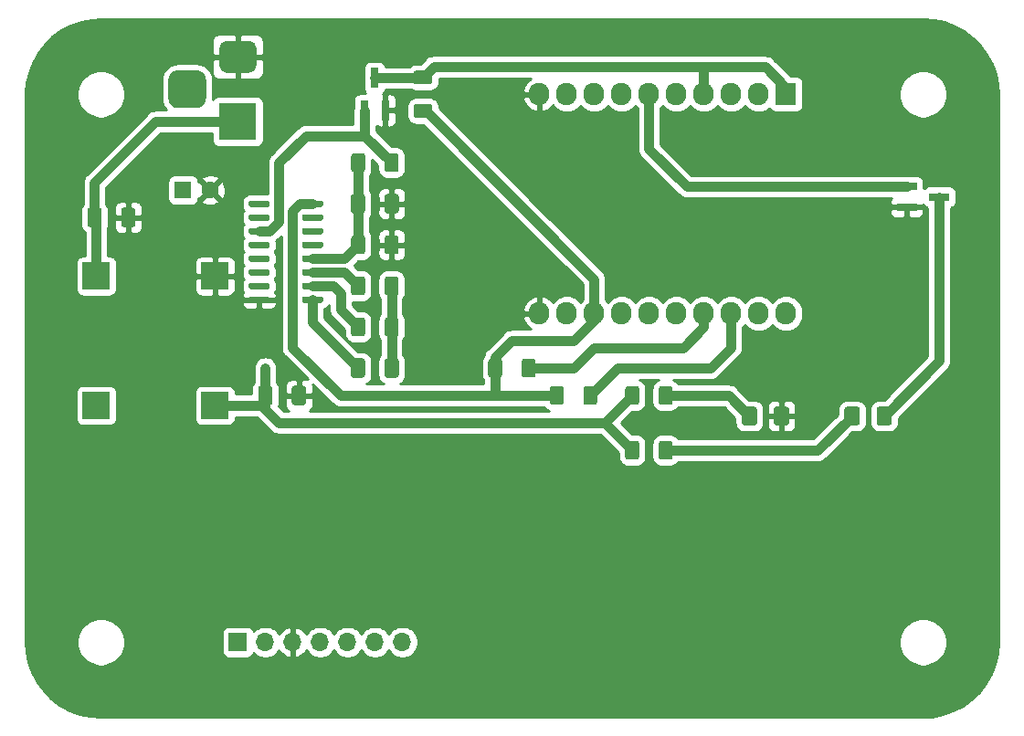
<source format=gbr>
%TF.GenerationSoftware,KiCad,Pcbnew,5.1.8+dfsg1-1+b1*%
%TF.CreationDate,2021-04-12T18:27:31-05:00*%
%TF.ProjectId,weather,77656174-6865-4722-9e6b-696361645f70,B*%
%TF.SameCoordinates,Original*%
%TF.FileFunction,Copper,L1,Top*%
%TF.FilePolarity,Positive*%
%FSLAX46Y46*%
G04 Gerber Fmt 4.6, Leading zero omitted, Abs format (unit mm)*
G04 Created by KiCad (PCBNEW 5.1.8+dfsg1-1+b1) date 2021-04-12 18:27:31*
%MOMM*%
%LPD*%
G01*
G04 APERTURE LIST*
%TA.AperFunction,SMDPad,CuDef*%
%ADD10R,0.800000X1.900000*%
%TD*%
%TA.AperFunction,SMDPad,CuDef*%
%ADD11R,1.900000X0.800000*%
%TD*%
%TA.AperFunction,ComponentPad*%
%ADD12C,1.600000*%
%TD*%
%TA.AperFunction,ComponentPad*%
%ADD13R,1.600000X1.600000*%
%TD*%
%TA.AperFunction,SMDPad,CuDef*%
%ADD14R,2.500000X2.500000*%
%TD*%
%TA.AperFunction,ComponentPad*%
%ADD15O,1.700000X1.700000*%
%TD*%
%TA.AperFunction,ComponentPad*%
%ADD16R,1.700000X1.700000*%
%TD*%
%TA.AperFunction,ComponentPad*%
%ADD17R,3.500000X3.500000*%
%TD*%
%TA.AperFunction,ComponentPad*%
%ADD18O,1.900000X2.100000*%
%TD*%
%TA.AperFunction,ComponentPad*%
%ADD19R,1.900000X2.100000*%
%TD*%
%TA.AperFunction,ViaPad*%
%ADD20C,0.800000*%
%TD*%
%TA.AperFunction,Conductor*%
%ADD21C,0.889000*%
%TD*%
%TA.AperFunction,Conductor*%
%ADD22C,0.254000*%
%TD*%
%TA.AperFunction,Conductor*%
%ADD23C,0.100000*%
%TD*%
G04 APERTURE END LIST*
D10*
%TO.P,Q2,3*%
%TO.N,Net-(A1-Pad1)*%
X76200000Y-49300000D03*
%TO.P,Q2,2*%
%TO.N,GND*%
X77150000Y-52300000D03*
%TO.P,Q2,1*%
%TO.N,Net-(Q2-Pad1)*%
X75250000Y-52300000D03*
%TD*%
D11*
%TO.P,Q1,3*%
%TO.N,Net-(D2-Pad1)*%
X128500000Y-60325000D03*
%TO.P,Q1,2*%
%TO.N,GND*%
X125500000Y-61275000D03*
%TO.P,Q1,1*%
%TO.N,Net-(A1-Pad6)*%
X125500000Y-59375000D03*
%TD*%
%TO.P,R9,2*%
%TO.N,GND*%
%TA.AperFunction,SMDPad,CuDef*%
G36*
G01*
X77100000Y-65395000D02*
X77100000Y-64145000D01*
G75*
G02*
X77350000Y-63895000I250000J0D01*
G01*
X78150000Y-63895000D01*
G75*
G02*
X78400000Y-64145000I0J-250000D01*
G01*
X78400000Y-65395000D01*
G75*
G02*
X78150000Y-65645000I-250000J0D01*
G01*
X77350000Y-65645000D01*
G75*
G02*
X77100000Y-65395000I0J250000D01*
G01*
G37*
%TD.AperFunction*%
%TO.P,R9,1*%
%TO.N,Net-(C5-Pad1)*%
%TA.AperFunction,SMDPad,CuDef*%
G36*
G01*
X74000000Y-65395000D02*
X74000000Y-64145000D01*
G75*
G02*
X74250000Y-63895000I250000J0D01*
G01*
X75050000Y-63895000D01*
G75*
G02*
X75300000Y-64145000I0J-250000D01*
G01*
X75300000Y-65395000D01*
G75*
G02*
X75050000Y-65645000I-250000J0D01*
G01*
X74250000Y-65645000D01*
G75*
G02*
X74000000Y-65395000I0J250000D01*
G01*
G37*
%TD.AperFunction*%
%TD*%
%TO.P,R8,2*%
%TO.N,Net-(C5-Pad1)*%
%TA.AperFunction,SMDPad,CuDef*%
G36*
G01*
X75300000Y-56525000D02*
X75300000Y-57775000D01*
G75*
G02*
X75050000Y-58025000I-250000J0D01*
G01*
X74250000Y-58025000D01*
G75*
G02*
X74000000Y-57775000I0J250000D01*
G01*
X74000000Y-56525000D01*
G75*
G02*
X74250000Y-56275000I250000J0D01*
G01*
X75050000Y-56275000D01*
G75*
G02*
X75300000Y-56525000I0J-250000D01*
G01*
G37*
%TD.AperFunction*%
%TO.P,R8,1*%
%TO.N,Net-(Q2-Pad1)*%
%TA.AperFunction,SMDPad,CuDef*%
G36*
G01*
X78400000Y-56525000D02*
X78400000Y-57775000D01*
G75*
G02*
X78150000Y-58025000I-250000J0D01*
G01*
X77350000Y-58025000D01*
G75*
G02*
X77100000Y-57775000I0J250000D01*
G01*
X77100000Y-56525000D01*
G75*
G02*
X77350000Y-56275000I250000J0D01*
G01*
X78150000Y-56275000D01*
G75*
G02*
X78400000Y-56525000I0J-250000D01*
G01*
G37*
%TD.AperFunction*%
%TD*%
%TO.P,R7,2*%
%TO.N,Net-(A1-Pad1)*%
%TA.AperFunction,SMDPad,CuDef*%
G36*
G01*
X81270000Y-49900000D02*
X80020000Y-49900000D01*
G75*
G02*
X79770000Y-49650000I0J250000D01*
G01*
X79770000Y-48850000D01*
G75*
G02*
X80020000Y-48600000I250000J0D01*
G01*
X81270000Y-48600000D01*
G75*
G02*
X81520000Y-48850000I0J-250000D01*
G01*
X81520000Y-49650000D01*
G75*
G02*
X81270000Y-49900000I-250000J0D01*
G01*
G37*
%TD.AperFunction*%
%TO.P,R7,1*%
%TO.N,+3V3*%
%TA.AperFunction,SMDPad,CuDef*%
G36*
G01*
X81270000Y-53000000D02*
X80020000Y-53000000D01*
G75*
G02*
X79770000Y-52750000I0J250000D01*
G01*
X79770000Y-51950000D01*
G75*
G02*
X80020000Y-51700000I250000J0D01*
G01*
X81270000Y-51700000D01*
G75*
G02*
X81520000Y-51950000I0J-250000D01*
G01*
X81520000Y-52750000D01*
G75*
G02*
X81270000Y-53000000I-250000J0D01*
G01*
G37*
%TD.AperFunction*%
%TD*%
%TO.P,R6,2*%
%TO.N,Net-(R6-Pad2)*%
%TA.AperFunction,SMDPad,CuDef*%
G36*
G01*
X75300000Y-67955000D02*
X75300000Y-69205000D01*
G75*
G02*
X75050000Y-69455000I-250000J0D01*
G01*
X74250000Y-69455000D01*
G75*
G02*
X74000000Y-69205000I0J250000D01*
G01*
X74000000Y-67955000D01*
G75*
G02*
X74250000Y-67705000I250000J0D01*
G01*
X75050000Y-67705000D01*
G75*
G02*
X75300000Y-67955000I0J-250000D01*
G01*
G37*
%TD.AperFunction*%
%TO.P,R6,1*%
%TO.N,Net-(C4-Pad2)*%
%TA.AperFunction,SMDPad,CuDef*%
G36*
G01*
X78400000Y-67955000D02*
X78400000Y-69205000D01*
G75*
G02*
X78150000Y-69455000I-250000J0D01*
G01*
X77350000Y-69455000D01*
G75*
G02*
X77100000Y-69205000I0J250000D01*
G01*
X77100000Y-67955000D01*
G75*
G02*
X77350000Y-67705000I250000J0D01*
G01*
X78150000Y-67705000D01*
G75*
G02*
X78400000Y-67955000I0J-250000D01*
G01*
G37*
%TD.AperFunction*%
%TD*%
%TO.P,R5,2*%
%TO.N,Net-(R5-Pad2)*%
%TA.AperFunction,SMDPad,CuDef*%
G36*
G01*
X75300000Y-71765000D02*
X75300000Y-73015000D01*
G75*
G02*
X75050000Y-73265000I-250000J0D01*
G01*
X74250000Y-73265000D01*
G75*
G02*
X74000000Y-73015000I0J250000D01*
G01*
X74000000Y-71765000D01*
G75*
G02*
X74250000Y-71515000I250000J0D01*
G01*
X75050000Y-71515000D01*
G75*
G02*
X75300000Y-71765000I0J-250000D01*
G01*
G37*
%TD.AperFunction*%
%TO.P,R5,1*%
%TO.N,Net-(C4-Pad2)*%
%TA.AperFunction,SMDPad,CuDef*%
G36*
G01*
X78400000Y-71765000D02*
X78400000Y-73015000D01*
G75*
G02*
X78150000Y-73265000I-250000J0D01*
G01*
X77350000Y-73265000D01*
G75*
G02*
X77100000Y-73015000I0J250000D01*
G01*
X77100000Y-71765000D01*
G75*
G02*
X77350000Y-71515000I250000J0D01*
G01*
X78150000Y-71515000D01*
G75*
G02*
X78400000Y-71765000I0J-250000D01*
G01*
G37*
%TD.AperFunction*%
%TD*%
%TO.P,C5,2*%
%TO.N,GND*%
%TA.AperFunction,SMDPad,CuDef*%
G36*
G01*
X77100000Y-61610001D02*
X77100000Y-60309999D01*
G75*
G02*
X77349999Y-60060000I249999J0D01*
G01*
X78175001Y-60060000D01*
G75*
G02*
X78425000Y-60309999I0J-249999D01*
G01*
X78425000Y-61610001D01*
G75*
G02*
X78175001Y-61860000I-249999J0D01*
G01*
X77349999Y-61860000D01*
G75*
G02*
X77100000Y-61610001I0J249999D01*
G01*
G37*
%TD.AperFunction*%
%TO.P,C5,1*%
%TO.N,Net-(C5-Pad1)*%
%TA.AperFunction,SMDPad,CuDef*%
G36*
G01*
X73975000Y-61610001D02*
X73975000Y-60309999D01*
G75*
G02*
X74224999Y-60060000I249999J0D01*
G01*
X75050001Y-60060000D01*
G75*
G02*
X75300000Y-60309999I0J-249999D01*
G01*
X75300000Y-61610001D01*
G75*
G02*
X75050001Y-61860000I-249999J0D01*
G01*
X74224999Y-61860000D01*
G75*
G02*
X73975000Y-61610001I0J249999D01*
G01*
G37*
%TD.AperFunction*%
%TD*%
%TO.P,C4,2*%
%TO.N,Net-(C4-Pad2)*%
%TA.AperFunction,SMDPad,CuDef*%
G36*
G01*
X77100000Y-76850001D02*
X77100000Y-75549999D01*
G75*
G02*
X77349999Y-75300000I249999J0D01*
G01*
X78175001Y-75300000D01*
G75*
G02*
X78425000Y-75549999I0J-249999D01*
G01*
X78425000Y-76850001D01*
G75*
G02*
X78175001Y-77100000I-249999J0D01*
G01*
X77349999Y-77100000D01*
G75*
G02*
X77100000Y-76850001I0J249999D01*
G01*
G37*
%TD.AperFunction*%
%TO.P,C4,1*%
%TO.N,Net-(C4-Pad1)*%
%TA.AperFunction,SMDPad,CuDef*%
G36*
G01*
X73975000Y-76850001D02*
X73975000Y-75549999D01*
G75*
G02*
X74224999Y-75300000I249999J0D01*
G01*
X75050001Y-75300000D01*
G75*
G02*
X75300000Y-75549999I0J-249999D01*
G01*
X75300000Y-76850001D01*
G75*
G02*
X75050001Y-77100000I-249999J0D01*
G01*
X74224999Y-77100000D01*
G75*
G02*
X73975000Y-76850001I0J249999D01*
G01*
G37*
%TD.AperFunction*%
%TD*%
%TO.P,U2,16*%
%TO.N,+3V3*%
%TA.AperFunction,SMDPad,CuDef*%
G36*
G01*
X69445000Y-61110000D02*
X69445000Y-60810000D01*
G75*
G02*
X69595000Y-60660000I150000J0D01*
G01*
X71245000Y-60660000D01*
G75*
G02*
X71395000Y-60810000I0J-150000D01*
G01*
X71395000Y-61110000D01*
G75*
G02*
X71245000Y-61260000I-150000J0D01*
G01*
X69595000Y-61260000D01*
G75*
G02*
X69445000Y-61110000I0J150000D01*
G01*
G37*
%TD.AperFunction*%
%TO.P,U2,15*%
%TO.N,N/C*%
%TA.AperFunction,SMDPad,CuDef*%
G36*
G01*
X69445000Y-62380000D02*
X69445000Y-62080000D01*
G75*
G02*
X69595000Y-61930000I150000J0D01*
G01*
X71245000Y-61930000D01*
G75*
G02*
X71395000Y-62080000I0J-150000D01*
G01*
X71395000Y-62380000D01*
G75*
G02*
X71245000Y-62530000I-150000J0D01*
G01*
X69595000Y-62530000D01*
G75*
G02*
X69445000Y-62380000I0J150000D01*
G01*
G37*
%TD.AperFunction*%
%TO.P,U2,14*%
%TA.AperFunction,SMDPad,CuDef*%
G36*
G01*
X69445000Y-63650000D02*
X69445000Y-63350000D01*
G75*
G02*
X69595000Y-63200000I150000J0D01*
G01*
X71245000Y-63200000D01*
G75*
G02*
X71395000Y-63350000I0J-150000D01*
G01*
X71395000Y-63650000D01*
G75*
G02*
X71245000Y-63800000I-150000J0D01*
G01*
X69595000Y-63800000D01*
G75*
G02*
X69445000Y-63650000I0J150000D01*
G01*
G37*
%TD.AperFunction*%
%TO.P,U2,13*%
%TA.AperFunction,SMDPad,CuDef*%
G36*
G01*
X69445000Y-64920000D02*
X69445000Y-64620000D01*
G75*
G02*
X69595000Y-64470000I150000J0D01*
G01*
X71245000Y-64470000D01*
G75*
G02*
X71395000Y-64620000I0J-150000D01*
G01*
X71395000Y-64920000D01*
G75*
G02*
X71245000Y-65070000I-150000J0D01*
G01*
X69595000Y-65070000D01*
G75*
G02*
X69445000Y-64920000I0J150000D01*
G01*
G37*
%TD.AperFunction*%
%TO.P,U2,12*%
%TO.N,Net-(C5-Pad1)*%
%TA.AperFunction,SMDPad,CuDef*%
G36*
G01*
X69445000Y-66190000D02*
X69445000Y-65890000D01*
G75*
G02*
X69595000Y-65740000I150000J0D01*
G01*
X71245000Y-65740000D01*
G75*
G02*
X71395000Y-65890000I0J-150000D01*
G01*
X71395000Y-66190000D01*
G75*
G02*
X71245000Y-66340000I-150000J0D01*
G01*
X69595000Y-66340000D01*
G75*
G02*
X69445000Y-66190000I0J150000D01*
G01*
G37*
%TD.AperFunction*%
%TO.P,U2,11*%
%TO.N,Net-(R6-Pad2)*%
%TA.AperFunction,SMDPad,CuDef*%
G36*
G01*
X69445000Y-67460000D02*
X69445000Y-67160000D01*
G75*
G02*
X69595000Y-67010000I150000J0D01*
G01*
X71245000Y-67010000D01*
G75*
G02*
X71395000Y-67160000I0J-150000D01*
G01*
X71395000Y-67460000D01*
G75*
G02*
X71245000Y-67610000I-150000J0D01*
G01*
X69595000Y-67610000D01*
G75*
G02*
X69445000Y-67460000I0J150000D01*
G01*
G37*
%TD.AperFunction*%
%TO.P,U2,10*%
%TO.N,Net-(R5-Pad2)*%
%TA.AperFunction,SMDPad,CuDef*%
G36*
G01*
X69445000Y-68730000D02*
X69445000Y-68430000D01*
G75*
G02*
X69595000Y-68280000I150000J0D01*
G01*
X71245000Y-68280000D01*
G75*
G02*
X71395000Y-68430000I0J-150000D01*
G01*
X71395000Y-68730000D01*
G75*
G02*
X71245000Y-68880000I-150000J0D01*
G01*
X69595000Y-68880000D01*
G75*
G02*
X69445000Y-68730000I0J150000D01*
G01*
G37*
%TD.AperFunction*%
%TO.P,U2,9*%
%TO.N,Net-(C4-Pad1)*%
%TA.AperFunction,SMDPad,CuDef*%
G36*
G01*
X69445000Y-70000000D02*
X69445000Y-69700000D01*
G75*
G02*
X69595000Y-69550000I150000J0D01*
G01*
X71245000Y-69550000D01*
G75*
G02*
X71395000Y-69700000I0J-150000D01*
G01*
X71395000Y-70000000D01*
G75*
G02*
X71245000Y-70150000I-150000J0D01*
G01*
X69595000Y-70150000D01*
G75*
G02*
X69445000Y-70000000I0J150000D01*
G01*
G37*
%TD.AperFunction*%
%TO.P,U2,8*%
%TO.N,GND*%
%TA.AperFunction,SMDPad,CuDef*%
G36*
G01*
X64495000Y-70000000D02*
X64495000Y-69700000D01*
G75*
G02*
X64645000Y-69550000I150000J0D01*
G01*
X66295000Y-69550000D01*
G75*
G02*
X66445000Y-69700000I0J-150000D01*
G01*
X66445000Y-70000000D01*
G75*
G02*
X66295000Y-70150000I-150000J0D01*
G01*
X64645000Y-70150000D01*
G75*
G02*
X64495000Y-70000000I0J150000D01*
G01*
G37*
%TD.AperFunction*%
%TO.P,U2,7*%
%TO.N,N/C*%
%TA.AperFunction,SMDPad,CuDef*%
G36*
G01*
X64495000Y-68730000D02*
X64495000Y-68430000D01*
G75*
G02*
X64645000Y-68280000I150000J0D01*
G01*
X66295000Y-68280000D01*
G75*
G02*
X66445000Y-68430000I0J-150000D01*
G01*
X66445000Y-68730000D01*
G75*
G02*
X66295000Y-68880000I-150000J0D01*
G01*
X64645000Y-68880000D01*
G75*
G02*
X64495000Y-68730000I0J150000D01*
G01*
G37*
%TD.AperFunction*%
%TO.P,U2,6*%
%TA.AperFunction,SMDPad,CuDef*%
G36*
G01*
X64495000Y-67460000D02*
X64495000Y-67160000D01*
G75*
G02*
X64645000Y-67010000I150000J0D01*
G01*
X66295000Y-67010000D01*
G75*
G02*
X66445000Y-67160000I0J-150000D01*
G01*
X66445000Y-67460000D01*
G75*
G02*
X66295000Y-67610000I-150000J0D01*
G01*
X64645000Y-67610000D01*
G75*
G02*
X64495000Y-67460000I0J150000D01*
G01*
G37*
%TD.AperFunction*%
%TO.P,U2,5*%
%TA.AperFunction,SMDPad,CuDef*%
G36*
G01*
X64495000Y-66190000D02*
X64495000Y-65890000D01*
G75*
G02*
X64645000Y-65740000I150000J0D01*
G01*
X66295000Y-65740000D01*
G75*
G02*
X66445000Y-65890000I0J-150000D01*
G01*
X66445000Y-66190000D01*
G75*
G02*
X66295000Y-66340000I-150000J0D01*
G01*
X64645000Y-66340000D01*
G75*
G02*
X64495000Y-66190000I0J150000D01*
G01*
G37*
%TD.AperFunction*%
%TO.P,U2,4*%
%TA.AperFunction,SMDPad,CuDef*%
G36*
G01*
X64495000Y-64920000D02*
X64495000Y-64620000D01*
G75*
G02*
X64645000Y-64470000I150000J0D01*
G01*
X66295000Y-64470000D01*
G75*
G02*
X66445000Y-64620000I0J-150000D01*
G01*
X66445000Y-64920000D01*
G75*
G02*
X66295000Y-65070000I-150000J0D01*
G01*
X64645000Y-65070000D01*
G75*
G02*
X64495000Y-64920000I0J150000D01*
G01*
G37*
%TD.AperFunction*%
%TO.P,U2,3*%
%TO.N,Net-(Q2-Pad1)*%
%TA.AperFunction,SMDPad,CuDef*%
G36*
G01*
X64495000Y-63650000D02*
X64495000Y-63350000D01*
G75*
G02*
X64645000Y-63200000I150000J0D01*
G01*
X66295000Y-63200000D01*
G75*
G02*
X66445000Y-63350000I0J-150000D01*
G01*
X66445000Y-63650000D01*
G75*
G02*
X66295000Y-63800000I-150000J0D01*
G01*
X64645000Y-63800000D01*
G75*
G02*
X64495000Y-63650000I0J150000D01*
G01*
G37*
%TD.AperFunction*%
%TO.P,U2,2*%
%TO.N,N/C*%
%TA.AperFunction,SMDPad,CuDef*%
G36*
G01*
X64495000Y-62380000D02*
X64495000Y-62080000D01*
G75*
G02*
X64645000Y-61930000I150000J0D01*
G01*
X66295000Y-61930000D01*
G75*
G02*
X66445000Y-62080000I0J-150000D01*
G01*
X66445000Y-62380000D01*
G75*
G02*
X66295000Y-62530000I-150000J0D01*
G01*
X64645000Y-62530000D01*
G75*
G02*
X64495000Y-62380000I0J150000D01*
G01*
G37*
%TD.AperFunction*%
%TO.P,U2,1*%
%TA.AperFunction,SMDPad,CuDef*%
G36*
G01*
X64495000Y-61110000D02*
X64495000Y-60810000D01*
G75*
G02*
X64645000Y-60660000I150000J0D01*
G01*
X66295000Y-60660000D01*
G75*
G02*
X66445000Y-60810000I0J-150000D01*
G01*
X66445000Y-61110000D01*
G75*
G02*
X66295000Y-61260000I-150000J0D01*
G01*
X64645000Y-61260000D01*
G75*
G02*
X64495000Y-61110000I0J150000D01*
G01*
G37*
%TD.AperFunction*%
%TD*%
D12*
%TO.P,C1,2*%
%TO.N,GND*%
X60920000Y-59690000D03*
D13*
%TO.P,C1,1*%
%TO.N,Net-(C1-Pad1)*%
X58420000Y-59690000D03*
%TD*%
D14*
%TO.P,PS1,4*%
%TO.N,N/C*%
X50380000Y-79660000D03*
%TO.P,PS1,3*%
%TO.N,+5V*%
X61380000Y-79660000D03*
%TO.P,PS1,2*%
%TO.N,GND*%
X61380000Y-67660000D03*
%TO.P,PS1,1*%
%TO.N,Net-(C1-Pad1)*%
X50380000Y-67660000D03*
%TD*%
%TO.P,R4,2*%
%TO.N,Net-(A1-Pad17)*%
%TA.AperFunction,SMDPad,CuDef*%
G36*
G01*
X89800000Y-76825001D02*
X89800000Y-75574999D01*
G75*
G02*
X90049999Y-75325000I249999J0D01*
G01*
X90850001Y-75325000D01*
G75*
G02*
X91100000Y-75574999I0J-249999D01*
G01*
X91100000Y-76825001D01*
G75*
G02*
X90850001Y-77075000I-249999J0D01*
G01*
X90049999Y-77075000D01*
G75*
G02*
X89800000Y-76825001I0J249999D01*
G01*
G37*
%TD.AperFunction*%
%TO.P,R4,1*%
%TO.N,+3V3*%
%TA.AperFunction,SMDPad,CuDef*%
G36*
G01*
X86700000Y-76825001D02*
X86700000Y-75574999D01*
G75*
G02*
X86949999Y-75325000I249999J0D01*
G01*
X87750001Y-75325000D01*
G75*
G02*
X88000000Y-75574999I0J-249999D01*
G01*
X88000000Y-76825001D01*
G75*
G02*
X87750001Y-77075000I-249999J0D01*
G01*
X86949999Y-77075000D01*
G75*
G02*
X86700000Y-76825001I0J249999D01*
G01*
G37*
%TD.AperFunction*%
%TD*%
%TO.P,R3,2*%
%TO.N,Net-(A1-Pad18)*%
%TA.AperFunction,SMDPad,CuDef*%
G36*
G01*
X95515000Y-79365001D02*
X95515000Y-78114999D01*
G75*
G02*
X95764999Y-77865000I249999J0D01*
G01*
X96565001Y-77865000D01*
G75*
G02*
X96815000Y-78114999I0J-249999D01*
G01*
X96815000Y-79365001D01*
G75*
G02*
X96565001Y-79615000I-249999J0D01*
G01*
X95764999Y-79615000D01*
G75*
G02*
X95515000Y-79365001I0J249999D01*
G01*
G37*
%TD.AperFunction*%
%TO.P,R3,1*%
%TO.N,+3V3*%
%TA.AperFunction,SMDPad,CuDef*%
G36*
G01*
X92415000Y-79365001D02*
X92415000Y-78114999D01*
G75*
G02*
X92664999Y-77865000I249999J0D01*
G01*
X93465001Y-77865000D01*
G75*
G02*
X93715000Y-78114999I0J-249999D01*
G01*
X93715000Y-79365001D01*
G75*
G02*
X93465001Y-79615000I-249999J0D01*
G01*
X92664999Y-79615000D01*
G75*
G02*
X92415000Y-79365001I0J249999D01*
G01*
G37*
%TD.AperFunction*%
%TD*%
%TO.P,C3,2*%
%TO.N,GND*%
%TA.AperFunction,SMDPad,CuDef*%
G36*
G01*
X68502500Y-79390003D02*
X68502500Y-78089997D01*
G75*
G02*
X68752497Y-77840000I249997J0D01*
G01*
X69577503Y-77840000D01*
G75*
G02*
X69827500Y-78089997I0J-249997D01*
G01*
X69827500Y-79390003D01*
G75*
G02*
X69577503Y-79640000I-249997J0D01*
G01*
X68752497Y-79640000D01*
G75*
G02*
X68502500Y-79390003I0J249997D01*
G01*
G37*
%TD.AperFunction*%
%TO.P,C3,1*%
%TO.N,+5V*%
%TA.AperFunction,SMDPad,CuDef*%
G36*
G01*
X65377500Y-79390003D02*
X65377500Y-78089997D01*
G75*
G02*
X65627497Y-77840000I249997J0D01*
G01*
X66452503Y-77840000D01*
G75*
G02*
X66702500Y-78089997I0J-249997D01*
G01*
X66702500Y-79390003D01*
G75*
G02*
X66452503Y-79640000I-249997J0D01*
G01*
X65627497Y-79640000D01*
G75*
G02*
X65377500Y-79390003I0J249997D01*
G01*
G37*
%TD.AperFunction*%
%TD*%
%TO.P,C2,2*%
%TO.N,GND*%
%TA.AperFunction,SMDPad,CuDef*%
G36*
G01*
X52677500Y-62880003D02*
X52677500Y-61579997D01*
G75*
G02*
X52927497Y-61330000I249997J0D01*
G01*
X53752503Y-61330000D01*
G75*
G02*
X54002500Y-61579997I0J-249997D01*
G01*
X54002500Y-62880003D01*
G75*
G02*
X53752503Y-63130000I-249997J0D01*
G01*
X52927497Y-63130000D01*
G75*
G02*
X52677500Y-62880003I0J249997D01*
G01*
G37*
%TD.AperFunction*%
%TO.P,C2,1*%
%TO.N,Net-(C1-Pad1)*%
%TA.AperFunction,SMDPad,CuDef*%
G36*
G01*
X49552500Y-62880003D02*
X49552500Y-61579997D01*
G75*
G02*
X49802497Y-61330000I249997J0D01*
G01*
X50627503Y-61330000D01*
G75*
G02*
X50877500Y-61579997I0J-249997D01*
G01*
X50877500Y-62880003D01*
G75*
G02*
X50627503Y-63130000I-249997J0D01*
G01*
X49802497Y-63130000D01*
G75*
G02*
X49552500Y-62880003I0J249997D01*
G01*
G37*
%TD.AperFunction*%
%TD*%
%TO.P,R2,2*%
%TO.N,Net-(D2-Pad2)*%
%TA.AperFunction,SMDPad,CuDef*%
G36*
G01*
X102500000Y-84445001D02*
X102500000Y-83194999D01*
G75*
G02*
X102749999Y-82945000I249999J0D01*
G01*
X103550001Y-82945000D01*
G75*
G02*
X103800000Y-83194999I0J-249999D01*
G01*
X103800000Y-84445001D01*
G75*
G02*
X103550001Y-84695000I-249999J0D01*
G01*
X102749999Y-84695000D01*
G75*
G02*
X102500000Y-84445001I0J249999D01*
G01*
G37*
%TD.AperFunction*%
%TO.P,R2,1*%
%TO.N,+5V*%
%TA.AperFunction,SMDPad,CuDef*%
G36*
G01*
X99400000Y-84445001D02*
X99400000Y-83194999D01*
G75*
G02*
X99649999Y-82945000I249999J0D01*
G01*
X100450001Y-82945000D01*
G75*
G02*
X100700000Y-83194999I0J-249999D01*
G01*
X100700000Y-84445001D01*
G75*
G02*
X100450001Y-84695000I-249999J0D01*
G01*
X99649999Y-84695000D01*
G75*
G02*
X99400000Y-84445001I0J249999D01*
G01*
G37*
%TD.AperFunction*%
%TD*%
%TO.P,R1,2*%
%TO.N,Net-(D1-Pad2)*%
%TA.AperFunction,SMDPad,CuDef*%
G36*
G01*
X102500000Y-79365001D02*
X102500000Y-78114999D01*
G75*
G02*
X102749999Y-77865000I249999J0D01*
G01*
X103550001Y-77865000D01*
G75*
G02*
X103800000Y-78114999I0J-249999D01*
G01*
X103800000Y-79365001D01*
G75*
G02*
X103550001Y-79615000I-249999J0D01*
G01*
X102749999Y-79615000D01*
G75*
G02*
X102500000Y-79365001I0J249999D01*
G01*
G37*
%TD.AperFunction*%
%TO.P,R1,1*%
%TO.N,+5V*%
%TA.AperFunction,SMDPad,CuDef*%
G36*
G01*
X99400000Y-79365001D02*
X99400000Y-78114999D01*
G75*
G02*
X99649999Y-77865000I249999J0D01*
G01*
X100450001Y-77865000D01*
G75*
G02*
X100700000Y-78114999I0J-249999D01*
G01*
X100700000Y-79365001D01*
G75*
G02*
X100450001Y-79615000I-249999J0D01*
G01*
X99649999Y-79615000D01*
G75*
G02*
X99400000Y-79365001I0J249999D01*
G01*
G37*
%TD.AperFunction*%
%TD*%
%TO.P,D2,2*%
%TO.N,Net-(D2-Pad2)*%
%TA.AperFunction,SMDPad,CuDef*%
G36*
G01*
X121145000Y-80020000D02*
X121145000Y-81270000D01*
G75*
G02*
X120895000Y-81520000I-250000J0D01*
G01*
X119970000Y-81520000D01*
G75*
G02*
X119720000Y-81270000I0J250000D01*
G01*
X119720000Y-80020000D01*
G75*
G02*
X119970000Y-79770000I250000J0D01*
G01*
X120895000Y-79770000D01*
G75*
G02*
X121145000Y-80020000I0J-250000D01*
G01*
G37*
%TD.AperFunction*%
%TO.P,D2,1*%
%TO.N,Net-(D2-Pad1)*%
%TA.AperFunction,SMDPad,CuDef*%
G36*
G01*
X124120000Y-80020000D02*
X124120000Y-81270000D01*
G75*
G02*
X123870000Y-81520000I-250000J0D01*
G01*
X122945000Y-81520000D01*
G75*
G02*
X122695000Y-81270000I0J250000D01*
G01*
X122695000Y-80020000D01*
G75*
G02*
X122945000Y-79770000I250000J0D01*
G01*
X123870000Y-79770000D01*
G75*
G02*
X124120000Y-80020000I0J-250000D01*
G01*
G37*
%TD.AperFunction*%
%TD*%
%TO.P,D1,2*%
%TO.N,Net-(D1-Pad2)*%
%TA.AperFunction,SMDPad,CuDef*%
G36*
G01*
X111620000Y-80020000D02*
X111620000Y-81270000D01*
G75*
G02*
X111370000Y-81520000I-250000J0D01*
G01*
X110445000Y-81520000D01*
G75*
G02*
X110195000Y-81270000I0J250000D01*
G01*
X110195000Y-80020000D01*
G75*
G02*
X110445000Y-79770000I250000J0D01*
G01*
X111370000Y-79770000D01*
G75*
G02*
X111620000Y-80020000I0J-250000D01*
G01*
G37*
%TD.AperFunction*%
%TO.P,D1,1*%
%TO.N,GND*%
%TA.AperFunction,SMDPad,CuDef*%
G36*
G01*
X114595000Y-80020000D02*
X114595000Y-81270000D01*
G75*
G02*
X114345000Y-81520000I-250000J0D01*
G01*
X113420000Y-81520000D01*
G75*
G02*
X113170000Y-81270000I0J250000D01*
G01*
X113170000Y-80020000D01*
G75*
G02*
X113420000Y-79770000I250000J0D01*
G01*
X114345000Y-79770000D01*
G75*
G02*
X114595000Y-80020000I0J-250000D01*
G01*
G37*
%TD.AperFunction*%
%TD*%
D15*
%TO.P,U1,7*%
%TO.N,N/C*%
X78740000Y-101600000D03*
%TO.P,U1,6*%
%TO.N,Net-(A1-Pad17)*%
X76200000Y-101600000D03*
%TO.P,U1,5*%
%TO.N,N/C*%
X73660000Y-101600000D03*
%TO.P,U1,4*%
%TO.N,Net-(A1-Pad18)*%
X71120000Y-101600000D03*
%TO.P,U1,3*%
%TO.N,GND*%
X68580000Y-101600000D03*
%TO.P,U1,2*%
%TO.N,N/C*%
X66040000Y-101600000D03*
D16*
%TO.P,U1,1*%
%TO.N,+3V3*%
X63500000Y-101600000D03*
%TD*%
%TO.P,J1,3*%
%TO.N,N/C*%
%TA.AperFunction,ComponentPad*%
G36*
G01*
X57925000Y-48590000D02*
X59675000Y-48590000D01*
G75*
G02*
X60550000Y-49465000I0J-875000D01*
G01*
X60550000Y-51215000D01*
G75*
G02*
X59675000Y-52090000I-875000J0D01*
G01*
X57925000Y-52090000D01*
G75*
G02*
X57050000Y-51215000I0J875000D01*
G01*
X57050000Y-49465000D01*
G75*
G02*
X57925000Y-48590000I875000J0D01*
G01*
G37*
%TD.AperFunction*%
%TO.P,J1,2*%
%TO.N,GND*%
%TA.AperFunction,ComponentPad*%
G36*
G01*
X62500000Y-45840000D02*
X64500000Y-45840000D01*
G75*
G02*
X65250000Y-46590000I0J-750000D01*
G01*
X65250000Y-48090000D01*
G75*
G02*
X64500000Y-48840000I-750000J0D01*
G01*
X62500000Y-48840000D01*
G75*
G02*
X61750000Y-48090000I0J750000D01*
G01*
X61750000Y-46590000D01*
G75*
G02*
X62500000Y-45840000I750000J0D01*
G01*
G37*
%TD.AperFunction*%
D17*
%TO.P,J1,1*%
%TO.N,Net-(C1-Pad1)*%
X63500000Y-53340000D03*
%TD*%
D18*
%TO.P,A1,11*%
%TO.N,GND*%
X91440000Y-71120000D03*
%TO.P,A1,10*%
X91440000Y-50800000D03*
%TO.P,A1,12*%
%TO.N,N/C*%
X93980000Y-71120000D03*
%TO.P,A1,9*%
X93980000Y-50800000D03*
%TO.P,A1,13*%
%TO.N,+3V3*%
X96520000Y-71120000D03*
%TO.P,A1,8*%
%TO.N,+5V*%
X96520000Y-50800000D03*
%TO.P,A1,14*%
%TO.N,N/C*%
X99060000Y-71120000D03*
%TO.P,A1,7*%
X99060000Y-50800000D03*
%TO.P,A1,15*%
X101600000Y-71120000D03*
%TO.P,A1,6*%
%TO.N,Net-(A1-Pad6)*%
X101600000Y-50800000D03*
%TO.P,A1,16*%
%TO.N,N/C*%
X104140000Y-71120000D03*
%TO.P,A1,5*%
X104140000Y-50800000D03*
%TO.P,A1,17*%
%TO.N,Net-(A1-Pad17)*%
X106680000Y-71120000D03*
%TO.P,A1,4*%
%TO.N,Net-(A1-Pad1)*%
X106680000Y-50800000D03*
%TO.P,A1,18*%
%TO.N,Net-(A1-Pad18)*%
X109220000Y-71120000D03*
%TO.P,A1,3*%
%TO.N,N/C*%
X109220000Y-50800000D03*
%TO.P,A1,19*%
X111760000Y-71120000D03*
%TO.P,A1,2*%
X111760000Y-50800000D03*
%TO.P,A1,20*%
X114300000Y-71120000D03*
D19*
%TO.P,A1,1*%
%TO.N,Net-(A1-Pad1)*%
X114300000Y-50800000D03*
%TD*%
D20*
%TO.N,+5V*%
X66040000Y-76200000D03*
%TD*%
D21*
%TO.N,Net-(A1-Pad6)*%
X125500000Y-59375000D02*
X105095000Y-59375000D01*
X105095000Y-59375000D02*
X101600000Y-55880000D01*
X101600000Y-55880000D02*
X101600000Y-50800000D01*
%TO.N,Net-(A1-Pad17)*%
X90450000Y-76200000D02*
X94615000Y-76200000D01*
X94615000Y-76200000D02*
X96520000Y-74295000D01*
X96520000Y-74295000D02*
X104775000Y-74295000D01*
X106680000Y-72390000D02*
X106680000Y-71120000D01*
X104775000Y-74295000D02*
X106680000Y-72390000D01*
%TO.N,Net-(A1-Pad18)*%
X96165000Y-78740000D02*
X98705000Y-76200000D01*
X98705000Y-76200000D02*
X107315000Y-76200000D01*
X109220000Y-74295000D02*
X109220000Y-71120000D01*
X107315000Y-76200000D02*
X109220000Y-74295000D01*
%TO.N,Net-(A1-Pad1)*%
X76200000Y-49300000D02*
X80595000Y-49300000D01*
X114300000Y-50800000D02*
X114300000Y-50165000D01*
X114300000Y-50165000D02*
X112395000Y-48260000D01*
X106680000Y-50800000D02*
X106680000Y-50165000D01*
X108585000Y-48260000D02*
X112395000Y-48260000D01*
X106680000Y-50800000D02*
X106680000Y-48260000D01*
X108585000Y-48260000D02*
X106680000Y-48260000D01*
X81635000Y-48260000D02*
X80645000Y-49250000D01*
X106680000Y-48260000D02*
X81635000Y-48260000D01*
%TO.N,+5V*%
X66040000Y-78740000D02*
X66040000Y-80010000D01*
X61380000Y-79660000D02*
X65690000Y-79660000D01*
X65690000Y-79660000D02*
X66040000Y-80010000D01*
X66040000Y-78740000D02*
X66040000Y-76200000D01*
X65690000Y-79660000D02*
X67310000Y-81280000D01*
X97510000Y-81280000D02*
X100050000Y-78740000D01*
X67310000Y-81280000D02*
X97510000Y-81280000D01*
X97510000Y-81280000D02*
X100050000Y-83820000D01*
%TO.N,Net-(D1-Pad2)*%
X109002500Y-78740000D02*
X110907500Y-80645000D01*
X103150000Y-78740000D02*
X109002500Y-78740000D01*
%TO.N,Net-(D2-Pad2)*%
X117257500Y-83820000D02*
X120432500Y-80645000D01*
X103150000Y-83820000D02*
X117257500Y-83820000D01*
%TO.N,Net-(D2-Pad1)*%
X128500000Y-75552500D02*
X123407500Y-80645000D01*
X128500000Y-60325000D02*
X128500000Y-75552500D01*
%TO.N,+3V3*%
X70420000Y-60960000D02*
X69215000Y-60960000D01*
X69215000Y-60960000D02*
X68580000Y-61595000D01*
X68580000Y-61595000D02*
X68580000Y-74295000D01*
X68580000Y-74295000D02*
X73025000Y-78740000D01*
X93065000Y-78740000D02*
X92075000Y-78740000D01*
X87350000Y-78460000D02*
X87630000Y-78740000D01*
X87350000Y-76200000D02*
X87350000Y-78460000D01*
X87630000Y-78740000D02*
X92075000Y-78740000D01*
X73025000Y-78740000D02*
X87630000Y-78740000D01*
X96520000Y-71120000D02*
X96520000Y-71755000D01*
X96520000Y-71755000D02*
X94615000Y-73660000D01*
X94615000Y-73660000D02*
X88900000Y-73660000D01*
X87350000Y-75210000D02*
X87350000Y-76200000D01*
X88900000Y-73660000D02*
X87350000Y-75210000D01*
X80925000Y-52350000D02*
X96520000Y-67945000D01*
X80645000Y-52350000D02*
X80925000Y-52350000D01*
X96520000Y-71120000D02*
X96520000Y-67945000D01*
%TO.N,Net-(C1-Pad1)*%
X50380000Y-62395000D02*
X50215000Y-62230000D01*
X50380000Y-67660000D02*
X50380000Y-62395000D01*
X50215000Y-62230000D02*
X50215000Y-59005000D01*
X55880000Y-53340000D02*
X63500000Y-53340000D01*
X50215000Y-59005000D02*
X55880000Y-53340000D01*
%TO.N,Net-(C5-Pad1)*%
X74637500Y-64757500D02*
X74650000Y-64770000D01*
X74637500Y-60960000D02*
X74637500Y-64757500D01*
X73380000Y-66040000D02*
X74650000Y-64770000D01*
X74650000Y-60947500D02*
X74637500Y-60960000D01*
X74650000Y-57150000D02*
X74650000Y-60947500D01*
X73380000Y-66040000D02*
X70420000Y-66040000D01*
%TO.N,Net-(R6-Pad2)*%
X74650000Y-68580000D02*
X73380000Y-67310000D01*
X73380000Y-67310000D02*
X70420000Y-67310000D01*
%TO.N,Net-(R5-Pad2)*%
X73025000Y-70765000D02*
X74650000Y-72390000D01*
X72390000Y-68580000D02*
X73025000Y-69215000D01*
X73025000Y-69215000D02*
X73025000Y-70765000D01*
X70420000Y-68580000D02*
X72390000Y-68580000D01*
%TO.N,Net-(C4-Pad1)*%
X70420000Y-71982500D02*
X74637500Y-76200000D01*
X70420000Y-69850000D02*
X70420000Y-71982500D01*
%TO.N,Net-(C4-Pad2)*%
X77750000Y-76187500D02*
X77762500Y-76200000D01*
X77750000Y-68580000D02*
X77750000Y-76187500D01*
%TO.N,Net-(Q2-Pad1)*%
X75250000Y-54650000D02*
X75250000Y-52300000D01*
X77750000Y-57150000D02*
X75250000Y-54650000D01*
X69810000Y-54650000D02*
X75250000Y-54650000D01*
X66445000Y-63500000D02*
X67310000Y-62635000D01*
X65470000Y-63500000D02*
X66445000Y-63500000D01*
X67310000Y-57150000D02*
X69810000Y-54650000D01*
X67310000Y-62635000D02*
X67310000Y-57150000D01*
%TD*%
D22*
%TO.N,GND*%
X128004470Y-43914617D02*
X128987898Y-44131739D01*
X129929675Y-44488546D01*
X130810095Y-44977575D01*
X131610687Y-45588569D01*
X132314694Y-46308732D01*
X132907370Y-47122987D01*
X133376296Y-48014269D01*
X133711647Y-48963900D01*
X133907127Y-49955692D01*
X133960000Y-50820164D01*
X133960001Y-101576080D01*
X133885382Y-102604470D01*
X133668262Y-103587896D01*
X133311454Y-104529675D01*
X132822424Y-105410095D01*
X132211435Y-106210684D01*
X131491268Y-106914694D01*
X130677013Y-107507370D01*
X129785731Y-107976296D01*
X128836099Y-108311647D01*
X127844309Y-108507127D01*
X126979835Y-108560000D01*
X50823906Y-108560000D01*
X49795530Y-108485382D01*
X48812104Y-108268262D01*
X47870325Y-107911454D01*
X46989905Y-107422424D01*
X46189316Y-106811435D01*
X45485306Y-106091268D01*
X44892630Y-105277013D01*
X44423704Y-104385731D01*
X44088353Y-103436099D01*
X43892873Y-102444309D01*
X43840000Y-101579835D01*
X43840000Y-101379872D01*
X48565000Y-101379872D01*
X48565000Y-101820128D01*
X48650890Y-102251925D01*
X48819369Y-102658669D01*
X49063962Y-103024729D01*
X49375271Y-103336038D01*
X49741331Y-103580631D01*
X50148075Y-103749110D01*
X50579872Y-103835000D01*
X51020128Y-103835000D01*
X51451925Y-103749110D01*
X51858669Y-103580631D01*
X52224729Y-103336038D01*
X52536038Y-103024729D01*
X52780631Y-102658669D01*
X52949110Y-102251925D01*
X53035000Y-101820128D01*
X53035000Y-101379872D01*
X52949110Y-100948075D01*
X52867065Y-100750000D01*
X62011928Y-100750000D01*
X62011928Y-102450000D01*
X62024188Y-102574482D01*
X62060498Y-102694180D01*
X62119463Y-102804494D01*
X62198815Y-102901185D01*
X62295506Y-102980537D01*
X62405820Y-103039502D01*
X62525518Y-103075812D01*
X62650000Y-103088072D01*
X64350000Y-103088072D01*
X64474482Y-103075812D01*
X64594180Y-103039502D01*
X64704494Y-102980537D01*
X64801185Y-102901185D01*
X64880537Y-102804494D01*
X64939502Y-102694180D01*
X64961513Y-102621620D01*
X65093368Y-102753475D01*
X65336589Y-102915990D01*
X65606842Y-103027932D01*
X65893740Y-103085000D01*
X66186260Y-103085000D01*
X66473158Y-103027932D01*
X66743411Y-102915990D01*
X66986632Y-102753475D01*
X67193475Y-102546632D01*
X67315195Y-102364466D01*
X67384822Y-102481355D01*
X67579731Y-102697588D01*
X67813080Y-102871641D01*
X68075901Y-102996825D01*
X68223110Y-103041476D01*
X68453000Y-102920155D01*
X68453000Y-101727000D01*
X68433000Y-101727000D01*
X68433000Y-101473000D01*
X68453000Y-101473000D01*
X68453000Y-100279845D01*
X68707000Y-100279845D01*
X68707000Y-101473000D01*
X68727000Y-101473000D01*
X68727000Y-101727000D01*
X68707000Y-101727000D01*
X68707000Y-102920155D01*
X68936890Y-103041476D01*
X69084099Y-102996825D01*
X69346920Y-102871641D01*
X69580269Y-102697588D01*
X69775178Y-102481355D01*
X69844805Y-102364466D01*
X69966525Y-102546632D01*
X70173368Y-102753475D01*
X70416589Y-102915990D01*
X70686842Y-103027932D01*
X70973740Y-103085000D01*
X71266260Y-103085000D01*
X71553158Y-103027932D01*
X71823411Y-102915990D01*
X72066632Y-102753475D01*
X72273475Y-102546632D01*
X72390000Y-102372240D01*
X72506525Y-102546632D01*
X72713368Y-102753475D01*
X72956589Y-102915990D01*
X73226842Y-103027932D01*
X73513740Y-103085000D01*
X73806260Y-103085000D01*
X74093158Y-103027932D01*
X74363411Y-102915990D01*
X74606632Y-102753475D01*
X74813475Y-102546632D01*
X74930000Y-102372240D01*
X75046525Y-102546632D01*
X75253368Y-102753475D01*
X75496589Y-102915990D01*
X75766842Y-103027932D01*
X76053740Y-103085000D01*
X76346260Y-103085000D01*
X76633158Y-103027932D01*
X76903411Y-102915990D01*
X77146632Y-102753475D01*
X77353475Y-102546632D01*
X77470000Y-102372240D01*
X77586525Y-102546632D01*
X77793368Y-102753475D01*
X78036589Y-102915990D01*
X78306842Y-103027932D01*
X78593740Y-103085000D01*
X78886260Y-103085000D01*
X79173158Y-103027932D01*
X79443411Y-102915990D01*
X79686632Y-102753475D01*
X79893475Y-102546632D01*
X80055990Y-102303411D01*
X80167932Y-102033158D01*
X80225000Y-101746260D01*
X80225000Y-101453740D01*
X80210307Y-101379872D01*
X124765000Y-101379872D01*
X124765000Y-101820128D01*
X124850890Y-102251925D01*
X125019369Y-102658669D01*
X125263962Y-103024729D01*
X125575271Y-103336038D01*
X125941331Y-103580631D01*
X126348075Y-103749110D01*
X126779872Y-103835000D01*
X127220128Y-103835000D01*
X127651925Y-103749110D01*
X128058669Y-103580631D01*
X128424729Y-103336038D01*
X128736038Y-103024729D01*
X128980631Y-102658669D01*
X129149110Y-102251925D01*
X129235000Y-101820128D01*
X129235000Y-101379872D01*
X129149110Y-100948075D01*
X128980631Y-100541331D01*
X128736038Y-100175271D01*
X128424729Y-99863962D01*
X128058669Y-99619369D01*
X127651925Y-99450890D01*
X127220128Y-99365000D01*
X126779872Y-99365000D01*
X126348075Y-99450890D01*
X125941331Y-99619369D01*
X125575271Y-99863962D01*
X125263962Y-100175271D01*
X125019369Y-100541331D01*
X124850890Y-100948075D01*
X124765000Y-101379872D01*
X80210307Y-101379872D01*
X80167932Y-101166842D01*
X80055990Y-100896589D01*
X79893475Y-100653368D01*
X79686632Y-100446525D01*
X79443411Y-100284010D01*
X79173158Y-100172068D01*
X78886260Y-100115000D01*
X78593740Y-100115000D01*
X78306842Y-100172068D01*
X78036589Y-100284010D01*
X77793368Y-100446525D01*
X77586525Y-100653368D01*
X77470000Y-100827760D01*
X77353475Y-100653368D01*
X77146632Y-100446525D01*
X76903411Y-100284010D01*
X76633158Y-100172068D01*
X76346260Y-100115000D01*
X76053740Y-100115000D01*
X75766842Y-100172068D01*
X75496589Y-100284010D01*
X75253368Y-100446525D01*
X75046525Y-100653368D01*
X74930000Y-100827760D01*
X74813475Y-100653368D01*
X74606632Y-100446525D01*
X74363411Y-100284010D01*
X74093158Y-100172068D01*
X73806260Y-100115000D01*
X73513740Y-100115000D01*
X73226842Y-100172068D01*
X72956589Y-100284010D01*
X72713368Y-100446525D01*
X72506525Y-100653368D01*
X72390000Y-100827760D01*
X72273475Y-100653368D01*
X72066632Y-100446525D01*
X71823411Y-100284010D01*
X71553158Y-100172068D01*
X71266260Y-100115000D01*
X70973740Y-100115000D01*
X70686842Y-100172068D01*
X70416589Y-100284010D01*
X70173368Y-100446525D01*
X69966525Y-100653368D01*
X69844805Y-100835534D01*
X69775178Y-100718645D01*
X69580269Y-100502412D01*
X69346920Y-100328359D01*
X69084099Y-100203175D01*
X68936890Y-100158524D01*
X68707000Y-100279845D01*
X68453000Y-100279845D01*
X68223110Y-100158524D01*
X68075901Y-100203175D01*
X67813080Y-100328359D01*
X67579731Y-100502412D01*
X67384822Y-100718645D01*
X67315195Y-100835534D01*
X67193475Y-100653368D01*
X66986632Y-100446525D01*
X66743411Y-100284010D01*
X66473158Y-100172068D01*
X66186260Y-100115000D01*
X65893740Y-100115000D01*
X65606842Y-100172068D01*
X65336589Y-100284010D01*
X65093368Y-100446525D01*
X64961513Y-100578380D01*
X64939502Y-100505820D01*
X64880537Y-100395506D01*
X64801185Y-100298815D01*
X64704494Y-100219463D01*
X64594180Y-100160498D01*
X64474482Y-100124188D01*
X64350000Y-100111928D01*
X62650000Y-100111928D01*
X62525518Y-100124188D01*
X62405820Y-100160498D01*
X62295506Y-100219463D01*
X62198815Y-100298815D01*
X62119463Y-100395506D01*
X62060498Y-100505820D01*
X62024188Y-100625518D01*
X62011928Y-100750000D01*
X52867065Y-100750000D01*
X52780631Y-100541331D01*
X52536038Y-100175271D01*
X52224729Y-99863962D01*
X51858669Y-99619369D01*
X51451925Y-99450890D01*
X51020128Y-99365000D01*
X50579872Y-99365000D01*
X50148075Y-99450890D01*
X49741331Y-99619369D01*
X49375271Y-99863962D01*
X49063962Y-100175271D01*
X48819369Y-100541331D01*
X48650890Y-100948075D01*
X48565000Y-101379872D01*
X43840000Y-101379872D01*
X43840000Y-78410000D01*
X48491928Y-78410000D01*
X48491928Y-80910000D01*
X48504188Y-81034482D01*
X48540498Y-81154180D01*
X48599463Y-81264494D01*
X48678815Y-81361185D01*
X48775506Y-81440537D01*
X48885820Y-81499502D01*
X49005518Y-81535812D01*
X49130000Y-81548072D01*
X51630000Y-81548072D01*
X51754482Y-81535812D01*
X51874180Y-81499502D01*
X51984494Y-81440537D01*
X52081185Y-81361185D01*
X52160537Y-81264494D01*
X52219502Y-81154180D01*
X52255812Y-81034482D01*
X52268072Y-80910000D01*
X52268072Y-78410000D01*
X59491928Y-78410000D01*
X59491928Y-80910000D01*
X59504188Y-81034482D01*
X59540498Y-81154180D01*
X59599463Y-81264494D01*
X59678815Y-81361185D01*
X59775506Y-81440537D01*
X59885820Y-81499502D01*
X60005518Y-81535812D01*
X60130000Y-81548072D01*
X62630000Y-81548072D01*
X62754482Y-81535812D01*
X62874180Y-81499502D01*
X62984494Y-81440537D01*
X63081185Y-81361185D01*
X63160537Y-81264494D01*
X63219502Y-81154180D01*
X63255812Y-81034482D01*
X63268072Y-80910000D01*
X63268072Y-80739500D01*
X65242198Y-80739500D01*
X65272986Y-80777015D01*
X65314175Y-80810818D01*
X65314176Y-80810819D01*
X65314180Y-80810822D01*
X66509178Y-82005821D01*
X66542985Y-82047015D01*
X66707360Y-82181914D01*
X66894894Y-82282153D01*
X67032819Y-82323992D01*
X67098381Y-82343880D01*
X67310000Y-82364723D01*
X67363029Y-82359500D01*
X97062858Y-82359500D01*
X98761928Y-84058571D01*
X98761928Y-84445001D01*
X98778992Y-84618255D01*
X98829528Y-84784851D01*
X98911595Y-84938387D01*
X99022038Y-85072962D01*
X99156613Y-85183405D01*
X99310149Y-85265472D01*
X99476745Y-85316008D01*
X99649999Y-85333072D01*
X100450001Y-85333072D01*
X100623255Y-85316008D01*
X100789851Y-85265472D01*
X100943387Y-85183405D01*
X101077962Y-85072962D01*
X101188405Y-84938387D01*
X101270472Y-84784851D01*
X101321008Y-84618255D01*
X101338072Y-84445001D01*
X101338072Y-83194999D01*
X101861928Y-83194999D01*
X101861928Y-84445001D01*
X101878992Y-84618255D01*
X101929528Y-84784851D01*
X102011595Y-84938387D01*
X102122038Y-85072962D01*
X102256613Y-85183405D01*
X102410149Y-85265472D01*
X102576745Y-85316008D01*
X102749999Y-85333072D01*
X103550001Y-85333072D01*
X103723255Y-85316008D01*
X103889851Y-85265472D01*
X104043387Y-85183405D01*
X104177962Y-85072962D01*
X104288405Y-84938387D01*
X104309191Y-84899500D01*
X117204471Y-84899500D01*
X117257500Y-84904723D01*
X117310529Y-84899500D01*
X117469119Y-84883880D01*
X117672606Y-84822153D01*
X117860140Y-84721914D01*
X118024515Y-84587015D01*
X118058327Y-84545815D01*
X120446071Y-82158072D01*
X120895000Y-82158072D01*
X121068254Y-82141008D01*
X121234850Y-82090472D01*
X121388386Y-82008405D01*
X121522962Y-81897962D01*
X121633405Y-81763386D01*
X121715472Y-81609850D01*
X121766008Y-81443254D01*
X121783072Y-81270000D01*
X121783072Y-80020000D01*
X121766008Y-79846746D01*
X121715472Y-79680150D01*
X121633405Y-79526614D01*
X121522962Y-79392038D01*
X121388386Y-79281595D01*
X121234850Y-79199528D01*
X121068254Y-79148992D01*
X120895000Y-79131928D01*
X119970000Y-79131928D01*
X119796746Y-79148992D01*
X119630150Y-79199528D01*
X119476614Y-79281595D01*
X119342038Y-79392038D01*
X119231595Y-79526614D01*
X119149528Y-79680150D01*
X119098992Y-79846746D01*
X119081928Y-80020000D01*
X119081928Y-80468929D01*
X116810358Y-82740500D01*
X104309191Y-82740500D01*
X104288405Y-82701613D01*
X104177962Y-82567038D01*
X104043387Y-82456595D01*
X103889851Y-82374528D01*
X103723255Y-82323992D01*
X103550001Y-82306928D01*
X102749999Y-82306928D01*
X102576745Y-82323992D01*
X102410149Y-82374528D01*
X102256613Y-82456595D01*
X102122038Y-82567038D01*
X102011595Y-82701613D01*
X101929528Y-82855149D01*
X101878992Y-83021745D01*
X101861928Y-83194999D01*
X101338072Y-83194999D01*
X101321008Y-83021745D01*
X101270472Y-82855149D01*
X101188405Y-82701613D01*
X101077962Y-82567038D01*
X100943387Y-82456595D01*
X100789851Y-82374528D01*
X100623255Y-82323992D01*
X100450001Y-82306928D01*
X100063571Y-82306928D01*
X99036642Y-81280000D01*
X100063571Y-80253072D01*
X100450001Y-80253072D01*
X100623255Y-80236008D01*
X100789851Y-80185472D01*
X100943387Y-80103405D01*
X101077962Y-79992962D01*
X101188405Y-79858387D01*
X101270472Y-79704851D01*
X101321008Y-79538255D01*
X101338072Y-79365001D01*
X101338072Y-78114999D01*
X101321008Y-77941745D01*
X101270472Y-77775149D01*
X101188405Y-77621613D01*
X101077962Y-77487038D01*
X100943387Y-77376595D01*
X100789851Y-77294528D01*
X100740310Y-77279500D01*
X102459690Y-77279500D01*
X102410149Y-77294528D01*
X102256613Y-77376595D01*
X102122038Y-77487038D01*
X102011595Y-77621613D01*
X101929528Y-77775149D01*
X101878992Y-77941745D01*
X101861928Y-78114999D01*
X101861928Y-79365001D01*
X101878992Y-79538255D01*
X101929528Y-79704851D01*
X102011595Y-79858387D01*
X102122038Y-79992962D01*
X102256613Y-80103405D01*
X102410149Y-80185472D01*
X102576745Y-80236008D01*
X102749999Y-80253072D01*
X103550001Y-80253072D01*
X103723255Y-80236008D01*
X103889851Y-80185472D01*
X104043387Y-80103405D01*
X104177962Y-79992962D01*
X104288405Y-79858387D01*
X104309191Y-79819500D01*
X108555358Y-79819500D01*
X109556928Y-80821071D01*
X109556928Y-81270000D01*
X109573992Y-81443254D01*
X109624528Y-81609850D01*
X109706595Y-81763386D01*
X109817038Y-81897962D01*
X109951614Y-82008405D01*
X110105150Y-82090472D01*
X110271746Y-82141008D01*
X110445000Y-82158072D01*
X111370000Y-82158072D01*
X111543254Y-82141008D01*
X111709850Y-82090472D01*
X111863386Y-82008405D01*
X111997962Y-81897962D01*
X112108405Y-81763386D01*
X112190472Y-81609850D01*
X112217727Y-81520000D01*
X112531928Y-81520000D01*
X112544188Y-81644482D01*
X112580498Y-81764180D01*
X112639463Y-81874494D01*
X112718815Y-81971185D01*
X112815506Y-82050537D01*
X112925820Y-82109502D01*
X113045518Y-82145812D01*
X113170000Y-82158072D01*
X113596750Y-82155000D01*
X113755500Y-81996250D01*
X113755500Y-80772000D01*
X114009500Y-80772000D01*
X114009500Y-81996250D01*
X114168250Y-82155000D01*
X114595000Y-82158072D01*
X114719482Y-82145812D01*
X114839180Y-82109502D01*
X114949494Y-82050537D01*
X115046185Y-81971185D01*
X115125537Y-81874494D01*
X115184502Y-81764180D01*
X115220812Y-81644482D01*
X115233072Y-81520000D01*
X115230000Y-80930750D01*
X115071250Y-80772000D01*
X114009500Y-80772000D01*
X113755500Y-80772000D01*
X112693750Y-80772000D01*
X112535000Y-80930750D01*
X112531928Y-81520000D01*
X112217727Y-81520000D01*
X112241008Y-81443254D01*
X112258072Y-81270000D01*
X112258072Y-80020000D01*
X112241008Y-79846746D01*
X112217728Y-79770000D01*
X112531928Y-79770000D01*
X112535000Y-80359250D01*
X112693750Y-80518000D01*
X113755500Y-80518000D01*
X113755500Y-79293750D01*
X114009500Y-79293750D01*
X114009500Y-80518000D01*
X115071250Y-80518000D01*
X115230000Y-80359250D01*
X115233072Y-79770000D01*
X115220812Y-79645518D01*
X115184502Y-79525820D01*
X115125537Y-79415506D01*
X115046185Y-79318815D01*
X114949494Y-79239463D01*
X114839180Y-79180498D01*
X114719482Y-79144188D01*
X114595000Y-79131928D01*
X114168250Y-79135000D01*
X114009500Y-79293750D01*
X113755500Y-79293750D01*
X113596750Y-79135000D01*
X113170000Y-79131928D01*
X113045518Y-79144188D01*
X112925820Y-79180498D01*
X112815506Y-79239463D01*
X112718815Y-79318815D01*
X112639463Y-79415506D01*
X112580498Y-79525820D01*
X112544188Y-79645518D01*
X112531928Y-79770000D01*
X112217728Y-79770000D01*
X112190472Y-79680150D01*
X112108405Y-79526614D01*
X111997962Y-79392038D01*
X111863386Y-79281595D01*
X111709850Y-79199528D01*
X111543254Y-79148992D01*
X111370000Y-79131928D01*
X110921071Y-79131928D01*
X109803326Y-78014184D01*
X109769515Y-77972985D01*
X109605140Y-77838086D01*
X109417606Y-77737847D01*
X109214119Y-77676120D01*
X109055529Y-77660500D01*
X109002500Y-77655277D01*
X108949471Y-77660500D01*
X104309191Y-77660500D01*
X104288405Y-77621613D01*
X104177962Y-77487038D01*
X104043387Y-77376595D01*
X103889851Y-77294528D01*
X103840310Y-77279500D01*
X107261971Y-77279500D01*
X107315000Y-77284723D01*
X107368029Y-77279500D01*
X107526619Y-77263880D01*
X107730106Y-77202153D01*
X107917640Y-77101914D01*
X108082015Y-76967015D01*
X108115826Y-76925816D01*
X109945826Y-75095818D01*
X109987015Y-75062015D01*
X110121914Y-74897640D01*
X110222153Y-74710106D01*
X110283880Y-74506619D01*
X110299500Y-74348029D01*
X110299500Y-74348028D01*
X110304723Y-74295000D01*
X110299500Y-74241971D01*
X110299500Y-72384502D01*
X110346187Y-72346187D01*
X110490000Y-72170950D01*
X110633813Y-72346187D01*
X110875161Y-72544256D01*
X111150512Y-72691434D01*
X111449286Y-72782066D01*
X111760000Y-72812669D01*
X112070713Y-72782066D01*
X112369487Y-72691434D01*
X112644838Y-72544256D01*
X112886187Y-72346187D01*
X113030000Y-72170950D01*
X113173813Y-72346187D01*
X113415161Y-72544256D01*
X113690512Y-72691434D01*
X113989286Y-72782066D01*
X114300000Y-72812669D01*
X114610713Y-72782066D01*
X114909487Y-72691434D01*
X115184838Y-72544256D01*
X115426187Y-72346187D01*
X115624256Y-72104839D01*
X115771434Y-71829488D01*
X115862066Y-71530714D01*
X115885000Y-71297864D01*
X115885000Y-70942137D01*
X115862066Y-70709287D01*
X115771434Y-70410513D01*
X115624256Y-70135161D01*
X115426187Y-69893813D01*
X115184839Y-69695744D01*
X114909488Y-69548566D01*
X114610714Y-69457934D01*
X114300000Y-69427331D01*
X113989287Y-69457934D01*
X113690513Y-69548566D01*
X113415162Y-69695744D01*
X113173813Y-69893813D01*
X113030000Y-70069050D01*
X112886187Y-69893813D01*
X112644839Y-69695744D01*
X112369488Y-69548566D01*
X112070714Y-69457934D01*
X111760000Y-69427331D01*
X111449287Y-69457934D01*
X111150513Y-69548566D01*
X110875162Y-69695744D01*
X110633813Y-69893813D01*
X110490000Y-70069050D01*
X110346187Y-69893813D01*
X110104839Y-69695744D01*
X109829488Y-69548566D01*
X109530714Y-69457934D01*
X109220000Y-69427331D01*
X108909287Y-69457934D01*
X108610513Y-69548566D01*
X108335162Y-69695744D01*
X108093813Y-69893813D01*
X107950000Y-70069050D01*
X107806187Y-69893813D01*
X107564839Y-69695744D01*
X107289488Y-69548566D01*
X106990714Y-69457934D01*
X106680000Y-69427331D01*
X106369287Y-69457934D01*
X106070513Y-69548566D01*
X105795162Y-69695744D01*
X105553813Y-69893813D01*
X105410000Y-70069050D01*
X105266187Y-69893813D01*
X105024839Y-69695744D01*
X104749488Y-69548566D01*
X104450714Y-69457934D01*
X104140000Y-69427331D01*
X103829287Y-69457934D01*
X103530513Y-69548566D01*
X103255162Y-69695744D01*
X103013813Y-69893813D01*
X102870000Y-70069050D01*
X102726187Y-69893813D01*
X102484839Y-69695744D01*
X102209488Y-69548566D01*
X101910714Y-69457934D01*
X101600000Y-69427331D01*
X101289287Y-69457934D01*
X100990513Y-69548566D01*
X100715162Y-69695744D01*
X100473813Y-69893813D01*
X100330000Y-70069050D01*
X100186187Y-69893813D01*
X99944839Y-69695744D01*
X99669488Y-69548566D01*
X99370714Y-69457934D01*
X99060000Y-69427331D01*
X98749287Y-69457934D01*
X98450513Y-69548566D01*
X98175162Y-69695744D01*
X97933813Y-69893813D01*
X97790000Y-70069050D01*
X97646187Y-69893813D01*
X97599500Y-69855498D01*
X97599500Y-67998029D01*
X97604723Y-67945000D01*
X97583880Y-67733381D01*
X97522153Y-67529895D01*
X97522153Y-67529894D01*
X97421914Y-67342360D01*
X97287015Y-67177985D01*
X97245826Y-67144182D01*
X91776644Y-61675000D01*
X123911928Y-61675000D01*
X123924188Y-61799482D01*
X123960498Y-61919180D01*
X124019463Y-62029494D01*
X124098815Y-62126185D01*
X124195506Y-62205537D01*
X124305820Y-62264502D01*
X124425518Y-62300812D01*
X124550000Y-62313072D01*
X125214250Y-62310000D01*
X125373000Y-62151250D01*
X125373000Y-61402000D01*
X125627000Y-61402000D01*
X125627000Y-62151250D01*
X125785750Y-62310000D01*
X126450000Y-62313072D01*
X126574482Y-62300812D01*
X126694180Y-62264502D01*
X126804494Y-62205537D01*
X126901185Y-62126185D01*
X126980537Y-62029494D01*
X127039502Y-61919180D01*
X127075812Y-61799482D01*
X127088072Y-61675000D01*
X127085000Y-61560750D01*
X126926250Y-61402000D01*
X125627000Y-61402000D01*
X125373000Y-61402000D01*
X124073750Y-61402000D01*
X123915000Y-61560750D01*
X123911928Y-61675000D01*
X91776644Y-61675000D01*
X82158072Y-52056430D01*
X82158072Y-51950000D01*
X82141008Y-51776746D01*
X82090472Y-51610150D01*
X82008405Y-51456614D01*
X81897962Y-51322038D01*
X81763386Y-51211595D01*
X81693888Y-51174447D01*
X89879805Y-51174447D01*
X89963326Y-51473553D01*
X90103595Y-51750617D01*
X90295221Y-51994992D01*
X90530840Y-52197287D01*
X90801397Y-52349728D01*
X91067412Y-52440586D01*
X91313000Y-52320584D01*
X91313000Y-50927000D01*
X90014831Y-50927000D01*
X89879805Y-51174447D01*
X81693888Y-51174447D01*
X81609850Y-51129528D01*
X81443254Y-51078992D01*
X81270000Y-51061928D01*
X80020000Y-51061928D01*
X79846746Y-51078992D01*
X79680150Y-51129528D01*
X79526614Y-51211595D01*
X79392038Y-51322038D01*
X79281595Y-51456614D01*
X79199528Y-51610150D01*
X79148992Y-51776746D01*
X79131928Y-51950000D01*
X79131928Y-52750000D01*
X79148992Y-52923254D01*
X79199528Y-53089850D01*
X79281595Y-53243386D01*
X79392038Y-53377962D01*
X79526614Y-53488405D01*
X79680150Y-53570472D01*
X79846746Y-53621008D01*
X80020000Y-53638072D01*
X80686430Y-53638072D01*
X95440501Y-68392145D01*
X95440500Y-69855498D01*
X95393813Y-69893813D01*
X95250000Y-70069050D01*
X95106187Y-69893813D01*
X94864839Y-69695744D01*
X94589488Y-69548566D01*
X94290714Y-69457934D01*
X93980000Y-69427331D01*
X93669287Y-69457934D01*
X93370513Y-69548566D01*
X93095162Y-69695744D01*
X92853813Y-69893813D01*
X92703725Y-70076696D01*
X92584779Y-69925008D01*
X92349160Y-69722713D01*
X92078603Y-69570272D01*
X91812588Y-69479414D01*
X91567000Y-69599416D01*
X91567000Y-70993000D01*
X91587000Y-70993000D01*
X91587000Y-71247000D01*
X91567000Y-71247000D01*
X91567000Y-71267000D01*
X91313000Y-71267000D01*
X91313000Y-71247000D01*
X90014831Y-71247000D01*
X89879805Y-71494447D01*
X89963326Y-71793553D01*
X90103595Y-72070617D01*
X90295221Y-72314992D01*
X90530840Y-72517287D01*
X90643032Y-72580500D01*
X88953028Y-72580500D01*
X88899999Y-72575277D01*
X88688381Y-72596120D01*
X88484894Y-72657847D01*
X88297360Y-72758086D01*
X88132985Y-72892985D01*
X88099178Y-72934179D01*
X86624184Y-74409174D01*
X86582985Y-74442985D01*
X86448086Y-74607360D01*
X86347847Y-74794895D01*
X86316680Y-74897639D01*
X86289767Y-74986361D01*
X86211595Y-75081613D01*
X86129528Y-75235149D01*
X86078992Y-75401745D01*
X86061928Y-75574999D01*
X86061928Y-76825001D01*
X86078992Y-76998255D01*
X86129528Y-77164851D01*
X86211595Y-77318387D01*
X86270501Y-77390163D01*
X86270501Y-77660500D01*
X78533507Y-77660500D01*
X78668387Y-77588405D01*
X78802962Y-77477962D01*
X78913405Y-77343387D01*
X78995472Y-77189851D01*
X79046008Y-77023255D01*
X79063072Y-76850001D01*
X79063072Y-75549999D01*
X79046008Y-75376745D01*
X78995472Y-75210149D01*
X78913405Y-75056613D01*
X78829500Y-74954375D01*
X78829500Y-73580162D01*
X78888405Y-73508386D01*
X78970472Y-73354850D01*
X79021008Y-73188254D01*
X79038072Y-73015000D01*
X79038072Y-71765000D01*
X79021008Y-71591746D01*
X78970472Y-71425150D01*
X78888405Y-71271614D01*
X78829500Y-71199838D01*
X78829500Y-70745553D01*
X89879805Y-70745553D01*
X90014831Y-70993000D01*
X91313000Y-70993000D01*
X91313000Y-69599416D01*
X91067412Y-69479414D01*
X90801397Y-69570272D01*
X90530840Y-69722713D01*
X90295221Y-69925008D01*
X90103595Y-70169383D01*
X89963326Y-70446447D01*
X89879805Y-70745553D01*
X78829500Y-70745553D01*
X78829500Y-69770162D01*
X78888405Y-69698386D01*
X78970472Y-69544850D01*
X79021008Y-69378254D01*
X79038072Y-69205000D01*
X79038072Y-67955000D01*
X79021008Y-67781746D01*
X78970472Y-67615150D01*
X78888405Y-67461614D01*
X78777962Y-67327038D01*
X78643386Y-67216595D01*
X78489850Y-67134528D01*
X78323254Y-67083992D01*
X78150000Y-67066928D01*
X77350000Y-67066928D01*
X77176746Y-67083992D01*
X77010150Y-67134528D01*
X76856614Y-67216595D01*
X76722038Y-67327038D01*
X76611595Y-67461614D01*
X76529528Y-67615150D01*
X76478992Y-67781746D01*
X76461928Y-67955000D01*
X76461928Y-69205000D01*
X76478992Y-69378254D01*
X76529528Y-69544850D01*
X76611595Y-69698386D01*
X76670500Y-69770163D01*
X76670500Y-71199837D01*
X76611595Y-71271614D01*
X76529528Y-71425150D01*
X76478992Y-71591746D01*
X76461928Y-71765000D01*
X76461928Y-73015000D01*
X76478992Y-73188254D01*
X76529528Y-73354850D01*
X76611595Y-73508386D01*
X76670501Y-73580163D01*
X76670501Y-74984836D01*
X76611595Y-75056613D01*
X76529528Y-75210149D01*
X76478992Y-75376745D01*
X76461928Y-75549999D01*
X76461928Y-76850001D01*
X76478992Y-77023255D01*
X76529528Y-77189851D01*
X76611595Y-77343387D01*
X76722038Y-77477962D01*
X76856613Y-77588405D01*
X76991493Y-77660500D01*
X75408507Y-77660500D01*
X75543387Y-77588405D01*
X75677962Y-77477962D01*
X75788405Y-77343387D01*
X75870472Y-77189851D01*
X75921008Y-77023255D01*
X75938072Y-76850001D01*
X75938072Y-75549999D01*
X75921008Y-75376745D01*
X75870472Y-75210149D01*
X75788405Y-75056613D01*
X75677962Y-74922038D01*
X75543387Y-74811595D01*
X75389851Y-74729528D01*
X75223255Y-74678992D01*
X75050001Y-74661928D01*
X74626072Y-74661928D01*
X71499500Y-71535358D01*
X71499500Y-70742366D01*
X71546582Y-70728084D01*
X71682829Y-70655258D01*
X71802251Y-70557251D01*
X71900258Y-70437829D01*
X71945500Y-70353188D01*
X71945500Y-70711971D01*
X71940277Y-70765000D01*
X71961120Y-70976618D01*
X72014432Y-71152361D01*
X72022848Y-71180106D01*
X72123087Y-71367640D01*
X72257986Y-71532015D01*
X72299180Y-71565822D01*
X73361928Y-72628571D01*
X73361928Y-73015000D01*
X73378992Y-73188254D01*
X73429528Y-73354850D01*
X73511595Y-73508386D01*
X73622038Y-73642962D01*
X73756614Y-73753405D01*
X73910150Y-73835472D01*
X74076746Y-73886008D01*
X74250000Y-73903072D01*
X75050000Y-73903072D01*
X75223254Y-73886008D01*
X75389850Y-73835472D01*
X75543386Y-73753405D01*
X75677962Y-73642962D01*
X75788405Y-73508386D01*
X75870472Y-73354850D01*
X75921008Y-73188254D01*
X75938072Y-73015000D01*
X75938072Y-71765000D01*
X75921008Y-71591746D01*
X75870472Y-71425150D01*
X75788405Y-71271614D01*
X75677962Y-71137038D01*
X75543386Y-71026595D01*
X75389850Y-70944528D01*
X75223254Y-70893992D01*
X75050000Y-70876928D01*
X74663571Y-70876928D01*
X74104500Y-70317858D01*
X74104500Y-70078742D01*
X74250000Y-70093072D01*
X75050000Y-70093072D01*
X75223254Y-70076008D01*
X75389850Y-70025472D01*
X75543386Y-69943405D01*
X75677962Y-69832962D01*
X75788405Y-69698386D01*
X75870472Y-69544850D01*
X75921008Y-69378254D01*
X75938072Y-69205000D01*
X75938072Y-67955000D01*
X75921008Y-67781746D01*
X75870472Y-67615150D01*
X75788405Y-67461614D01*
X75677962Y-67327038D01*
X75543386Y-67216595D01*
X75389850Y-67134528D01*
X75223254Y-67083992D01*
X75050000Y-67066928D01*
X74663570Y-67066928D01*
X74271642Y-66675000D01*
X74663570Y-66283072D01*
X75050000Y-66283072D01*
X75223254Y-66266008D01*
X75389850Y-66215472D01*
X75543386Y-66133405D01*
X75677962Y-66022962D01*
X75788405Y-65888386D01*
X75870472Y-65734850D01*
X75897727Y-65645000D01*
X76461928Y-65645000D01*
X76474188Y-65769482D01*
X76510498Y-65889180D01*
X76569463Y-65999494D01*
X76648815Y-66096185D01*
X76745506Y-66175537D01*
X76855820Y-66234502D01*
X76975518Y-66270812D01*
X77100000Y-66283072D01*
X77464250Y-66280000D01*
X77623000Y-66121250D01*
X77623000Y-64897000D01*
X77877000Y-64897000D01*
X77877000Y-66121250D01*
X78035750Y-66280000D01*
X78400000Y-66283072D01*
X78524482Y-66270812D01*
X78644180Y-66234502D01*
X78754494Y-66175537D01*
X78851185Y-66096185D01*
X78930537Y-65999494D01*
X78989502Y-65889180D01*
X79025812Y-65769482D01*
X79038072Y-65645000D01*
X79035000Y-65055750D01*
X78876250Y-64897000D01*
X77877000Y-64897000D01*
X77623000Y-64897000D01*
X76623750Y-64897000D01*
X76465000Y-65055750D01*
X76461928Y-65645000D01*
X75897727Y-65645000D01*
X75921008Y-65568254D01*
X75938072Y-65395000D01*
X75938072Y-64145000D01*
X75921008Y-63971746D01*
X75897728Y-63895000D01*
X76461928Y-63895000D01*
X76465000Y-64484250D01*
X76623750Y-64643000D01*
X77623000Y-64643000D01*
X77623000Y-63418750D01*
X77877000Y-63418750D01*
X77877000Y-64643000D01*
X78876250Y-64643000D01*
X79035000Y-64484250D01*
X79038072Y-63895000D01*
X79025812Y-63770518D01*
X78989502Y-63650820D01*
X78930537Y-63540506D01*
X78851185Y-63443815D01*
X78754494Y-63364463D01*
X78644180Y-63305498D01*
X78524482Y-63269188D01*
X78400000Y-63256928D01*
X78035750Y-63260000D01*
X77877000Y-63418750D01*
X77623000Y-63418750D01*
X77464250Y-63260000D01*
X77100000Y-63256928D01*
X76975518Y-63269188D01*
X76855820Y-63305498D01*
X76745506Y-63364463D01*
X76648815Y-63443815D01*
X76569463Y-63540506D01*
X76510498Y-63650820D01*
X76474188Y-63770518D01*
X76461928Y-63895000D01*
X75897728Y-63895000D01*
X75870472Y-63805150D01*
X75788405Y-63651614D01*
X75717000Y-63564606D01*
X75717000Y-62190394D01*
X75788405Y-62103387D01*
X75870472Y-61949851D01*
X75897727Y-61860000D01*
X76461928Y-61860000D01*
X76474188Y-61984482D01*
X76510498Y-62104180D01*
X76569463Y-62214494D01*
X76648815Y-62311185D01*
X76745506Y-62390537D01*
X76855820Y-62449502D01*
X76975518Y-62485812D01*
X77100000Y-62498072D01*
X77476750Y-62495000D01*
X77635500Y-62336250D01*
X77635500Y-61087000D01*
X77889500Y-61087000D01*
X77889500Y-62336250D01*
X78048250Y-62495000D01*
X78425000Y-62498072D01*
X78549482Y-62485812D01*
X78669180Y-62449502D01*
X78779494Y-62390537D01*
X78876185Y-62311185D01*
X78955537Y-62214494D01*
X79014502Y-62104180D01*
X79050812Y-61984482D01*
X79063072Y-61860000D01*
X79060000Y-61245750D01*
X78901250Y-61087000D01*
X77889500Y-61087000D01*
X77635500Y-61087000D01*
X76623750Y-61087000D01*
X76465000Y-61245750D01*
X76461928Y-61860000D01*
X75897727Y-61860000D01*
X75921008Y-61783255D01*
X75938072Y-61610001D01*
X75938072Y-60309999D01*
X75921008Y-60136745D01*
X75897728Y-60060000D01*
X76461928Y-60060000D01*
X76465000Y-60674250D01*
X76623750Y-60833000D01*
X77635500Y-60833000D01*
X77635500Y-59583750D01*
X77889500Y-59583750D01*
X77889500Y-60833000D01*
X78901250Y-60833000D01*
X79060000Y-60674250D01*
X79063072Y-60060000D01*
X79050812Y-59935518D01*
X79014502Y-59815820D01*
X78955537Y-59705506D01*
X78876185Y-59608815D01*
X78779494Y-59529463D01*
X78669180Y-59470498D01*
X78549482Y-59434188D01*
X78425000Y-59421928D01*
X78048250Y-59425000D01*
X77889500Y-59583750D01*
X77635500Y-59583750D01*
X77476750Y-59425000D01*
X77100000Y-59421928D01*
X76975518Y-59434188D01*
X76855820Y-59470498D01*
X76745506Y-59529463D01*
X76648815Y-59608815D01*
X76569463Y-59705506D01*
X76510498Y-59815820D01*
X76474188Y-59935518D01*
X76461928Y-60060000D01*
X75897728Y-60060000D01*
X75870472Y-59970149D01*
X75788405Y-59816613D01*
X75729500Y-59744837D01*
X75729500Y-58340162D01*
X75788405Y-58268386D01*
X75870472Y-58114850D01*
X75921008Y-57948254D01*
X75938072Y-57775000D01*
X75938072Y-56864715D01*
X76461928Y-57388572D01*
X76461928Y-57775000D01*
X76478992Y-57948254D01*
X76529528Y-58114850D01*
X76611595Y-58268386D01*
X76722038Y-58402962D01*
X76856614Y-58513405D01*
X77010150Y-58595472D01*
X77176746Y-58646008D01*
X77350000Y-58663072D01*
X78150000Y-58663072D01*
X78323254Y-58646008D01*
X78489850Y-58595472D01*
X78643386Y-58513405D01*
X78777962Y-58402962D01*
X78888405Y-58268386D01*
X78970472Y-58114850D01*
X79021008Y-57948254D01*
X79038072Y-57775000D01*
X79038072Y-56525000D01*
X79021008Y-56351746D01*
X78970472Y-56185150D01*
X78888405Y-56031614D01*
X78777962Y-55897038D01*
X78643386Y-55786595D01*
X78489850Y-55704528D01*
X78323254Y-55653992D01*
X78150000Y-55636928D01*
X77763571Y-55636928D01*
X76329500Y-54202858D01*
X76329500Y-53726367D01*
X76395506Y-53780537D01*
X76505820Y-53839502D01*
X76625518Y-53875812D01*
X76750000Y-53888072D01*
X76864250Y-53885000D01*
X77023000Y-53726250D01*
X77023000Y-52427000D01*
X77277000Y-52427000D01*
X77277000Y-53726250D01*
X77435750Y-53885000D01*
X77550000Y-53888072D01*
X77674482Y-53875812D01*
X77794180Y-53839502D01*
X77904494Y-53780537D01*
X78001185Y-53701185D01*
X78080537Y-53604494D01*
X78139502Y-53494180D01*
X78175812Y-53374482D01*
X78188072Y-53250000D01*
X78185000Y-52585750D01*
X78026250Y-52427000D01*
X77277000Y-52427000D01*
X77023000Y-52427000D01*
X77003000Y-52427000D01*
X77003000Y-52173000D01*
X77023000Y-52173000D01*
X77023000Y-50873750D01*
X77277000Y-50873750D01*
X77277000Y-52173000D01*
X78026250Y-52173000D01*
X78185000Y-52014250D01*
X78188072Y-51350000D01*
X78175812Y-51225518D01*
X78139502Y-51105820D01*
X78080537Y-50995506D01*
X78001185Y-50898815D01*
X77904494Y-50819463D01*
X77794180Y-50760498D01*
X77674482Y-50724188D01*
X77550000Y-50711928D01*
X77435750Y-50715000D01*
X77277000Y-50873750D01*
X77023000Y-50873750D01*
X76938393Y-50789143D01*
X76954494Y-50780537D01*
X77051185Y-50701185D01*
X77130537Y-50604494D01*
X77189502Y-50494180D01*
X77224290Y-50379500D01*
X79515763Y-50379500D01*
X79526614Y-50388405D01*
X79680150Y-50470472D01*
X79846746Y-50521008D01*
X80020000Y-50538072D01*
X81270000Y-50538072D01*
X81443254Y-50521008D01*
X81609850Y-50470472D01*
X81763386Y-50388405D01*
X81897962Y-50277962D01*
X82008405Y-50143386D01*
X82090472Y-49989850D01*
X82141008Y-49823254D01*
X82158072Y-49650000D01*
X82158072Y-49339500D01*
X90643032Y-49339500D01*
X90530840Y-49402713D01*
X90295221Y-49605008D01*
X90103595Y-49849383D01*
X89963326Y-50126447D01*
X89879805Y-50425553D01*
X90014831Y-50673000D01*
X91313000Y-50673000D01*
X91313000Y-50653000D01*
X91567000Y-50653000D01*
X91567000Y-50673000D01*
X91587000Y-50673000D01*
X91587000Y-50927000D01*
X91567000Y-50927000D01*
X91567000Y-52320584D01*
X91812588Y-52440586D01*
X92078603Y-52349728D01*
X92349160Y-52197287D01*
X92584779Y-51994992D01*
X92703725Y-51843303D01*
X92853813Y-52026187D01*
X93095161Y-52224256D01*
X93370512Y-52371434D01*
X93669286Y-52462066D01*
X93980000Y-52492669D01*
X94290713Y-52462066D01*
X94589487Y-52371434D01*
X94864838Y-52224256D01*
X95106187Y-52026187D01*
X95250000Y-51850950D01*
X95393813Y-52026187D01*
X95635161Y-52224256D01*
X95910512Y-52371434D01*
X96209286Y-52462066D01*
X96520000Y-52492669D01*
X96830713Y-52462066D01*
X97129487Y-52371434D01*
X97404838Y-52224256D01*
X97646187Y-52026187D01*
X97790000Y-51850950D01*
X97933813Y-52026187D01*
X98175161Y-52224256D01*
X98450512Y-52371434D01*
X98749286Y-52462066D01*
X99060000Y-52492669D01*
X99370713Y-52462066D01*
X99669487Y-52371434D01*
X99944838Y-52224256D01*
X100186187Y-52026187D01*
X100330000Y-51850950D01*
X100473813Y-52026187D01*
X100520501Y-52064503D01*
X100520500Y-55826971D01*
X100515277Y-55880000D01*
X100520500Y-55933028D01*
X100536120Y-56091618D01*
X100597847Y-56295105D01*
X100698086Y-56482640D01*
X100832985Y-56647015D01*
X100874185Y-56680827D01*
X104294178Y-60100821D01*
X104327985Y-60142015D01*
X104492360Y-60276914D01*
X104679894Y-60377153D01*
X104883381Y-60438880D01*
X105041971Y-60454500D01*
X105041978Y-60454500D01*
X105094999Y-60459722D01*
X105148021Y-60454500D01*
X124073633Y-60454500D01*
X124019463Y-60520506D01*
X123960498Y-60630820D01*
X123924188Y-60750518D01*
X123911928Y-60875000D01*
X123915000Y-60989250D01*
X124073750Y-61148000D01*
X125373000Y-61148000D01*
X125373000Y-61128000D01*
X125627000Y-61128000D01*
X125627000Y-61148000D01*
X126926250Y-61148000D01*
X127010857Y-61063393D01*
X127019463Y-61079494D01*
X127098815Y-61176185D01*
X127195506Y-61255537D01*
X127305820Y-61314502D01*
X127420500Y-61349290D01*
X127420501Y-75105355D01*
X123393930Y-79131928D01*
X122945000Y-79131928D01*
X122771746Y-79148992D01*
X122605150Y-79199528D01*
X122451614Y-79281595D01*
X122317038Y-79392038D01*
X122206595Y-79526614D01*
X122124528Y-79680150D01*
X122073992Y-79846746D01*
X122056928Y-80020000D01*
X122056928Y-81270000D01*
X122073992Y-81443254D01*
X122124528Y-81609850D01*
X122206595Y-81763386D01*
X122317038Y-81897962D01*
X122451614Y-82008405D01*
X122605150Y-82090472D01*
X122771746Y-82141008D01*
X122945000Y-82158072D01*
X123870000Y-82158072D01*
X124043254Y-82141008D01*
X124209850Y-82090472D01*
X124363386Y-82008405D01*
X124497962Y-81897962D01*
X124608405Y-81763386D01*
X124690472Y-81609850D01*
X124741008Y-81443254D01*
X124758072Y-81270000D01*
X124758072Y-80821070D01*
X129225826Y-76353318D01*
X129267015Y-76319515D01*
X129321580Y-76253028D01*
X129401914Y-76155140D01*
X129432423Y-76098061D01*
X129502153Y-75967606D01*
X129563880Y-75764119D01*
X129579500Y-75605529D01*
X129584723Y-75552500D01*
X129579500Y-75499471D01*
X129579500Y-61349290D01*
X129694180Y-61314502D01*
X129804494Y-61255537D01*
X129901185Y-61176185D01*
X129980537Y-61079494D01*
X130039502Y-60969180D01*
X130075812Y-60849482D01*
X130088072Y-60725000D01*
X130088072Y-59925000D01*
X130075812Y-59800518D01*
X130039502Y-59680820D01*
X129980537Y-59570506D01*
X129901185Y-59473815D01*
X129804494Y-59394463D01*
X129694180Y-59335498D01*
X129574482Y-59299188D01*
X129450000Y-59286928D01*
X128796696Y-59286928D01*
X128711618Y-59261120D01*
X128500000Y-59240277D01*
X128288381Y-59261120D01*
X128203303Y-59286928D01*
X127550000Y-59286928D01*
X127425518Y-59299188D01*
X127305820Y-59335498D01*
X127195506Y-59394463D01*
X127098815Y-59473815D01*
X127088072Y-59486905D01*
X127088072Y-58975000D01*
X127075812Y-58850518D01*
X127039502Y-58730820D01*
X126980537Y-58620506D01*
X126901185Y-58523815D01*
X126804494Y-58444463D01*
X126694180Y-58385498D01*
X126574482Y-58349188D01*
X126450000Y-58336928D01*
X125796697Y-58336928D01*
X125711619Y-58311120D01*
X125553029Y-58295500D01*
X105542143Y-58295500D01*
X102679500Y-55432858D01*
X102679500Y-52064502D01*
X102726187Y-52026187D01*
X102870000Y-51850950D01*
X103013813Y-52026187D01*
X103255161Y-52224256D01*
X103530512Y-52371434D01*
X103829286Y-52462066D01*
X104140000Y-52492669D01*
X104450713Y-52462066D01*
X104749487Y-52371434D01*
X105024838Y-52224256D01*
X105266187Y-52026187D01*
X105410000Y-51850950D01*
X105553813Y-52026187D01*
X105795161Y-52224256D01*
X106070512Y-52371434D01*
X106369286Y-52462066D01*
X106680000Y-52492669D01*
X106990713Y-52462066D01*
X107289487Y-52371434D01*
X107564838Y-52224256D01*
X107806187Y-52026187D01*
X107950000Y-51850950D01*
X108093813Y-52026187D01*
X108335161Y-52224256D01*
X108610512Y-52371434D01*
X108909286Y-52462066D01*
X109220000Y-52492669D01*
X109530713Y-52462066D01*
X109829487Y-52371434D01*
X110104838Y-52224256D01*
X110346187Y-52026187D01*
X110490000Y-51850950D01*
X110633813Y-52026187D01*
X110875161Y-52224256D01*
X111150512Y-52371434D01*
X111449286Y-52462066D01*
X111760000Y-52492669D01*
X112070713Y-52462066D01*
X112369487Y-52371434D01*
X112644838Y-52224256D01*
X112773560Y-52118617D01*
X112819463Y-52204494D01*
X112898815Y-52301185D01*
X112995506Y-52380537D01*
X113105820Y-52439502D01*
X113225518Y-52475812D01*
X113350000Y-52488072D01*
X115250000Y-52488072D01*
X115374482Y-52475812D01*
X115494180Y-52439502D01*
X115604494Y-52380537D01*
X115701185Y-52301185D01*
X115780537Y-52204494D01*
X115839502Y-52094180D01*
X115875812Y-51974482D01*
X115888072Y-51850000D01*
X115888072Y-50579872D01*
X124765000Y-50579872D01*
X124765000Y-51020128D01*
X124850890Y-51451925D01*
X125019369Y-51858669D01*
X125263962Y-52224729D01*
X125575271Y-52536038D01*
X125941331Y-52780631D01*
X126348075Y-52949110D01*
X126779872Y-53035000D01*
X127220128Y-53035000D01*
X127651925Y-52949110D01*
X128058669Y-52780631D01*
X128424729Y-52536038D01*
X128736038Y-52224729D01*
X128980631Y-51858669D01*
X129149110Y-51451925D01*
X129235000Y-51020128D01*
X129235000Y-50579872D01*
X129149110Y-50148075D01*
X128980631Y-49741331D01*
X128736038Y-49375271D01*
X128424729Y-49063962D01*
X128058669Y-48819369D01*
X127651925Y-48650890D01*
X127220128Y-48565000D01*
X126779872Y-48565000D01*
X126348075Y-48650890D01*
X125941331Y-48819369D01*
X125575271Y-49063962D01*
X125263962Y-49375271D01*
X125019369Y-49741331D01*
X124850890Y-50148075D01*
X124765000Y-50579872D01*
X115888072Y-50579872D01*
X115888072Y-49750000D01*
X115875812Y-49625518D01*
X115839502Y-49505820D01*
X115780537Y-49395506D01*
X115701185Y-49298815D01*
X115604494Y-49219463D01*
X115494180Y-49160498D01*
X115374482Y-49124188D01*
X115250000Y-49111928D01*
X114773572Y-49111928D01*
X113195826Y-47534184D01*
X113162015Y-47492985D01*
X112997640Y-47358086D01*
X112810106Y-47257847D01*
X112606619Y-47196120D01*
X112448029Y-47180500D01*
X112395000Y-47175277D01*
X112341971Y-47180500D01*
X106733029Y-47180500D01*
X106680000Y-47175277D01*
X106626971Y-47180500D01*
X81688021Y-47180500D01*
X81634999Y-47175278D01*
X81581978Y-47180500D01*
X81581971Y-47180500D01*
X81423381Y-47196120D01*
X81219894Y-47257847D01*
X81032360Y-47358086D01*
X80867985Y-47492985D01*
X80834178Y-47534180D01*
X80406429Y-47961928D01*
X80020000Y-47961928D01*
X79846746Y-47978992D01*
X79680150Y-48029528D01*
X79526614Y-48111595D01*
X79393912Y-48220500D01*
X77224290Y-48220500D01*
X77189502Y-48105820D01*
X77130537Y-47995506D01*
X77051185Y-47898815D01*
X76954494Y-47819463D01*
X76844180Y-47760498D01*
X76724482Y-47724188D01*
X76600000Y-47711928D01*
X75800000Y-47711928D01*
X75675518Y-47724188D01*
X75555820Y-47760498D01*
X75445506Y-47819463D01*
X75348815Y-47898815D01*
X75269463Y-47995506D01*
X75210498Y-48105820D01*
X75174188Y-48225518D01*
X75161928Y-48350000D01*
X75161928Y-49003303D01*
X75136120Y-49088381D01*
X75115277Y-49300000D01*
X75136120Y-49511619D01*
X75161928Y-49596697D01*
X75161928Y-50250000D01*
X75174188Y-50374482D01*
X75210498Y-50494180D01*
X75269463Y-50604494D01*
X75348815Y-50701185D01*
X75361905Y-50711928D01*
X74850000Y-50711928D01*
X74725518Y-50724188D01*
X74605820Y-50760498D01*
X74495506Y-50819463D01*
X74398815Y-50898815D01*
X74319463Y-50995506D01*
X74260498Y-51105820D01*
X74224188Y-51225518D01*
X74211928Y-51350000D01*
X74211928Y-52003307D01*
X74186121Y-52088381D01*
X74170501Y-52246971D01*
X74170500Y-53570500D01*
X69863029Y-53570500D01*
X69810000Y-53565277D01*
X69756971Y-53570500D01*
X69598381Y-53586120D01*
X69394894Y-53647847D01*
X69207360Y-53748086D01*
X69042985Y-53882985D01*
X69009182Y-53924174D01*
X66584180Y-56349178D01*
X66542986Y-56382985D01*
X66408087Y-56547360D01*
X66307848Y-56734894D01*
X66307847Y-56734896D01*
X66246120Y-56938382D01*
X66225277Y-57150000D01*
X66230501Y-57203039D01*
X66230500Y-60021928D01*
X64645000Y-60021928D01*
X64491255Y-60037071D01*
X64343418Y-60081916D01*
X64207171Y-60154742D01*
X64087749Y-60252749D01*
X63989742Y-60372171D01*
X63916916Y-60508418D01*
X63872071Y-60656255D01*
X63856928Y-60810000D01*
X63856928Y-61110000D01*
X63872071Y-61263745D01*
X63916916Y-61411582D01*
X63989742Y-61547829D01*
X64028454Y-61595000D01*
X63989742Y-61642171D01*
X63916916Y-61778418D01*
X63872071Y-61926255D01*
X63856928Y-62080000D01*
X63856928Y-62380000D01*
X63872071Y-62533745D01*
X63916916Y-62681582D01*
X63989742Y-62817829D01*
X64028454Y-62865000D01*
X63989742Y-62912171D01*
X63916916Y-63048418D01*
X63872071Y-63196255D01*
X63856928Y-63350000D01*
X63856928Y-63650000D01*
X63872071Y-63803745D01*
X63916916Y-63951582D01*
X63989742Y-64087829D01*
X64028454Y-64135000D01*
X63989742Y-64182171D01*
X63916916Y-64318418D01*
X63872071Y-64466255D01*
X63856928Y-64620000D01*
X63856928Y-64920000D01*
X63872071Y-65073745D01*
X63916916Y-65221582D01*
X63989742Y-65357829D01*
X64028454Y-65405000D01*
X63989742Y-65452171D01*
X63916916Y-65588418D01*
X63872071Y-65736255D01*
X63856928Y-65890000D01*
X63856928Y-66190000D01*
X63872071Y-66343745D01*
X63916916Y-66491582D01*
X63989742Y-66627829D01*
X64028454Y-66675000D01*
X63989742Y-66722171D01*
X63916916Y-66858418D01*
X63872071Y-67006255D01*
X63856928Y-67160000D01*
X63856928Y-67460000D01*
X63872071Y-67613745D01*
X63916916Y-67761582D01*
X63989742Y-67897829D01*
X64028454Y-67945000D01*
X63989742Y-67992171D01*
X63916916Y-68128418D01*
X63872071Y-68276255D01*
X63856928Y-68430000D01*
X63856928Y-68730000D01*
X63872071Y-68883745D01*
X63916916Y-69031582D01*
X63988730Y-69165936D01*
X63964463Y-69195506D01*
X63905498Y-69305820D01*
X63869188Y-69425518D01*
X63856928Y-69550000D01*
X63860000Y-69564250D01*
X64018750Y-69723000D01*
X65343000Y-69723000D01*
X65343000Y-69703000D01*
X65597000Y-69703000D01*
X65597000Y-69723000D01*
X66921250Y-69723000D01*
X67080000Y-69564250D01*
X67083072Y-69550000D01*
X67070812Y-69425518D01*
X67034502Y-69305820D01*
X66975537Y-69195506D01*
X66951270Y-69165936D01*
X67023084Y-69031582D01*
X67067929Y-68883745D01*
X67083072Y-68730000D01*
X67083072Y-68430000D01*
X67067929Y-68276255D01*
X67023084Y-68128418D01*
X66950258Y-67992171D01*
X66911546Y-67945000D01*
X66950258Y-67897829D01*
X67023084Y-67761582D01*
X67067929Y-67613745D01*
X67083072Y-67460000D01*
X67083072Y-67160000D01*
X67067929Y-67006255D01*
X67023084Y-66858418D01*
X66950258Y-66722171D01*
X66911546Y-66675000D01*
X66950258Y-66627829D01*
X67023084Y-66491582D01*
X67067929Y-66343745D01*
X67083072Y-66190000D01*
X67083072Y-65890000D01*
X67067929Y-65736255D01*
X67023084Y-65588418D01*
X66950258Y-65452171D01*
X66911546Y-65405000D01*
X66950258Y-65357829D01*
X67023084Y-65221582D01*
X67067929Y-65073745D01*
X67083072Y-64920000D01*
X67083072Y-64620000D01*
X67067929Y-64466255D01*
X67048258Y-64401407D01*
X67212015Y-64267015D01*
X67245826Y-64225816D01*
X67500500Y-63971143D01*
X67500501Y-74241961D01*
X67495277Y-74295000D01*
X67516120Y-74506618D01*
X67570817Y-74686928D01*
X67577848Y-74710106D01*
X67678087Y-74897640D01*
X67812986Y-75062015D01*
X67854180Y-75095822D01*
X69981500Y-77223142D01*
X69951982Y-77214188D01*
X69827500Y-77201928D01*
X69450750Y-77205000D01*
X69292000Y-77363750D01*
X69292000Y-78613000D01*
X70303750Y-78613000D01*
X70462500Y-78454250D01*
X70465572Y-77840000D01*
X70453312Y-77715518D01*
X70444358Y-77686001D01*
X72224178Y-79465821D01*
X72257985Y-79507015D01*
X72422360Y-79641914D01*
X72609894Y-79742153D01*
X72813381Y-79803880D01*
X72971971Y-79819500D01*
X72971978Y-79819500D01*
X73024999Y-79824722D01*
X73078021Y-79819500D01*
X87576971Y-79819500D01*
X87630000Y-79824723D01*
X87683029Y-79819500D01*
X91905809Y-79819500D01*
X91926595Y-79858387D01*
X92037038Y-79992962D01*
X92171613Y-80103405D01*
X92325149Y-80185472D01*
X92374690Y-80200500D01*
X70125938Y-80200500D01*
X70181994Y-80170537D01*
X70278685Y-80091185D01*
X70358037Y-79994494D01*
X70417002Y-79884180D01*
X70453312Y-79764482D01*
X70465572Y-79640000D01*
X70462500Y-79025750D01*
X70303750Y-78867000D01*
X69292000Y-78867000D01*
X69292000Y-78887000D01*
X69038000Y-78887000D01*
X69038000Y-78867000D01*
X68026250Y-78867000D01*
X67867500Y-79025750D01*
X67864428Y-79640000D01*
X67876688Y-79764482D01*
X67912998Y-79884180D01*
X67971963Y-79994494D01*
X68051315Y-80091185D01*
X68148006Y-80170537D01*
X68204062Y-80200500D01*
X67757143Y-80200500D01*
X67276119Y-79719477D01*
X67323508Y-79563257D01*
X67340572Y-79390003D01*
X67340572Y-78089997D01*
X67323508Y-77916743D01*
X67300229Y-77840000D01*
X67864428Y-77840000D01*
X67867500Y-78454250D01*
X68026250Y-78613000D01*
X69038000Y-78613000D01*
X69038000Y-77363750D01*
X68879250Y-77205000D01*
X68502500Y-77201928D01*
X68378018Y-77214188D01*
X68258320Y-77250498D01*
X68148006Y-77309463D01*
X68051315Y-77388815D01*
X67971963Y-77485506D01*
X67912998Y-77595820D01*
X67876688Y-77715518D01*
X67864428Y-77840000D01*
X67300229Y-77840000D01*
X67272972Y-77750148D01*
X67190905Y-77596612D01*
X67119500Y-77509604D01*
X67119500Y-76146971D01*
X67103880Y-75988381D01*
X67042153Y-75784894D01*
X66941914Y-75597360D01*
X66807015Y-75432985D01*
X66642640Y-75298086D01*
X66455106Y-75197847D01*
X66251619Y-75136120D01*
X66040000Y-75115277D01*
X65828382Y-75136120D01*
X65624895Y-75197847D01*
X65437361Y-75298086D01*
X65272986Y-75432985D01*
X65138087Y-75597360D01*
X65037848Y-75784894D01*
X64976121Y-75988381D01*
X64960501Y-76146971D01*
X64960500Y-77509603D01*
X64889095Y-77596612D01*
X64807028Y-77750148D01*
X64756492Y-77916743D01*
X64739428Y-78089997D01*
X64739428Y-78580500D01*
X63268072Y-78580500D01*
X63268072Y-78410000D01*
X63255812Y-78285518D01*
X63219502Y-78165820D01*
X63160537Y-78055506D01*
X63081185Y-77958815D01*
X62984494Y-77879463D01*
X62874180Y-77820498D01*
X62754482Y-77784188D01*
X62630000Y-77771928D01*
X60130000Y-77771928D01*
X60005518Y-77784188D01*
X59885820Y-77820498D01*
X59775506Y-77879463D01*
X59678815Y-77958815D01*
X59599463Y-78055506D01*
X59540498Y-78165820D01*
X59504188Y-78285518D01*
X59491928Y-78410000D01*
X52268072Y-78410000D01*
X52255812Y-78285518D01*
X52219502Y-78165820D01*
X52160537Y-78055506D01*
X52081185Y-77958815D01*
X51984494Y-77879463D01*
X51874180Y-77820498D01*
X51754482Y-77784188D01*
X51630000Y-77771928D01*
X49130000Y-77771928D01*
X49005518Y-77784188D01*
X48885820Y-77820498D01*
X48775506Y-77879463D01*
X48678815Y-77958815D01*
X48599463Y-78055506D01*
X48540498Y-78165820D01*
X48504188Y-78285518D01*
X48491928Y-78410000D01*
X43840000Y-78410000D01*
X43840000Y-70150000D01*
X63856928Y-70150000D01*
X63869188Y-70274482D01*
X63905498Y-70394180D01*
X63964463Y-70504494D01*
X64043815Y-70601185D01*
X64140506Y-70680537D01*
X64250820Y-70739502D01*
X64370518Y-70775812D01*
X64495000Y-70788072D01*
X65184250Y-70785000D01*
X65343000Y-70626250D01*
X65343000Y-69977000D01*
X65597000Y-69977000D01*
X65597000Y-70626250D01*
X65755750Y-70785000D01*
X66445000Y-70788072D01*
X66569482Y-70775812D01*
X66689180Y-70739502D01*
X66799494Y-70680537D01*
X66896185Y-70601185D01*
X66975537Y-70504494D01*
X67034502Y-70394180D01*
X67070812Y-70274482D01*
X67083072Y-70150000D01*
X67080000Y-70135750D01*
X66921250Y-69977000D01*
X65597000Y-69977000D01*
X65343000Y-69977000D01*
X64018750Y-69977000D01*
X63860000Y-70135750D01*
X63856928Y-70150000D01*
X43840000Y-70150000D01*
X43840000Y-66410000D01*
X48491928Y-66410000D01*
X48491928Y-68910000D01*
X48504188Y-69034482D01*
X48540498Y-69154180D01*
X48599463Y-69264494D01*
X48678815Y-69361185D01*
X48775506Y-69440537D01*
X48885820Y-69499502D01*
X49005518Y-69535812D01*
X49130000Y-69548072D01*
X51630000Y-69548072D01*
X51754482Y-69535812D01*
X51874180Y-69499502D01*
X51984494Y-69440537D01*
X52081185Y-69361185D01*
X52160537Y-69264494D01*
X52219502Y-69154180D01*
X52255812Y-69034482D01*
X52268072Y-68910000D01*
X59491928Y-68910000D01*
X59504188Y-69034482D01*
X59540498Y-69154180D01*
X59599463Y-69264494D01*
X59678815Y-69361185D01*
X59775506Y-69440537D01*
X59885820Y-69499502D01*
X60005518Y-69535812D01*
X60130000Y-69548072D01*
X61094250Y-69545000D01*
X61253000Y-69386250D01*
X61253000Y-67787000D01*
X61507000Y-67787000D01*
X61507000Y-69386250D01*
X61665750Y-69545000D01*
X62630000Y-69548072D01*
X62754482Y-69535812D01*
X62874180Y-69499502D01*
X62984494Y-69440537D01*
X63081185Y-69361185D01*
X63160537Y-69264494D01*
X63219502Y-69154180D01*
X63255812Y-69034482D01*
X63268072Y-68910000D01*
X63265000Y-67945750D01*
X63106250Y-67787000D01*
X61507000Y-67787000D01*
X61253000Y-67787000D01*
X59653750Y-67787000D01*
X59495000Y-67945750D01*
X59491928Y-68910000D01*
X52268072Y-68910000D01*
X52268072Y-66410000D01*
X59491928Y-66410000D01*
X59495000Y-67374250D01*
X59653750Y-67533000D01*
X61253000Y-67533000D01*
X61253000Y-65933750D01*
X61507000Y-65933750D01*
X61507000Y-67533000D01*
X63106250Y-67533000D01*
X63265000Y-67374250D01*
X63268072Y-66410000D01*
X63255812Y-66285518D01*
X63219502Y-66165820D01*
X63160537Y-66055506D01*
X63081185Y-65958815D01*
X62984494Y-65879463D01*
X62874180Y-65820498D01*
X62754482Y-65784188D01*
X62630000Y-65771928D01*
X61665750Y-65775000D01*
X61507000Y-65933750D01*
X61253000Y-65933750D01*
X61094250Y-65775000D01*
X60130000Y-65771928D01*
X60005518Y-65784188D01*
X59885820Y-65820498D01*
X59775506Y-65879463D01*
X59678815Y-65958815D01*
X59599463Y-66055506D01*
X59540498Y-66165820D01*
X59504188Y-66285518D01*
X59491928Y-66410000D01*
X52268072Y-66410000D01*
X52255812Y-66285518D01*
X52219502Y-66165820D01*
X52160537Y-66055506D01*
X52081185Y-65958815D01*
X51984494Y-65879463D01*
X51874180Y-65820498D01*
X51754482Y-65784188D01*
X51630000Y-65771928D01*
X51459500Y-65771928D01*
X51459500Y-63181849D01*
X51475228Y-63130000D01*
X52039428Y-63130000D01*
X52051688Y-63254482D01*
X52087998Y-63374180D01*
X52146963Y-63484494D01*
X52226315Y-63581185D01*
X52323006Y-63660537D01*
X52433320Y-63719502D01*
X52553018Y-63755812D01*
X52677500Y-63768072D01*
X53054250Y-63765000D01*
X53213000Y-63606250D01*
X53213000Y-62357000D01*
X53467000Y-62357000D01*
X53467000Y-63606250D01*
X53625750Y-63765000D01*
X54002500Y-63768072D01*
X54126982Y-63755812D01*
X54246680Y-63719502D01*
X54356994Y-63660537D01*
X54453685Y-63581185D01*
X54533037Y-63484494D01*
X54592002Y-63374180D01*
X54628312Y-63254482D01*
X54640572Y-63130000D01*
X54637500Y-62515750D01*
X54478750Y-62357000D01*
X53467000Y-62357000D01*
X53213000Y-62357000D01*
X52201250Y-62357000D01*
X52042500Y-62515750D01*
X52039428Y-63130000D01*
X51475228Y-63130000D01*
X51498508Y-63053257D01*
X51515572Y-62880003D01*
X51515572Y-61579997D01*
X51498508Y-61406743D01*
X51475229Y-61330000D01*
X52039428Y-61330000D01*
X52042500Y-61944250D01*
X52201250Y-62103000D01*
X53213000Y-62103000D01*
X53213000Y-60853750D01*
X53467000Y-60853750D01*
X53467000Y-62103000D01*
X54478750Y-62103000D01*
X54637500Y-61944250D01*
X54640572Y-61330000D01*
X54628312Y-61205518D01*
X54592002Y-61085820D01*
X54533037Y-60975506D01*
X54453685Y-60878815D01*
X54356994Y-60799463D01*
X54246680Y-60740498D01*
X54126982Y-60704188D01*
X54002500Y-60691928D01*
X53625750Y-60695000D01*
X53467000Y-60853750D01*
X53213000Y-60853750D01*
X53054250Y-60695000D01*
X52677500Y-60691928D01*
X52553018Y-60704188D01*
X52433320Y-60740498D01*
X52323006Y-60799463D01*
X52226315Y-60878815D01*
X52146963Y-60975506D01*
X52087998Y-61085820D01*
X52051688Y-61205518D01*
X52039428Y-61330000D01*
X51475229Y-61330000D01*
X51447972Y-61240148D01*
X51365905Y-61086612D01*
X51294500Y-60999604D01*
X51294500Y-59452142D01*
X51856642Y-58890000D01*
X56981928Y-58890000D01*
X56981928Y-60490000D01*
X56994188Y-60614482D01*
X57030498Y-60734180D01*
X57089463Y-60844494D01*
X57168815Y-60941185D01*
X57265506Y-61020537D01*
X57375820Y-61079502D01*
X57495518Y-61115812D01*
X57620000Y-61128072D01*
X59220000Y-61128072D01*
X59344482Y-61115812D01*
X59464180Y-61079502D01*
X59574494Y-61020537D01*
X59671185Y-60941185D01*
X59750537Y-60844494D01*
X59809502Y-60734180D01*
X59825117Y-60682702D01*
X60106903Y-60682702D01*
X60178486Y-60926671D01*
X60433996Y-61047571D01*
X60708184Y-61116300D01*
X60990512Y-61130217D01*
X61270130Y-61088787D01*
X61536292Y-60993603D01*
X61661514Y-60926671D01*
X61733097Y-60682702D01*
X60920000Y-59869605D01*
X60106903Y-60682702D01*
X59825117Y-60682702D01*
X59845812Y-60614482D01*
X59858072Y-60490000D01*
X59858072Y-60482785D01*
X59927298Y-60503097D01*
X60740395Y-59690000D01*
X61099605Y-59690000D01*
X61912702Y-60503097D01*
X62156671Y-60431514D01*
X62277571Y-60176004D01*
X62346300Y-59901816D01*
X62360217Y-59619488D01*
X62318787Y-59339870D01*
X62223603Y-59073708D01*
X62156671Y-58948486D01*
X61912702Y-58876903D01*
X61099605Y-59690000D01*
X60740395Y-59690000D01*
X59927298Y-58876903D01*
X59858072Y-58897215D01*
X59858072Y-58890000D01*
X59845812Y-58765518D01*
X59825118Y-58697298D01*
X60106903Y-58697298D01*
X60920000Y-59510395D01*
X61733097Y-58697298D01*
X61661514Y-58453329D01*
X61406004Y-58332429D01*
X61131816Y-58263700D01*
X60849488Y-58249783D01*
X60569870Y-58291213D01*
X60303708Y-58386397D01*
X60178486Y-58453329D01*
X60106903Y-58697298D01*
X59825118Y-58697298D01*
X59809502Y-58645820D01*
X59750537Y-58535506D01*
X59671185Y-58438815D01*
X59574494Y-58359463D01*
X59464180Y-58300498D01*
X59344482Y-58264188D01*
X59220000Y-58251928D01*
X57620000Y-58251928D01*
X57495518Y-58264188D01*
X57375820Y-58300498D01*
X57265506Y-58359463D01*
X57168815Y-58438815D01*
X57089463Y-58535506D01*
X57030498Y-58645820D01*
X56994188Y-58765518D01*
X56981928Y-58890000D01*
X51856642Y-58890000D01*
X56327144Y-54419500D01*
X61111928Y-54419500D01*
X61111928Y-55090000D01*
X61124188Y-55214482D01*
X61160498Y-55334180D01*
X61219463Y-55444494D01*
X61298815Y-55541185D01*
X61395506Y-55620537D01*
X61505820Y-55679502D01*
X61625518Y-55715812D01*
X61750000Y-55728072D01*
X65250000Y-55728072D01*
X65374482Y-55715812D01*
X65494180Y-55679502D01*
X65604494Y-55620537D01*
X65701185Y-55541185D01*
X65780537Y-55444494D01*
X65839502Y-55334180D01*
X65875812Y-55214482D01*
X65888072Y-55090000D01*
X65888072Y-51590000D01*
X65875812Y-51465518D01*
X65839502Y-51345820D01*
X65780537Y-51235506D01*
X65701185Y-51138815D01*
X65604494Y-51059463D01*
X65494180Y-51000498D01*
X65374482Y-50964188D01*
X65250000Y-50951928D01*
X61750000Y-50951928D01*
X61625518Y-50964188D01*
X61505820Y-51000498D01*
X61395506Y-51059463D01*
X61298815Y-51138815D01*
X61219463Y-51235506D01*
X61178506Y-51312131D01*
X61188072Y-51215000D01*
X61188072Y-49465000D01*
X61158999Y-49169814D01*
X61072896Y-48885972D01*
X61048324Y-48840000D01*
X61111928Y-48840000D01*
X61124188Y-48964482D01*
X61160498Y-49084180D01*
X61219463Y-49194494D01*
X61298815Y-49291185D01*
X61395506Y-49370537D01*
X61505820Y-49429502D01*
X61625518Y-49465812D01*
X61750000Y-49478072D01*
X63214250Y-49475000D01*
X63373000Y-49316250D01*
X63373000Y-47467000D01*
X63627000Y-47467000D01*
X63627000Y-49316250D01*
X63785750Y-49475000D01*
X65250000Y-49478072D01*
X65374482Y-49465812D01*
X65494180Y-49429502D01*
X65604494Y-49370537D01*
X65701185Y-49291185D01*
X65780537Y-49194494D01*
X65839502Y-49084180D01*
X65875812Y-48964482D01*
X65888072Y-48840000D01*
X65885000Y-47625750D01*
X65726250Y-47467000D01*
X63627000Y-47467000D01*
X63373000Y-47467000D01*
X61273750Y-47467000D01*
X61115000Y-47625750D01*
X61111928Y-48840000D01*
X61048324Y-48840000D01*
X60933073Y-48624382D01*
X60744903Y-48395097D01*
X60515618Y-48206927D01*
X60254028Y-48067104D01*
X59970186Y-47981001D01*
X59675000Y-47951928D01*
X57925000Y-47951928D01*
X57629814Y-47981001D01*
X57345972Y-48067104D01*
X57084382Y-48206927D01*
X56855097Y-48395097D01*
X56666927Y-48624382D01*
X56527104Y-48885972D01*
X56441001Y-49169814D01*
X56411928Y-49465000D01*
X56411928Y-51215000D01*
X56441001Y-51510186D01*
X56527104Y-51794028D01*
X56666927Y-52055618D01*
X56835070Y-52260500D01*
X55933029Y-52260500D01*
X55880000Y-52255277D01*
X55826971Y-52260500D01*
X55668381Y-52276120D01*
X55464894Y-52337847D01*
X55277360Y-52438086D01*
X55112985Y-52572985D01*
X55079182Y-52614174D01*
X49489180Y-58204178D01*
X49447986Y-58237985D01*
X49313087Y-58402360D01*
X49253732Y-58513405D01*
X49212847Y-58589896D01*
X49151120Y-58793382D01*
X49130277Y-59005000D01*
X49135501Y-59058039D01*
X49135500Y-60999604D01*
X49064095Y-61086612D01*
X48982028Y-61240148D01*
X48931492Y-61406743D01*
X48914428Y-61579997D01*
X48914428Y-62880003D01*
X48931492Y-63053257D01*
X48982028Y-63219852D01*
X49064095Y-63373388D01*
X49174537Y-63507963D01*
X49300501Y-63611338D01*
X49300500Y-65771928D01*
X49130000Y-65771928D01*
X49005518Y-65784188D01*
X48885820Y-65820498D01*
X48775506Y-65879463D01*
X48678815Y-65958815D01*
X48599463Y-66055506D01*
X48540498Y-66165820D01*
X48504188Y-66285518D01*
X48491928Y-66410000D01*
X43840000Y-66410000D01*
X43840000Y-50823920D01*
X43857707Y-50579872D01*
X48565000Y-50579872D01*
X48565000Y-51020128D01*
X48650890Y-51451925D01*
X48819369Y-51858669D01*
X49063962Y-52224729D01*
X49375271Y-52536038D01*
X49741331Y-52780631D01*
X50148075Y-52949110D01*
X50579872Y-53035000D01*
X51020128Y-53035000D01*
X51451925Y-52949110D01*
X51858669Y-52780631D01*
X52224729Y-52536038D01*
X52536038Y-52224729D01*
X52780631Y-51858669D01*
X52949110Y-51451925D01*
X53035000Y-51020128D01*
X53035000Y-50579872D01*
X52949110Y-50148075D01*
X52780631Y-49741331D01*
X52536038Y-49375271D01*
X52224729Y-49063962D01*
X51858669Y-48819369D01*
X51451925Y-48650890D01*
X51020128Y-48565000D01*
X50579872Y-48565000D01*
X50148075Y-48650890D01*
X49741331Y-48819369D01*
X49375271Y-49063962D01*
X49063962Y-49375271D01*
X48819369Y-49741331D01*
X48650890Y-50148075D01*
X48565000Y-50579872D01*
X43857707Y-50579872D01*
X43914617Y-49795530D01*
X44131739Y-48812102D01*
X44488546Y-47870325D01*
X44977575Y-46989905D01*
X45588569Y-46189313D01*
X45945898Y-45840000D01*
X61111928Y-45840000D01*
X61115000Y-47054250D01*
X61273750Y-47213000D01*
X63373000Y-47213000D01*
X63373000Y-45363750D01*
X63627000Y-45363750D01*
X63627000Y-47213000D01*
X65726250Y-47213000D01*
X65885000Y-47054250D01*
X65888072Y-45840000D01*
X65875812Y-45715518D01*
X65839502Y-45595820D01*
X65780537Y-45485506D01*
X65701185Y-45388815D01*
X65604494Y-45309463D01*
X65494180Y-45250498D01*
X65374482Y-45214188D01*
X65250000Y-45201928D01*
X63785750Y-45205000D01*
X63627000Y-45363750D01*
X63373000Y-45363750D01*
X63214250Y-45205000D01*
X61750000Y-45201928D01*
X61625518Y-45214188D01*
X61505820Y-45250498D01*
X61395506Y-45309463D01*
X61298815Y-45388815D01*
X61219463Y-45485506D01*
X61160498Y-45595820D01*
X61124188Y-45715518D01*
X61111928Y-45840000D01*
X45945898Y-45840000D01*
X46308732Y-45485306D01*
X47122987Y-44892630D01*
X48014269Y-44423704D01*
X48963900Y-44088353D01*
X49955692Y-43892873D01*
X50820164Y-43840000D01*
X126976080Y-43840000D01*
X128004470Y-43914617D01*
%TA.AperFunction,Conductor*%
D23*
G36*
X128004470Y-43914617D02*
G01*
X128987898Y-44131739D01*
X129929675Y-44488546D01*
X130810095Y-44977575D01*
X131610687Y-45588569D01*
X132314694Y-46308732D01*
X132907370Y-47122987D01*
X133376296Y-48014269D01*
X133711647Y-48963900D01*
X133907127Y-49955692D01*
X133960000Y-50820164D01*
X133960001Y-101576080D01*
X133885382Y-102604470D01*
X133668262Y-103587896D01*
X133311454Y-104529675D01*
X132822424Y-105410095D01*
X132211435Y-106210684D01*
X131491268Y-106914694D01*
X130677013Y-107507370D01*
X129785731Y-107976296D01*
X128836099Y-108311647D01*
X127844309Y-108507127D01*
X126979835Y-108560000D01*
X50823906Y-108560000D01*
X49795530Y-108485382D01*
X48812104Y-108268262D01*
X47870325Y-107911454D01*
X46989905Y-107422424D01*
X46189316Y-106811435D01*
X45485306Y-106091268D01*
X44892630Y-105277013D01*
X44423704Y-104385731D01*
X44088353Y-103436099D01*
X43892873Y-102444309D01*
X43840000Y-101579835D01*
X43840000Y-101379872D01*
X48565000Y-101379872D01*
X48565000Y-101820128D01*
X48650890Y-102251925D01*
X48819369Y-102658669D01*
X49063962Y-103024729D01*
X49375271Y-103336038D01*
X49741331Y-103580631D01*
X50148075Y-103749110D01*
X50579872Y-103835000D01*
X51020128Y-103835000D01*
X51451925Y-103749110D01*
X51858669Y-103580631D01*
X52224729Y-103336038D01*
X52536038Y-103024729D01*
X52780631Y-102658669D01*
X52949110Y-102251925D01*
X53035000Y-101820128D01*
X53035000Y-101379872D01*
X52949110Y-100948075D01*
X52867065Y-100750000D01*
X62011928Y-100750000D01*
X62011928Y-102450000D01*
X62024188Y-102574482D01*
X62060498Y-102694180D01*
X62119463Y-102804494D01*
X62198815Y-102901185D01*
X62295506Y-102980537D01*
X62405820Y-103039502D01*
X62525518Y-103075812D01*
X62650000Y-103088072D01*
X64350000Y-103088072D01*
X64474482Y-103075812D01*
X64594180Y-103039502D01*
X64704494Y-102980537D01*
X64801185Y-102901185D01*
X64880537Y-102804494D01*
X64939502Y-102694180D01*
X64961513Y-102621620D01*
X65093368Y-102753475D01*
X65336589Y-102915990D01*
X65606842Y-103027932D01*
X65893740Y-103085000D01*
X66186260Y-103085000D01*
X66473158Y-103027932D01*
X66743411Y-102915990D01*
X66986632Y-102753475D01*
X67193475Y-102546632D01*
X67315195Y-102364466D01*
X67384822Y-102481355D01*
X67579731Y-102697588D01*
X67813080Y-102871641D01*
X68075901Y-102996825D01*
X68223110Y-103041476D01*
X68453000Y-102920155D01*
X68453000Y-101727000D01*
X68433000Y-101727000D01*
X68433000Y-101473000D01*
X68453000Y-101473000D01*
X68453000Y-100279845D01*
X68707000Y-100279845D01*
X68707000Y-101473000D01*
X68727000Y-101473000D01*
X68727000Y-101727000D01*
X68707000Y-101727000D01*
X68707000Y-102920155D01*
X68936890Y-103041476D01*
X69084099Y-102996825D01*
X69346920Y-102871641D01*
X69580269Y-102697588D01*
X69775178Y-102481355D01*
X69844805Y-102364466D01*
X69966525Y-102546632D01*
X70173368Y-102753475D01*
X70416589Y-102915990D01*
X70686842Y-103027932D01*
X70973740Y-103085000D01*
X71266260Y-103085000D01*
X71553158Y-103027932D01*
X71823411Y-102915990D01*
X72066632Y-102753475D01*
X72273475Y-102546632D01*
X72390000Y-102372240D01*
X72506525Y-102546632D01*
X72713368Y-102753475D01*
X72956589Y-102915990D01*
X73226842Y-103027932D01*
X73513740Y-103085000D01*
X73806260Y-103085000D01*
X74093158Y-103027932D01*
X74363411Y-102915990D01*
X74606632Y-102753475D01*
X74813475Y-102546632D01*
X74930000Y-102372240D01*
X75046525Y-102546632D01*
X75253368Y-102753475D01*
X75496589Y-102915990D01*
X75766842Y-103027932D01*
X76053740Y-103085000D01*
X76346260Y-103085000D01*
X76633158Y-103027932D01*
X76903411Y-102915990D01*
X77146632Y-102753475D01*
X77353475Y-102546632D01*
X77470000Y-102372240D01*
X77586525Y-102546632D01*
X77793368Y-102753475D01*
X78036589Y-102915990D01*
X78306842Y-103027932D01*
X78593740Y-103085000D01*
X78886260Y-103085000D01*
X79173158Y-103027932D01*
X79443411Y-102915990D01*
X79686632Y-102753475D01*
X79893475Y-102546632D01*
X80055990Y-102303411D01*
X80167932Y-102033158D01*
X80225000Y-101746260D01*
X80225000Y-101453740D01*
X80210307Y-101379872D01*
X124765000Y-101379872D01*
X124765000Y-101820128D01*
X124850890Y-102251925D01*
X125019369Y-102658669D01*
X125263962Y-103024729D01*
X125575271Y-103336038D01*
X125941331Y-103580631D01*
X126348075Y-103749110D01*
X126779872Y-103835000D01*
X127220128Y-103835000D01*
X127651925Y-103749110D01*
X128058669Y-103580631D01*
X128424729Y-103336038D01*
X128736038Y-103024729D01*
X128980631Y-102658669D01*
X129149110Y-102251925D01*
X129235000Y-101820128D01*
X129235000Y-101379872D01*
X129149110Y-100948075D01*
X128980631Y-100541331D01*
X128736038Y-100175271D01*
X128424729Y-99863962D01*
X128058669Y-99619369D01*
X127651925Y-99450890D01*
X127220128Y-99365000D01*
X126779872Y-99365000D01*
X126348075Y-99450890D01*
X125941331Y-99619369D01*
X125575271Y-99863962D01*
X125263962Y-100175271D01*
X125019369Y-100541331D01*
X124850890Y-100948075D01*
X124765000Y-101379872D01*
X80210307Y-101379872D01*
X80167932Y-101166842D01*
X80055990Y-100896589D01*
X79893475Y-100653368D01*
X79686632Y-100446525D01*
X79443411Y-100284010D01*
X79173158Y-100172068D01*
X78886260Y-100115000D01*
X78593740Y-100115000D01*
X78306842Y-100172068D01*
X78036589Y-100284010D01*
X77793368Y-100446525D01*
X77586525Y-100653368D01*
X77470000Y-100827760D01*
X77353475Y-100653368D01*
X77146632Y-100446525D01*
X76903411Y-100284010D01*
X76633158Y-100172068D01*
X76346260Y-100115000D01*
X76053740Y-100115000D01*
X75766842Y-100172068D01*
X75496589Y-100284010D01*
X75253368Y-100446525D01*
X75046525Y-100653368D01*
X74930000Y-100827760D01*
X74813475Y-100653368D01*
X74606632Y-100446525D01*
X74363411Y-100284010D01*
X74093158Y-100172068D01*
X73806260Y-100115000D01*
X73513740Y-100115000D01*
X73226842Y-100172068D01*
X72956589Y-100284010D01*
X72713368Y-100446525D01*
X72506525Y-100653368D01*
X72390000Y-100827760D01*
X72273475Y-100653368D01*
X72066632Y-100446525D01*
X71823411Y-100284010D01*
X71553158Y-100172068D01*
X71266260Y-100115000D01*
X70973740Y-100115000D01*
X70686842Y-100172068D01*
X70416589Y-100284010D01*
X70173368Y-100446525D01*
X69966525Y-100653368D01*
X69844805Y-100835534D01*
X69775178Y-100718645D01*
X69580269Y-100502412D01*
X69346920Y-100328359D01*
X69084099Y-100203175D01*
X68936890Y-100158524D01*
X68707000Y-100279845D01*
X68453000Y-100279845D01*
X68223110Y-100158524D01*
X68075901Y-100203175D01*
X67813080Y-100328359D01*
X67579731Y-100502412D01*
X67384822Y-100718645D01*
X67315195Y-100835534D01*
X67193475Y-100653368D01*
X66986632Y-100446525D01*
X66743411Y-100284010D01*
X66473158Y-100172068D01*
X66186260Y-100115000D01*
X65893740Y-100115000D01*
X65606842Y-100172068D01*
X65336589Y-100284010D01*
X65093368Y-100446525D01*
X64961513Y-100578380D01*
X64939502Y-100505820D01*
X64880537Y-100395506D01*
X64801185Y-100298815D01*
X64704494Y-100219463D01*
X64594180Y-100160498D01*
X64474482Y-100124188D01*
X64350000Y-100111928D01*
X62650000Y-100111928D01*
X62525518Y-100124188D01*
X62405820Y-100160498D01*
X62295506Y-100219463D01*
X62198815Y-100298815D01*
X62119463Y-100395506D01*
X62060498Y-100505820D01*
X62024188Y-100625518D01*
X62011928Y-100750000D01*
X52867065Y-100750000D01*
X52780631Y-100541331D01*
X52536038Y-100175271D01*
X52224729Y-99863962D01*
X51858669Y-99619369D01*
X51451925Y-99450890D01*
X51020128Y-99365000D01*
X50579872Y-99365000D01*
X50148075Y-99450890D01*
X49741331Y-99619369D01*
X49375271Y-99863962D01*
X49063962Y-100175271D01*
X48819369Y-100541331D01*
X48650890Y-100948075D01*
X48565000Y-101379872D01*
X43840000Y-101379872D01*
X43840000Y-78410000D01*
X48491928Y-78410000D01*
X48491928Y-80910000D01*
X48504188Y-81034482D01*
X48540498Y-81154180D01*
X48599463Y-81264494D01*
X48678815Y-81361185D01*
X48775506Y-81440537D01*
X48885820Y-81499502D01*
X49005518Y-81535812D01*
X49130000Y-81548072D01*
X51630000Y-81548072D01*
X51754482Y-81535812D01*
X51874180Y-81499502D01*
X51984494Y-81440537D01*
X52081185Y-81361185D01*
X52160537Y-81264494D01*
X52219502Y-81154180D01*
X52255812Y-81034482D01*
X52268072Y-80910000D01*
X52268072Y-78410000D01*
X59491928Y-78410000D01*
X59491928Y-80910000D01*
X59504188Y-81034482D01*
X59540498Y-81154180D01*
X59599463Y-81264494D01*
X59678815Y-81361185D01*
X59775506Y-81440537D01*
X59885820Y-81499502D01*
X60005518Y-81535812D01*
X60130000Y-81548072D01*
X62630000Y-81548072D01*
X62754482Y-81535812D01*
X62874180Y-81499502D01*
X62984494Y-81440537D01*
X63081185Y-81361185D01*
X63160537Y-81264494D01*
X63219502Y-81154180D01*
X63255812Y-81034482D01*
X63268072Y-80910000D01*
X63268072Y-80739500D01*
X65242198Y-80739500D01*
X65272986Y-80777015D01*
X65314175Y-80810818D01*
X65314176Y-80810819D01*
X65314180Y-80810822D01*
X66509178Y-82005821D01*
X66542985Y-82047015D01*
X66707360Y-82181914D01*
X66894894Y-82282153D01*
X67032819Y-82323992D01*
X67098381Y-82343880D01*
X67310000Y-82364723D01*
X67363029Y-82359500D01*
X97062858Y-82359500D01*
X98761928Y-84058571D01*
X98761928Y-84445001D01*
X98778992Y-84618255D01*
X98829528Y-84784851D01*
X98911595Y-84938387D01*
X99022038Y-85072962D01*
X99156613Y-85183405D01*
X99310149Y-85265472D01*
X99476745Y-85316008D01*
X99649999Y-85333072D01*
X100450001Y-85333072D01*
X100623255Y-85316008D01*
X100789851Y-85265472D01*
X100943387Y-85183405D01*
X101077962Y-85072962D01*
X101188405Y-84938387D01*
X101270472Y-84784851D01*
X101321008Y-84618255D01*
X101338072Y-84445001D01*
X101338072Y-83194999D01*
X101861928Y-83194999D01*
X101861928Y-84445001D01*
X101878992Y-84618255D01*
X101929528Y-84784851D01*
X102011595Y-84938387D01*
X102122038Y-85072962D01*
X102256613Y-85183405D01*
X102410149Y-85265472D01*
X102576745Y-85316008D01*
X102749999Y-85333072D01*
X103550001Y-85333072D01*
X103723255Y-85316008D01*
X103889851Y-85265472D01*
X104043387Y-85183405D01*
X104177962Y-85072962D01*
X104288405Y-84938387D01*
X104309191Y-84899500D01*
X117204471Y-84899500D01*
X117257500Y-84904723D01*
X117310529Y-84899500D01*
X117469119Y-84883880D01*
X117672606Y-84822153D01*
X117860140Y-84721914D01*
X118024515Y-84587015D01*
X118058327Y-84545815D01*
X120446071Y-82158072D01*
X120895000Y-82158072D01*
X121068254Y-82141008D01*
X121234850Y-82090472D01*
X121388386Y-82008405D01*
X121522962Y-81897962D01*
X121633405Y-81763386D01*
X121715472Y-81609850D01*
X121766008Y-81443254D01*
X121783072Y-81270000D01*
X121783072Y-80020000D01*
X121766008Y-79846746D01*
X121715472Y-79680150D01*
X121633405Y-79526614D01*
X121522962Y-79392038D01*
X121388386Y-79281595D01*
X121234850Y-79199528D01*
X121068254Y-79148992D01*
X120895000Y-79131928D01*
X119970000Y-79131928D01*
X119796746Y-79148992D01*
X119630150Y-79199528D01*
X119476614Y-79281595D01*
X119342038Y-79392038D01*
X119231595Y-79526614D01*
X119149528Y-79680150D01*
X119098992Y-79846746D01*
X119081928Y-80020000D01*
X119081928Y-80468929D01*
X116810358Y-82740500D01*
X104309191Y-82740500D01*
X104288405Y-82701613D01*
X104177962Y-82567038D01*
X104043387Y-82456595D01*
X103889851Y-82374528D01*
X103723255Y-82323992D01*
X103550001Y-82306928D01*
X102749999Y-82306928D01*
X102576745Y-82323992D01*
X102410149Y-82374528D01*
X102256613Y-82456595D01*
X102122038Y-82567038D01*
X102011595Y-82701613D01*
X101929528Y-82855149D01*
X101878992Y-83021745D01*
X101861928Y-83194999D01*
X101338072Y-83194999D01*
X101321008Y-83021745D01*
X101270472Y-82855149D01*
X101188405Y-82701613D01*
X101077962Y-82567038D01*
X100943387Y-82456595D01*
X100789851Y-82374528D01*
X100623255Y-82323992D01*
X100450001Y-82306928D01*
X100063571Y-82306928D01*
X99036642Y-81280000D01*
X100063571Y-80253072D01*
X100450001Y-80253072D01*
X100623255Y-80236008D01*
X100789851Y-80185472D01*
X100943387Y-80103405D01*
X101077962Y-79992962D01*
X101188405Y-79858387D01*
X101270472Y-79704851D01*
X101321008Y-79538255D01*
X101338072Y-79365001D01*
X101338072Y-78114999D01*
X101321008Y-77941745D01*
X101270472Y-77775149D01*
X101188405Y-77621613D01*
X101077962Y-77487038D01*
X100943387Y-77376595D01*
X100789851Y-77294528D01*
X100740310Y-77279500D01*
X102459690Y-77279500D01*
X102410149Y-77294528D01*
X102256613Y-77376595D01*
X102122038Y-77487038D01*
X102011595Y-77621613D01*
X101929528Y-77775149D01*
X101878992Y-77941745D01*
X101861928Y-78114999D01*
X101861928Y-79365001D01*
X101878992Y-79538255D01*
X101929528Y-79704851D01*
X102011595Y-79858387D01*
X102122038Y-79992962D01*
X102256613Y-80103405D01*
X102410149Y-80185472D01*
X102576745Y-80236008D01*
X102749999Y-80253072D01*
X103550001Y-80253072D01*
X103723255Y-80236008D01*
X103889851Y-80185472D01*
X104043387Y-80103405D01*
X104177962Y-79992962D01*
X104288405Y-79858387D01*
X104309191Y-79819500D01*
X108555358Y-79819500D01*
X109556928Y-80821071D01*
X109556928Y-81270000D01*
X109573992Y-81443254D01*
X109624528Y-81609850D01*
X109706595Y-81763386D01*
X109817038Y-81897962D01*
X109951614Y-82008405D01*
X110105150Y-82090472D01*
X110271746Y-82141008D01*
X110445000Y-82158072D01*
X111370000Y-82158072D01*
X111543254Y-82141008D01*
X111709850Y-82090472D01*
X111863386Y-82008405D01*
X111997962Y-81897962D01*
X112108405Y-81763386D01*
X112190472Y-81609850D01*
X112217727Y-81520000D01*
X112531928Y-81520000D01*
X112544188Y-81644482D01*
X112580498Y-81764180D01*
X112639463Y-81874494D01*
X112718815Y-81971185D01*
X112815506Y-82050537D01*
X112925820Y-82109502D01*
X113045518Y-82145812D01*
X113170000Y-82158072D01*
X113596750Y-82155000D01*
X113755500Y-81996250D01*
X113755500Y-80772000D01*
X114009500Y-80772000D01*
X114009500Y-81996250D01*
X114168250Y-82155000D01*
X114595000Y-82158072D01*
X114719482Y-82145812D01*
X114839180Y-82109502D01*
X114949494Y-82050537D01*
X115046185Y-81971185D01*
X115125537Y-81874494D01*
X115184502Y-81764180D01*
X115220812Y-81644482D01*
X115233072Y-81520000D01*
X115230000Y-80930750D01*
X115071250Y-80772000D01*
X114009500Y-80772000D01*
X113755500Y-80772000D01*
X112693750Y-80772000D01*
X112535000Y-80930750D01*
X112531928Y-81520000D01*
X112217727Y-81520000D01*
X112241008Y-81443254D01*
X112258072Y-81270000D01*
X112258072Y-80020000D01*
X112241008Y-79846746D01*
X112217728Y-79770000D01*
X112531928Y-79770000D01*
X112535000Y-80359250D01*
X112693750Y-80518000D01*
X113755500Y-80518000D01*
X113755500Y-79293750D01*
X114009500Y-79293750D01*
X114009500Y-80518000D01*
X115071250Y-80518000D01*
X115230000Y-80359250D01*
X115233072Y-79770000D01*
X115220812Y-79645518D01*
X115184502Y-79525820D01*
X115125537Y-79415506D01*
X115046185Y-79318815D01*
X114949494Y-79239463D01*
X114839180Y-79180498D01*
X114719482Y-79144188D01*
X114595000Y-79131928D01*
X114168250Y-79135000D01*
X114009500Y-79293750D01*
X113755500Y-79293750D01*
X113596750Y-79135000D01*
X113170000Y-79131928D01*
X113045518Y-79144188D01*
X112925820Y-79180498D01*
X112815506Y-79239463D01*
X112718815Y-79318815D01*
X112639463Y-79415506D01*
X112580498Y-79525820D01*
X112544188Y-79645518D01*
X112531928Y-79770000D01*
X112217728Y-79770000D01*
X112190472Y-79680150D01*
X112108405Y-79526614D01*
X111997962Y-79392038D01*
X111863386Y-79281595D01*
X111709850Y-79199528D01*
X111543254Y-79148992D01*
X111370000Y-79131928D01*
X110921071Y-79131928D01*
X109803326Y-78014184D01*
X109769515Y-77972985D01*
X109605140Y-77838086D01*
X109417606Y-77737847D01*
X109214119Y-77676120D01*
X109055529Y-77660500D01*
X109002500Y-77655277D01*
X108949471Y-77660500D01*
X104309191Y-77660500D01*
X104288405Y-77621613D01*
X104177962Y-77487038D01*
X104043387Y-77376595D01*
X103889851Y-77294528D01*
X103840310Y-77279500D01*
X107261971Y-77279500D01*
X107315000Y-77284723D01*
X107368029Y-77279500D01*
X107526619Y-77263880D01*
X107730106Y-77202153D01*
X107917640Y-77101914D01*
X108082015Y-76967015D01*
X108115826Y-76925816D01*
X109945826Y-75095818D01*
X109987015Y-75062015D01*
X110121914Y-74897640D01*
X110222153Y-74710106D01*
X110283880Y-74506619D01*
X110299500Y-74348029D01*
X110299500Y-74348028D01*
X110304723Y-74295000D01*
X110299500Y-74241971D01*
X110299500Y-72384502D01*
X110346187Y-72346187D01*
X110490000Y-72170950D01*
X110633813Y-72346187D01*
X110875161Y-72544256D01*
X111150512Y-72691434D01*
X111449286Y-72782066D01*
X111760000Y-72812669D01*
X112070713Y-72782066D01*
X112369487Y-72691434D01*
X112644838Y-72544256D01*
X112886187Y-72346187D01*
X113030000Y-72170950D01*
X113173813Y-72346187D01*
X113415161Y-72544256D01*
X113690512Y-72691434D01*
X113989286Y-72782066D01*
X114300000Y-72812669D01*
X114610713Y-72782066D01*
X114909487Y-72691434D01*
X115184838Y-72544256D01*
X115426187Y-72346187D01*
X115624256Y-72104839D01*
X115771434Y-71829488D01*
X115862066Y-71530714D01*
X115885000Y-71297864D01*
X115885000Y-70942137D01*
X115862066Y-70709287D01*
X115771434Y-70410513D01*
X115624256Y-70135161D01*
X115426187Y-69893813D01*
X115184839Y-69695744D01*
X114909488Y-69548566D01*
X114610714Y-69457934D01*
X114300000Y-69427331D01*
X113989287Y-69457934D01*
X113690513Y-69548566D01*
X113415162Y-69695744D01*
X113173813Y-69893813D01*
X113030000Y-70069050D01*
X112886187Y-69893813D01*
X112644839Y-69695744D01*
X112369488Y-69548566D01*
X112070714Y-69457934D01*
X111760000Y-69427331D01*
X111449287Y-69457934D01*
X111150513Y-69548566D01*
X110875162Y-69695744D01*
X110633813Y-69893813D01*
X110490000Y-70069050D01*
X110346187Y-69893813D01*
X110104839Y-69695744D01*
X109829488Y-69548566D01*
X109530714Y-69457934D01*
X109220000Y-69427331D01*
X108909287Y-69457934D01*
X108610513Y-69548566D01*
X108335162Y-69695744D01*
X108093813Y-69893813D01*
X107950000Y-70069050D01*
X107806187Y-69893813D01*
X107564839Y-69695744D01*
X107289488Y-69548566D01*
X106990714Y-69457934D01*
X106680000Y-69427331D01*
X106369287Y-69457934D01*
X106070513Y-69548566D01*
X105795162Y-69695744D01*
X105553813Y-69893813D01*
X105410000Y-70069050D01*
X105266187Y-69893813D01*
X105024839Y-69695744D01*
X104749488Y-69548566D01*
X104450714Y-69457934D01*
X104140000Y-69427331D01*
X103829287Y-69457934D01*
X103530513Y-69548566D01*
X103255162Y-69695744D01*
X103013813Y-69893813D01*
X102870000Y-70069050D01*
X102726187Y-69893813D01*
X102484839Y-69695744D01*
X102209488Y-69548566D01*
X101910714Y-69457934D01*
X101600000Y-69427331D01*
X101289287Y-69457934D01*
X100990513Y-69548566D01*
X100715162Y-69695744D01*
X100473813Y-69893813D01*
X100330000Y-70069050D01*
X100186187Y-69893813D01*
X99944839Y-69695744D01*
X99669488Y-69548566D01*
X99370714Y-69457934D01*
X99060000Y-69427331D01*
X98749287Y-69457934D01*
X98450513Y-69548566D01*
X98175162Y-69695744D01*
X97933813Y-69893813D01*
X97790000Y-70069050D01*
X97646187Y-69893813D01*
X97599500Y-69855498D01*
X97599500Y-67998029D01*
X97604723Y-67945000D01*
X97583880Y-67733381D01*
X97522153Y-67529895D01*
X97522153Y-67529894D01*
X97421914Y-67342360D01*
X97287015Y-67177985D01*
X97245826Y-67144182D01*
X91776644Y-61675000D01*
X123911928Y-61675000D01*
X123924188Y-61799482D01*
X123960498Y-61919180D01*
X124019463Y-62029494D01*
X124098815Y-62126185D01*
X124195506Y-62205537D01*
X124305820Y-62264502D01*
X124425518Y-62300812D01*
X124550000Y-62313072D01*
X125214250Y-62310000D01*
X125373000Y-62151250D01*
X125373000Y-61402000D01*
X125627000Y-61402000D01*
X125627000Y-62151250D01*
X125785750Y-62310000D01*
X126450000Y-62313072D01*
X126574482Y-62300812D01*
X126694180Y-62264502D01*
X126804494Y-62205537D01*
X126901185Y-62126185D01*
X126980537Y-62029494D01*
X127039502Y-61919180D01*
X127075812Y-61799482D01*
X127088072Y-61675000D01*
X127085000Y-61560750D01*
X126926250Y-61402000D01*
X125627000Y-61402000D01*
X125373000Y-61402000D01*
X124073750Y-61402000D01*
X123915000Y-61560750D01*
X123911928Y-61675000D01*
X91776644Y-61675000D01*
X82158072Y-52056430D01*
X82158072Y-51950000D01*
X82141008Y-51776746D01*
X82090472Y-51610150D01*
X82008405Y-51456614D01*
X81897962Y-51322038D01*
X81763386Y-51211595D01*
X81693888Y-51174447D01*
X89879805Y-51174447D01*
X89963326Y-51473553D01*
X90103595Y-51750617D01*
X90295221Y-51994992D01*
X90530840Y-52197287D01*
X90801397Y-52349728D01*
X91067412Y-52440586D01*
X91313000Y-52320584D01*
X91313000Y-50927000D01*
X90014831Y-50927000D01*
X89879805Y-51174447D01*
X81693888Y-51174447D01*
X81609850Y-51129528D01*
X81443254Y-51078992D01*
X81270000Y-51061928D01*
X80020000Y-51061928D01*
X79846746Y-51078992D01*
X79680150Y-51129528D01*
X79526614Y-51211595D01*
X79392038Y-51322038D01*
X79281595Y-51456614D01*
X79199528Y-51610150D01*
X79148992Y-51776746D01*
X79131928Y-51950000D01*
X79131928Y-52750000D01*
X79148992Y-52923254D01*
X79199528Y-53089850D01*
X79281595Y-53243386D01*
X79392038Y-53377962D01*
X79526614Y-53488405D01*
X79680150Y-53570472D01*
X79846746Y-53621008D01*
X80020000Y-53638072D01*
X80686430Y-53638072D01*
X95440501Y-68392145D01*
X95440500Y-69855498D01*
X95393813Y-69893813D01*
X95250000Y-70069050D01*
X95106187Y-69893813D01*
X94864839Y-69695744D01*
X94589488Y-69548566D01*
X94290714Y-69457934D01*
X93980000Y-69427331D01*
X93669287Y-69457934D01*
X93370513Y-69548566D01*
X93095162Y-69695744D01*
X92853813Y-69893813D01*
X92703725Y-70076696D01*
X92584779Y-69925008D01*
X92349160Y-69722713D01*
X92078603Y-69570272D01*
X91812588Y-69479414D01*
X91567000Y-69599416D01*
X91567000Y-70993000D01*
X91587000Y-70993000D01*
X91587000Y-71247000D01*
X91567000Y-71247000D01*
X91567000Y-71267000D01*
X91313000Y-71267000D01*
X91313000Y-71247000D01*
X90014831Y-71247000D01*
X89879805Y-71494447D01*
X89963326Y-71793553D01*
X90103595Y-72070617D01*
X90295221Y-72314992D01*
X90530840Y-72517287D01*
X90643032Y-72580500D01*
X88953028Y-72580500D01*
X88899999Y-72575277D01*
X88688381Y-72596120D01*
X88484894Y-72657847D01*
X88297360Y-72758086D01*
X88132985Y-72892985D01*
X88099178Y-72934179D01*
X86624184Y-74409174D01*
X86582985Y-74442985D01*
X86448086Y-74607360D01*
X86347847Y-74794895D01*
X86316680Y-74897639D01*
X86289767Y-74986361D01*
X86211595Y-75081613D01*
X86129528Y-75235149D01*
X86078992Y-75401745D01*
X86061928Y-75574999D01*
X86061928Y-76825001D01*
X86078992Y-76998255D01*
X86129528Y-77164851D01*
X86211595Y-77318387D01*
X86270501Y-77390163D01*
X86270501Y-77660500D01*
X78533507Y-77660500D01*
X78668387Y-77588405D01*
X78802962Y-77477962D01*
X78913405Y-77343387D01*
X78995472Y-77189851D01*
X79046008Y-77023255D01*
X79063072Y-76850001D01*
X79063072Y-75549999D01*
X79046008Y-75376745D01*
X78995472Y-75210149D01*
X78913405Y-75056613D01*
X78829500Y-74954375D01*
X78829500Y-73580162D01*
X78888405Y-73508386D01*
X78970472Y-73354850D01*
X79021008Y-73188254D01*
X79038072Y-73015000D01*
X79038072Y-71765000D01*
X79021008Y-71591746D01*
X78970472Y-71425150D01*
X78888405Y-71271614D01*
X78829500Y-71199838D01*
X78829500Y-70745553D01*
X89879805Y-70745553D01*
X90014831Y-70993000D01*
X91313000Y-70993000D01*
X91313000Y-69599416D01*
X91067412Y-69479414D01*
X90801397Y-69570272D01*
X90530840Y-69722713D01*
X90295221Y-69925008D01*
X90103595Y-70169383D01*
X89963326Y-70446447D01*
X89879805Y-70745553D01*
X78829500Y-70745553D01*
X78829500Y-69770162D01*
X78888405Y-69698386D01*
X78970472Y-69544850D01*
X79021008Y-69378254D01*
X79038072Y-69205000D01*
X79038072Y-67955000D01*
X79021008Y-67781746D01*
X78970472Y-67615150D01*
X78888405Y-67461614D01*
X78777962Y-67327038D01*
X78643386Y-67216595D01*
X78489850Y-67134528D01*
X78323254Y-67083992D01*
X78150000Y-67066928D01*
X77350000Y-67066928D01*
X77176746Y-67083992D01*
X77010150Y-67134528D01*
X76856614Y-67216595D01*
X76722038Y-67327038D01*
X76611595Y-67461614D01*
X76529528Y-67615150D01*
X76478992Y-67781746D01*
X76461928Y-67955000D01*
X76461928Y-69205000D01*
X76478992Y-69378254D01*
X76529528Y-69544850D01*
X76611595Y-69698386D01*
X76670500Y-69770163D01*
X76670500Y-71199837D01*
X76611595Y-71271614D01*
X76529528Y-71425150D01*
X76478992Y-71591746D01*
X76461928Y-71765000D01*
X76461928Y-73015000D01*
X76478992Y-73188254D01*
X76529528Y-73354850D01*
X76611595Y-73508386D01*
X76670501Y-73580163D01*
X76670501Y-74984836D01*
X76611595Y-75056613D01*
X76529528Y-75210149D01*
X76478992Y-75376745D01*
X76461928Y-75549999D01*
X76461928Y-76850001D01*
X76478992Y-77023255D01*
X76529528Y-77189851D01*
X76611595Y-77343387D01*
X76722038Y-77477962D01*
X76856613Y-77588405D01*
X76991493Y-77660500D01*
X75408507Y-77660500D01*
X75543387Y-77588405D01*
X75677962Y-77477962D01*
X75788405Y-77343387D01*
X75870472Y-77189851D01*
X75921008Y-77023255D01*
X75938072Y-76850001D01*
X75938072Y-75549999D01*
X75921008Y-75376745D01*
X75870472Y-75210149D01*
X75788405Y-75056613D01*
X75677962Y-74922038D01*
X75543387Y-74811595D01*
X75389851Y-74729528D01*
X75223255Y-74678992D01*
X75050001Y-74661928D01*
X74626072Y-74661928D01*
X71499500Y-71535358D01*
X71499500Y-70742366D01*
X71546582Y-70728084D01*
X71682829Y-70655258D01*
X71802251Y-70557251D01*
X71900258Y-70437829D01*
X71945500Y-70353188D01*
X71945500Y-70711971D01*
X71940277Y-70765000D01*
X71961120Y-70976618D01*
X72014432Y-71152361D01*
X72022848Y-71180106D01*
X72123087Y-71367640D01*
X72257986Y-71532015D01*
X72299180Y-71565822D01*
X73361928Y-72628571D01*
X73361928Y-73015000D01*
X73378992Y-73188254D01*
X73429528Y-73354850D01*
X73511595Y-73508386D01*
X73622038Y-73642962D01*
X73756614Y-73753405D01*
X73910150Y-73835472D01*
X74076746Y-73886008D01*
X74250000Y-73903072D01*
X75050000Y-73903072D01*
X75223254Y-73886008D01*
X75389850Y-73835472D01*
X75543386Y-73753405D01*
X75677962Y-73642962D01*
X75788405Y-73508386D01*
X75870472Y-73354850D01*
X75921008Y-73188254D01*
X75938072Y-73015000D01*
X75938072Y-71765000D01*
X75921008Y-71591746D01*
X75870472Y-71425150D01*
X75788405Y-71271614D01*
X75677962Y-71137038D01*
X75543386Y-71026595D01*
X75389850Y-70944528D01*
X75223254Y-70893992D01*
X75050000Y-70876928D01*
X74663571Y-70876928D01*
X74104500Y-70317858D01*
X74104500Y-70078742D01*
X74250000Y-70093072D01*
X75050000Y-70093072D01*
X75223254Y-70076008D01*
X75389850Y-70025472D01*
X75543386Y-69943405D01*
X75677962Y-69832962D01*
X75788405Y-69698386D01*
X75870472Y-69544850D01*
X75921008Y-69378254D01*
X75938072Y-69205000D01*
X75938072Y-67955000D01*
X75921008Y-67781746D01*
X75870472Y-67615150D01*
X75788405Y-67461614D01*
X75677962Y-67327038D01*
X75543386Y-67216595D01*
X75389850Y-67134528D01*
X75223254Y-67083992D01*
X75050000Y-67066928D01*
X74663570Y-67066928D01*
X74271642Y-66675000D01*
X74663570Y-66283072D01*
X75050000Y-66283072D01*
X75223254Y-66266008D01*
X75389850Y-66215472D01*
X75543386Y-66133405D01*
X75677962Y-66022962D01*
X75788405Y-65888386D01*
X75870472Y-65734850D01*
X75897727Y-65645000D01*
X76461928Y-65645000D01*
X76474188Y-65769482D01*
X76510498Y-65889180D01*
X76569463Y-65999494D01*
X76648815Y-66096185D01*
X76745506Y-66175537D01*
X76855820Y-66234502D01*
X76975518Y-66270812D01*
X77100000Y-66283072D01*
X77464250Y-66280000D01*
X77623000Y-66121250D01*
X77623000Y-64897000D01*
X77877000Y-64897000D01*
X77877000Y-66121250D01*
X78035750Y-66280000D01*
X78400000Y-66283072D01*
X78524482Y-66270812D01*
X78644180Y-66234502D01*
X78754494Y-66175537D01*
X78851185Y-66096185D01*
X78930537Y-65999494D01*
X78989502Y-65889180D01*
X79025812Y-65769482D01*
X79038072Y-65645000D01*
X79035000Y-65055750D01*
X78876250Y-64897000D01*
X77877000Y-64897000D01*
X77623000Y-64897000D01*
X76623750Y-64897000D01*
X76465000Y-65055750D01*
X76461928Y-65645000D01*
X75897727Y-65645000D01*
X75921008Y-65568254D01*
X75938072Y-65395000D01*
X75938072Y-64145000D01*
X75921008Y-63971746D01*
X75897728Y-63895000D01*
X76461928Y-63895000D01*
X76465000Y-64484250D01*
X76623750Y-64643000D01*
X77623000Y-64643000D01*
X77623000Y-63418750D01*
X77877000Y-63418750D01*
X77877000Y-64643000D01*
X78876250Y-64643000D01*
X79035000Y-64484250D01*
X79038072Y-63895000D01*
X79025812Y-63770518D01*
X78989502Y-63650820D01*
X78930537Y-63540506D01*
X78851185Y-63443815D01*
X78754494Y-63364463D01*
X78644180Y-63305498D01*
X78524482Y-63269188D01*
X78400000Y-63256928D01*
X78035750Y-63260000D01*
X77877000Y-63418750D01*
X77623000Y-63418750D01*
X77464250Y-63260000D01*
X77100000Y-63256928D01*
X76975518Y-63269188D01*
X76855820Y-63305498D01*
X76745506Y-63364463D01*
X76648815Y-63443815D01*
X76569463Y-63540506D01*
X76510498Y-63650820D01*
X76474188Y-63770518D01*
X76461928Y-63895000D01*
X75897728Y-63895000D01*
X75870472Y-63805150D01*
X75788405Y-63651614D01*
X75717000Y-63564606D01*
X75717000Y-62190394D01*
X75788405Y-62103387D01*
X75870472Y-61949851D01*
X75897727Y-61860000D01*
X76461928Y-61860000D01*
X76474188Y-61984482D01*
X76510498Y-62104180D01*
X76569463Y-62214494D01*
X76648815Y-62311185D01*
X76745506Y-62390537D01*
X76855820Y-62449502D01*
X76975518Y-62485812D01*
X77100000Y-62498072D01*
X77476750Y-62495000D01*
X77635500Y-62336250D01*
X77635500Y-61087000D01*
X77889500Y-61087000D01*
X77889500Y-62336250D01*
X78048250Y-62495000D01*
X78425000Y-62498072D01*
X78549482Y-62485812D01*
X78669180Y-62449502D01*
X78779494Y-62390537D01*
X78876185Y-62311185D01*
X78955537Y-62214494D01*
X79014502Y-62104180D01*
X79050812Y-61984482D01*
X79063072Y-61860000D01*
X79060000Y-61245750D01*
X78901250Y-61087000D01*
X77889500Y-61087000D01*
X77635500Y-61087000D01*
X76623750Y-61087000D01*
X76465000Y-61245750D01*
X76461928Y-61860000D01*
X75897727Y-61860000D01*
X75921008Y-61783255D01*
X75938072Y-61610001D01*
X75938072Y-60309999D01*
X75921008Y-60136745D01*
X75897728Y-60060000D01*
X76461928Y-60060000D01*
X76465000Y-60674250D01*
X76623750Y-60833000D01*
X77635500Y-60833000D01*
X77635500Y-59583750D01*
X77889500Y-59583750D01*
X77889500Y-60833000D01*
X78901250Y-60833000D01*
X79060000Y-60674250D01*
X79063072Y-60060000D01*
X79050812Y-59935518D01*
X79014502Y-59815820D01*
X78955537Y-59705506D01*
X78876185Y-59608815D01*
X78779494Y-59529463D01*
X78669180Y-59470498D01*
X78549482Y-59434188D01*
X78425000Y-59421928D01*
X78048250Y-59425000D01*
X77889500Y-59583750D01*
X77635500Y-59583750D01*
X77476750Y-59425000D01*
X77100000Y-59421928D01*
X76975518Y-59434188D01*
X76855820Y-59470498D01*
X76745506Y-59529463D01*
X76648815Y-59608815D01*
X76569463Y-59705506D01*
X76510498Y-59815820D01*
X76474188Y-59935518D01*
X76461928Y-60060000D01*
X75897728Y-60060000D01*
X75870472Y-59970149D01*
X75788405Y-59816613D01*
X75729500Y-59744837D01*
X75729500Y-58340162D01*
X75788405Y-58268386D01*
X75870472Y-58114850D01*
X75921008Y-57948254D01*
X75938072Y-57775000D01*
X75938072Y-56864715D01*
X76461928Y-57388572D01*
X76461928Y-57775000D01*
X76478992Y-57948254D01*
X76529528Y-58114850D01*
X76611595Y-58268386D01*
X76722038Y-58402962D01*
X76856614Y-58513405D01*
X77010150Y-58595472D01*
X77176746Y-58646008D01*
X77350000Y-58663072D01*
X78150000Y-58663072D01*
X78323254Y-58646008D01*
X78489850Y-58595472D01*
X78643386Y-58513405D01*
X78777962Y-58402962D01*
X78888405Y-58268386D01*
X78970472Y-58114850D01*
X79021008Y-57948254D01*
X79038072Y-57775000D01*
X79038072Y-56525000D01*
X79021008Y-56351746D01*
X78970472Y-56185150D01*
X78888405Y-56031614D01*
X78777962Y-55897038D01*
X78643386Y-55786595D01*
X78489850Y-55704528D01*
X78323254Y-55653992D01*
X78150000Y-55636928D01*
X77763571Y-55636928D01*
X76329500Y-54202858D01*
X76329500Y-53726367D01*
X76395506Y-53780537D01*
X76505820Y-53839502D01*
X76625518Y-53875812D01*
X76750000Y-53888072D01*
X76864250Y-53885000D01*
X77023000Y-53726250D01*
X77023000Y-52427000D01*
X77277000Y-52427000D01*
X77277000Y-53726250D01*
X77435750Y-53885000D01*
X77550000Y-53888072D01*
X77674482Y-53875812D01*
X77794180Y-53839502D01*
X77904494Y-53780537D01*
X78001185Y-53701185D01*
X78080537Y-53604494D01*
X78139502Y-53494180D01*
X78175812Y-53374482D01*
X78188072Y-53250000D01*
X78185000Y-52585750D01*
X78026250Y-52427000D01*
X77277000Y-52427000D01*
X77023000Y-52427000D01*
X77003000Y-52427000D01*
X77003000Y-52173000D01*
X77023000Y-52173000D01*
X77023000Y-50873750D01*
X77277000Y-50873750D01*
X77277000Y-52173000D01*
X78026250Y-52173000D01*
X78185000Y-52014250D01*
X78188072Y-51350000D01*
X78175812Y-51225518D01*
X78139502Y-51105820D01*
X78080537Y-50995506D01*
X78001185Y-50898815D01*
X77904494Y-50819463D01*
X77794180Y-50760498D01*
X77674482Y-50724188D01*
X77550000Y-50711928D01*
X77435750Y-50715000D01*
X77277000Y-50873750D01*
X77023000Y-50873750D01*
X76938393Y-50789143D01*
X76954494Y-50780537D01*
X77051185Y-50701185D01*
X77130537Y-50604494D01*
X77189502Y-50494180D01*
X77224290Y-50379500D01*
X79515763Y-50379500D01*
X79526614Y-50388405D01*
X79680150Y-50470472D01*
X79846746Y-50521008D01*
X80020000Y-50538072D01*
X81270000Y-50538072D01*
X81443254Y-50521008D01*
X81609850Y-50470472D01*
X81763386Y-50388405D01*
X81897962Y-50277962D01*
X82008405Y-50143386D01*
X82090472Y-49989850D01*
X82141008Y-49823254D01*
X82158072Y-49650000D01*
X82158072Y-49339500D01*
X90643032Y-49339500D01*
X90530840Y-49402713D01*
X90295221Y-49605008D01*
X90103595Y-49849383D01*
X89963326Y-50126447D01*
X89879805Y-50425553D01*
X90014831Y-50673000D01*
X91313000Y-50673000D01*
X91313000Y-50653000D01*
X91567000Y-50653000D01*
X91567000Y-50673000D01*
X91587000Y-50673000D01*
X91587000Y-50927000D01*
X91567000Y-50927000D01*
X91567000Y-52320584D01*
X91812588Y-52440586D01*
X92078603Y-52349728D01*
X92349160Y-52197287D01*
X92584779Y-51994992D01*
X92703725Y-51843303D01*
X92853813Y-52026187D01*
X93095161Y-52224256D01*
X93370512Y-52371434D01*
X93669286Y-52462066D01*
X93980000Y-52492669D01*
X94290713Y-52462066D01*
X94589487Y-52371434D01*
X94864838Y-52224256D01*
X95106187Y-52026187D01*
X95250000Y-51850950D01*
X95393813Y-52026187D01*
X95635161Y-52224256D01*
X95910512Y-52371434D01*
X96209286Y-52462066D01*
X96520000Y-52492669D01*
X96830713Y-52462066D01*
X97129487Y-52371434D01*
X97404838Y-52224256D01*
X97646187Y-52026187D01*
X97790000Y-51850950D01*
X97933813Y-52026187D01*
X98175161Y-52224256D01*
X98450512Y-52371434D01*
X98749286Y-52462066D01*
X99060000Y-52492669D01*
X99370713Y-52462066D01*
X99669487Y-52371434D01*
X99944838Y-52224256D01*
X100186187Y-52026187D01*
X100330000Y-51850950D01*
X100473813Y-52026187D01*
X100520501Y-52064503D01*
X100520500Y-55826971D01*
X100515277Y-55880000D01*
X100520500Y-55933028D01*
X100536120Y-56091618D01*
X100597847Y-56295105D01*
X100698086Y-56482640D01*
X100832985Y-56647015D01*
X100874185Y-56680827D01*
X104294178Y-60100821D01*
X104327985Y-60142015D01*
X104492360Y-60276914D01*
X104679894Y-60377153D01*
X104883381Y-60438880D01*
X105041971Y-60454500D01*
X105041978Y-60454500D01*
X105094999Y-60459722D01*
X105148021Y-60454500D01*
X124073633Y-60454500D01*
X124019463Y-60520506D01*
X123960498Y-60630820D01*
X123924188Y-60750518D01*
X123911928Y-60875000D01*
X123915000Y-60989250D01*
X124073750Y-61148000D01*
X125373000Y-61148000D01*
X125373000Y-61128000D01*
X125627000Y-61128000D01*
X125627000Y-61148000D01*
X126926250Y-61148000D01*
X127010857Y-61063393D01*
X127019463Y-61079494D01*
X127098815Y-61176185D01*
X127195506Y-61255537D01*
X127305820Y-61314502D01*
X127420500Y-61349290D01*
X127420501Y-75105355D01*
X123393930Y-79131928D01*
X122945000Y-79131928D01*
X122771746Y-79148992D01*
X122605150Y-79199528D01*
X122451614Y-79281595D01*
X122317038Y-79392038D01*
X122206595Y-79526614D01*
X122124528Y-79680150D01*
X122073992Y-79846746D01*
X122056928Y-80020000D01*
X122056928Y-81270000D01*
X122073992Y-81443254D01*
X122124528Y-81609850D01*
X122206595Y-81763386D01*
X122317038Y-81897962D01*
X122451614Y-82008405D01*
X122605150Y-82090472D01*
X122771746Y-82141008D01*
X122945000Y-82158072D01*
X123870000Y-82158072D01*
X124043254Y-82141008D01*
X124209850Y-82090472D01*
X124363386Y-82008405D01*
X124497962Y-81897962D01*
X124608405Y-81763386D01*
X124690472Y-81609850D01*
X124741008Y-81443254D01*
X124758072Y-81270000D01*
X124758072Y-80821070D01*
X129225826Y-76353318D01*
X129267015Y-76319515D01*
X129321580Y-76253028D01*
X129401914Y-76155140D01*
X129432423Y-76098061D01*
X129502153Y-75967606D01*
X129563880Y-75764119D01*
X129579500Y-75605529D01*
X129584723Y-75552500D01*
X129579500Y-75499471D01*
X129579500Y-61349290D01*
X129694180Y-61314502D01*
X129804494Y-61255537D01*
X129901185Y-61176185D01*
X129980537Y-61079494D01*
X130039502Y-60969180D01*
X130075812Y-60849482D01*
X130088072Y-60725000D01*
X130088072Y-59925000D01*
X130075812Y-59800518D01*
X130039502Y-59680820D01*
X129980537Y-59570506D01*
X129901185Y-59473815D01*
X129804494Y-59394463D01*
X129694180Y-59335498D01*
X129574482Y-59299188D01*
X129450000Y-59286928D01*
X128796696Y-59286928D01*
X128711618Y-59261120D01*
X128500000Y-59240277D01*
X128288381Y-59261120D01*
X128203303Y-59286928D01*
X127550000Y-59286928D01*
X127425518Y-59299188D01*
X127305820Y-59335498D01*
X127195506Y-59394463D01*
X127098815Y-59473815D01*
X127088072Y-59486905D01*
X127088072Y-58975000D01*
X127075812Y-58850518D01*
X127039502Y-58730820D01*
X126980537Y-58620506D01*
X126901185Y-58523815D01*
X126804494Y-58444463D01*
X126694180Y-58385498D01*
X126574482Y-58349188D01*
X126450000Y-58336928D01*
X125796697Y-58336928D01*
X125711619Y-58311120D01*
X125553029Y-58295500D01*
X105542143Y-58295500D01*
X102679500Y-55432858D01*
X102679500Y-52064502D01*
X102726187Y-52026187D01*
X102870000Y-51850950D01*
X103013813Y-52026187D01*
X103255161Y-52224256D01*
X103530512Y-52371434D01*
X103829286Y-52462066D01*
X104140000Y-52492669D01*
X104450713Y-52462066D01*
X104749487Y-52371434D01*
X105024838Y-52224256D01*
X105266187Y-52026187D01*
X105410000Y-51850950D01*
X105553813Y-52026187D01*
X105795161Y-52224256D01*
X106070512Y-52371434D01*
X106369286Y-52462066D01*
X106680000Y-52492669D01*
X106990713Y-52462066D01*
X107289487Y-52371434D01*
X107564838Y-52224256D01*
X107806187Y-52026187D01*
X107950000Y-51850950D01*
X108093813Y-52026187D01*
X108335161Y-52224256D01*
X108610512Y-52371434D01*
X108909286Y-52462066D01*
X109220000Y-52492669D01*
X109530713Y-52462066D01*
X109829487Y-52371434D01*
X110104838Y-52224256D01*
X110346187Y-52026187D01*
X110490000Y-51850950D01*
X110633813Y-52026187D01*
X110875161Y-52224256D01*
X111150512Y-52371434D01*
X111449286Y-52462066D01*
X111760000Y-52492669D01*
X112070713Y-52462066D01*
X112369487Y-52371434D01*
X112644838Y-52224256D01*
X112773560Y-52118617D01*
X112819463Y-52204494D01*
X112898815Y-52301185D01*
X112995506Y-52380537D01*
X113105820Y-52439502D01*
X113225518Y-52475812D01*
X113350000Y-52488072D01*
X115250000Y-52488072D01*
X115374482Y-52475812D01*
X115494180Y-52439502D01*
X115604494Y-52380537D01*
X115701185Y-52301185D01*
X115780537Y-52204494D01*
X115839502Y-52094180D01*
X115875812Y-51974482D01*
X115888072Y-51850000D01*
X115888072Y-50579872D01*
X124765000Y-50579872D01*
X124765000Y-51020128D01*
X124850890Y-51451925D01*
X125019369Y-51858669D01*
X125263962Y-52224729D01*
X125575271Y-52536038D01*
X125941331Y-52780631D01*
X126348075Y-52949110D01*
X126779872Y-53035000D01*
X127220128Y-53035000D01*
X127651925Y-52949110D01*
X128058669Y-52780631D01*
X128424729Y-52536038D01*
X128736038Y-52224729D01*
X128980631Y-51858669D01*
X129149110Y-51451925D01*
X129235000Y-51020128D01*
X129235000Y-50579872D01*
X129149110Y-50148075D01*
X128980631Y-49741331D01*
X128736038Y-49375271D01*
X128424729Y-49063962D01*
X128058669Y-48819369D01*
X127651925Y-48650890D01*
X127220128Y-48565000D01*
X126779872Y-48565000D01*
X126348075Y-48650890D01*
X125941331Y-48819369D01*
X125575271Y-49063962D01*
X125263962Y-49375271D01*
X125019369Y-49741331D01*
X124850890Y-50148075D01*
X124765000Y-50579872D01*
X115888072Y-50579872D01*
X115888072Y-49750000D01*
X115875812Y-49625518D01*
X115839502Y-49505820D01*
X115780537Y-49395506D01*
X115701185Y-49298815D01*
X115604494Y-49219463D01*
X115494180Y-49160498D01*
X115374482Y-49124188D01*
X115250000Y-49111928D01*
X114773572Y-49111928D01*
X113195826Y-47534184D01*
X113162015Y-47492985D01*
X112997640Y-47358086D01*
X112810106Y-47257847D01*
X112606619Y-47196120D01*
X112448029Y-47180500D01*
X112395000Y-47175277D01*
X112341971Y-47180500D01*
X106733029Y-47180500D01*
X106680000Y-47175277D01*
X106626971Y-47180500D01*
X81688021Y-47180500D01*
X81634999Y-47175278D01*
X81581978Y-47180500D01*
X81581971Y-47180500D01*
X81423381Y-47196120D01*
X81219894Y-47257847D01*
X81032360Y-47358086D01*
X80867985Y-47492985D01*
X80834178Y-47534180D01*
X80406429Y-47961928D01*
X80020000Y-47961928D01*
X79846746Y-47978992D01*
X79680150Y-48029528D01*
X79526614Y-48111595D01*
X79393912Y-48220500D01*
X77224290Y-48220500D01*
X77189502Y-48105820D01*
X77130537Y-47995506D01*
X77051185Y-47898815D01*
X76954494Y-47819463D01*
X76844180Y-47760498D01*
X76724482Y-47724188D01*
X76600000Y-47711928D01*
X75800000Y-47711928D01*
X75675518Y-47724188D01*
X75555820Y-47760498D01*
X75445506Y-47819463D01*
X75348815Y-47898815D01*
X75269463Y-47995506D01*
X75210498Y-48105820D01*
X75174188Y-48225518D01*
X75161928Y-48350000D01*
X75161928Y-49003303D01*
X75136120Y-49088381D01*
X75115277Y-49300000D01*
X75136120Y-49511619D01*
X75161928Y-49596697D01*
X75161928Y-50250000D01*
X75174188Y-50374482D01*
X75210498Y-50494180D01*
X75269463Y-50604494D01*
X75348815Y-50701185D01*
X75361905Y-50711928D01*
X74850000Y-50711928D01*
X74725518Y-50724188D01*
X74605820Y-50760498D01*
X74495506Y-50819463D01*
X74398815Y-50898815D01*
X74319463Y-50995506D01*
X74260498Y-51105820D01*
X74224188Y-51225518D01*
X74211928Y-51350000D01*
X74211928Y-52003307D01*
X74186121Y-52088381D01*
X74170501Y-52246971D01*
X74170500Y-53570500D01*
X69863029Y-53570500D01*
X69810000Y-53565277D01*
X69756971Y-53570500D01*
X69598381Y-53586120D01*
X69394894Y-53647847D01*
X69207360Y-53748086D01*
X69042985Y-53882985D01*
X69009182Y-53924174D01*
X66584180Y-56349178D01*
X66542986Y-56382985D01*
X66408087Y-56547360D01*
X66307848Y-56734894D01*
X66307847Y-56734896D01*
X66246120Y-56938382D01*
X66225277Y-57150000D01*
X66230501Y-57203039D01*
X66230500Y-60021928D01*
X64645000Y-60021928D01*
X64491255Y-60037071D01*
X64343418Y-60081916D01*
X64207171Y-60154742D01*
X64087749Y-60252749D01*
X63989742Y-60372171D01*
X63916916Y-60508418D01*
X63872071Y-60656255D01*
X63856928Y-60810000D01*
X63856928Y-61110000D01*
X63872071Y-61263745D01*
X63916916Y-61411582D01*
X63989742Y-61547829D01*
X64028454Y-61595000D01*
X63989742Y-61642171D01*
X63916916Y-61778418D01*
X63872071Y-61926255D01*
X63856928Y-62080000D01*
X63856928Y-62380000D01*
X63872071Y-62533745D01*
X63916916Y-62681582D01*
X63989742Y-62817829D01*
X64028454Y-62865000D01*
X63989742Y-62912171D01*
X63916916Y-63048418D01*
X63872071Y-63196255D01*
X63856928Y-63350000D01*
X63856928Y-63650000D01*
X63872071Y-63803745D01*
X63916916Y-63951582D01*
X63989742Y-64087829D01*
X64028454Y-64135000D01*
X63989742Y-64182171D01*
X63916916Y-64318418D01*
X63872071Y-64466255D01*
X63856928Y-64620000D01*
X63856928Y-64920000D01*
X63872071Y-65073745D01*
X63916916Y-65221582D01*
X63989742Y-65357829D01*
X64028454Y-65405000D01*
X63989742Y-65452171D01*
X63916916Y-65588418D01*
X63872071Y-65736255D01*
X63856928Y-65890000D01*
X63856928Y-66190000D01*
X63872071Y-66343745D01*
X63916916Y-66491582D01*
X63989742Y-66627829D01*
X64028454Y-66675000D01*
X63989742Y-66722171D01*
X63916916Y-66858418D01*
X63872071Y-67006255D01*
X63856928Y-67160000D01*
X63856928Y-67460000D01*
X63872071Y-67613745D01*
X63916916Y-67761582D01*
X63989742Y-67897829D01*
X64028454Y-67945000D01*
X63989742Y-67992171D01*
X63916916Y-68128418D01*
X63872071Y-68276255D01*
X63856928Y-68430000D01*
X63856928Y-68730000D01*
X63872071Y-68883745D01*
X63916916Y-69031582D01*
X63988730Y-69165936D01*
X63964463Y-69195506D01*
X63905498Y-69305820D01*
X63869188Y-69425518D01*
X63856928Y-69550000D01*
X63860000Y-69564250D01*
X64018750Y-69723000D01*
X65343000Y-69723000D01*
X65343000Y-69703000D01*
X65597000Y-69703000D01*
X65597000Y-69723000D01*
X66921250Y-69723000D01*
X67080000Y-69564250D01*
X67083072Y-69550000D01*
X67070812Y-69425518D01*
X67034502Y-69305820D01*
X66975537Y-69195506D01*
X66951270Y-69165936D01*
X67023084Y-69031582D01*
X67067929Y-68883745D01*
X67083072Y-68730000D01*
X67083072Y-68430000D01*
X67067929Y-68276255D01*
X67023084Y-68128418D01*
X66950258Y-67992171D01*
X66911546Y-67945000D01*
X66950258Y-67897829D01*
X67023084Y-67761582D01*
X67067929Y-67613745D01*
X67083072Y-67460000D01*
X67083072Y-67160000D01*
X67067929Y-67006255D01*
X67023084Y-66858418D01*
X66950258Y-66722171D01*
X66911546Y-66675000D01*
X66950258Y-66627829D01*
X67023084Y-66491582D01*
X67067929Y-66343745D01*
X67083072Y-66190000D01*
X67083072Y-65890000D01*
X67067929Y-65736255D01*
X67023084Y-65588418D01*
X66950258Y-65452171D01*
X66911546Y-65405000D01*
X66950258Y-65357829D01*
X67023084Y-65221582D01*
X67067929Y-65073745D01*
X67083072Y-64920000D01*
X67083072Y-64620000D01*
X67067929Y-64466255D01*
X67048258Y-64401407D01*
X67212015Y-64267015D01*
X67245826Y-64225816D01*
X67500500Y-63971143D01*
X67500501Y-74241961D01*
X67495277Y-74295000D01*
X67516120Y-74506618D01*
X67570817Y-74686928D01*
X67577848Y-74710106D01*
X67678087Y-74897640D01*
X67812986Y-75062015D01*
X67854180Y-75095822D01*
X69981500Y-77223142D01*
X69951982Y-77214188D01*
X69827500Y-77201928D01*
X69450750Y-77205000D01*
X69292000Y-77363750D01*
X69292000Y-78613000D01*
X70303750Y-78613000D01*
X70462500Y-78454250D01*
X70465572Y-77840000D01*
X70453312Y-77715518D01*
X70444358Y-77686001D01*
X72224178Y-79465821D01*
X72257985Y-79507015D01*
X72422360Y-79641914D01*
X72609894Y-79742153D01*
X72813381Y-79803880D01*
X72971971Y-79819500D01*
X72971978Y-79819500D01*
X73024999Y-79824722D01*
X73078021Y-79819500D01*
X87576971Y-79819500D01*
X87630000Y-79824723D01*
X87683029Y-79819500D01*
X91905809Y-79819500D01*
X91926595Y-79858387D01*
X92037038Y-79992962D01*
X92171613Y-80103405D01*
X92325149Y-80185472D01*
X92374690Y-80200500D01*
X70125938Y-80200500D01*
X70181994Y-80170537D01*
X70278685Y-80091185D01*
X70358037Y-79994494D01*
X70417002Y-79884180D01*
X70453312Y-79764482D01*
X70465572Y-79640000D01*
X70462500Y-79025750D01*
X70303750Y-78867000D01*
X69292000Y-78867000D01*
X69292000Y-78887000D01*
X69038000Y-78887000D01*
X69038000Y-78867000D01*
X68026250Y-78867000D01*
X67867500Y-79025750D01*
X67864428Y-79640000D01*
X67876688Y-79764482D01*
X67912998Y-79884180D01*
X67971963Y-79994494D01*
X68051315Y-80091185D01*
X68148006Y-80170537D01*
X68204062Y-80200500D01*
X67757143Y-80200500D01*
X67276119Y-79719477D01*
X67323508Y-79563257D01*
X67340572Y-79390003D01*
X67340572Y-78089997D01*
X67323508Y-77916743D01*
X67300229Y-77840000D01*
X67864428Y-77840000D01*
X67867500Y-78454250D01*
X68026250Y-78613000D01*
X69038000Y-78613000D01*
X69038000Y-77363750D01*
X68879250Y-77205000D01*
X68502500Y-77201928D01*
X68378018Y-77214188D01*
X68258320Y-77250498D01*
X68148006Y-77309463D01*
X68051315Y-77388815D01*
X67971963Y-77485506D01*
X67912998Y-77595820D01*
X67876688Y-77715518D01*
X67864428Y-77840000D01*
X67300229Y-77840000D01*
X67272972Y-77750148D01*
X67190905Y-77596612D01*
X67119500Y-77509604D01*
X67119500Y-76146971D01*
X67103880Y-75988381D01*
X67042153Y-75784894D01*
X66941914Y-75597360D01*
X66807015Y-75432985D01*
X66642640Y-75298086D01*
X66455106Y-75197847D01*
X66251619Y-75136120D01*
X66040000Y-75115277D01*
X65828382Y-75136120D01*
X65624895Y-75197847D01*
X65437361Y-75298086D01*
X65272986Y-75432985D01*
X65138087Y-75597360D01*
X65037848Y-75784894D01*
X64976121Y-75988381D01*
X64960501Y-76146971D01*
X64960500Y-77509603D01*
X64889095Y-77596612D01*
X64807028Y-77750148D01*
X64756492Y-77916743D01*
X64739428Y-78089997D01*
X64739428Y-78580500D01*
X63268072Y-78580500D01*
X63268072Y-78410000D01*
X63255812Y-78285518D01*
X63219502Y-78165820D01*
X63160537Y-78055506D01*
X63081185Y-77958815D01*
X62984494Y-77879463D01*
X62874180Y-77820498D01*
X62754482Y-77784188D01*
X62630000Y-77771928D01*
X60130000Y-77771928D01*
X60005518Y-77784188D01*
X59885820Y-77820498D01*
X59775506Y-77879463D01*
X59678815Y-77958815D01*
X59599463Y-78055506D01*
X59540498Y-78165820D01*
X59504188Y-78285518D01*
X59491928Y-78410000D01*
X52268072Y-78410000D01*
X52255812Y-78285518D01*
X52219502Y-78165820D01*
X52160537Y-78055506D01*
X52081185Y-77958815D01*
X51984494Y-77879463D01*
X51874180Y-77820498D01*
X51754482Y-77784188D01*
X51630000Y-77771928D01*
X49130000Y-77771928D01*
X49005518Y-77784188D01*
X48885820Y-77820498D01*
X48775506Y-77879463D01*
X48678815Y-77958815D01*
X48599463Y-78055506D01*
X48540498Y-78165820D01*
X48504188Y-78285518D01*
X48491928Y-78410000D01*
X43840000Y-78410000D01*
X43840000Y-70150000D01*
X63856928Y-70150000D01*
X63869188Y-70274482D01*
X63905498Y-70394180D01*
X63964463Y-70504494D01*
X64043815Y-70601185D01*
X64140506Y-70680537D01*
X64250820Y-70739502D01*
X64370518Y-70775812D01*
X64495000Y-70788072D01*
X65184250Y-70785000D01*
X65343000Y-70626250D01*
X65343000Y-69977000D01*
X65597000Y-69977000D01*
X65597000Y-70626250D01*
X65755750Y-70785000D01*
X66445000Y-70788072D01*
X66569482Y-70775812D01*
X66689180Y-70739502D01*
X66799494Y-70680537D01*
X66896185Y-70601185D01*
X66975537Y-70504494D01*
X67034502Y-70394180D01*
X67070812Y-70274482D01*
X67083072Y-70150000D01*
X67080000Y-70135750D01*
X66921250Y-69977000D01*
X65597000Y-69977000D01*
X65343000Y-69977000D01*
X64018750Y-69977000D01*
X63860000Y-70135750D01*
X63856928Y-70150000D01*
X43840000Y-70150000D01*
X43840000Y-66410000D01*
X48491928Y-66410000D01*
X48491928Y-68910000D01*
X48504188Y-69034482D01*
X48540498Y-69154180D01*
X48599463Y-69264494D01*
X48678815Y-69361185D01*
X48775506Y-69440537D01*
X48885820Y-69499502D01*
X49005518Y-69535812D01*
X49130000Y-69548072D01*
X51630000Y-69548072D01*
X51754482Y-69535812D01*
X51874180Y-69499502D01*
X51984494Y-69440537D01*
X52081185Y-69361185D01*
X52160537Y-69264494D01*
X52219502Y-69154180D01*
X52255812Y-69034482D01*
X52268072Y-68910000D01*
X59491928Y-68910000D01*
X59504188Y-69034482D01*
X59540498Y-69154180D01*
X59599463Y-69264494D01*
X59678815Y-69361185D01*
X59775506Y-69440537D01*
X59885820Y-69499502D01*
X60005518Y-69535812D01*
X60130000Y-69548072D01*
X61094250Y-69545000D01*
X61253000Y-69386250D01*
X61253000Y-67787000D01*
X61507000Y-67787000D01*
X61507000Y-69386250D01*
X61665750Y-69545000D01*
X62630000Y-69548072D01*
X62754482Y-69535812D01*
X62874180Y-69499502D01*
X62984494Y-69440537D01*
X63081185Y-69361185D01*
X63160537Y-69264494D01*
X63219502Y-69154180D01*
X63255812Y-69034482D01*
X63268072Y-68910000D01*
X63265000Y-67945750D01*
X63106250Y-67787000D01*
X61507000Y-67787000D01*
X61253000Y-67787000D01*
X59653750Y-67787000D01*
X59495000Y-67945750D01*
X59491928Y-68910000D01*
X52268072Y-68910000D01*
X52268072Y-66410000D01*
X59491928Y-66410000D01*
X59495000Y-67374250D01*
X59653750Y-67533000D01*
X61253000Y-67533000D01*
X61253000Y-65933750D01*
X61507000Y-65933750D01*
X61507000Y-67533000D01*
X63106250Y-67533000D01*
X63265000Y-67374250D01*
X63268072Y-66410000D01*
X63255812Y-66285518D01*
X63219502Y-66165820D01*
X63160537Y-66055506D01*
X63081185Y-65958815D01*
X62984494Y-65879463D01*
X62874180Y-65820498D01*
X62754482Y-65784188D01*
X62630000Y-65771928D01*
X61665750Y-65775000D01*
X61507000Y-65933750D01*
X61253000Y-65933750D01*
X61094250Y-65775000D01*
X60130000Y-65771928D01*
X60005518Y-65784188D01*
X59885820Y-65820498D01*
X59775506Y-65879463D01*
X59678815Y-65958815D01*
X59599463Y-66055506D01*
X59540498Y-66165820D01*
X59504188Y-66285518D01*
X59491928Y-66410000D01*
X52268072Y-66410000D01*
X52255812Y-66285518D01*
X52219502Y-66165820D01*
X52160537Y-66055506D01*
X52081185Y-65958815D01*
X51984494Y-65879463D01*
X51874180Y-65820498D01*
X51754482Y-65784188D01*
X51630000Y-65771928D01*
X51459500Y-65771928D01*
X51459500Y-63181849D01*
X51475228Y-63130000D01*
X52039428Y-63130000D01*
X52051688Y-63254482D01*
X52087998Y-63374180D01*
X52146963Y-63484494D01*
X52226315Y-63581185D01*
X52323006Y-63660537D01*
X52433320Y-63719502D01*
X52553018Y-63755812D01*
X52677500Y-63768072D01*
X53054250Y-63765000D01*
X53213000Y-63606250D01*
X53213000Y-62357000D01*
X53467000Y-62357000D01*
X53467000Y-63606250D01*
X53625750Y-63765000D01*
X54002500Y-63768072D01*
X54126982Y-63755812D01*
X54246680Y-63719502D01*
X54356994Y-63660537D01*
X54453685Y-63581185D01*
X54533037Y-63484494D01*
X54592002Y-63374180D01*
X54628312Y-63254482D01*
X54640572Y-63130000D01*
X54637500Y-62515750D01*
X54478750Y-62357000D01*
X53467000Y-62357000D01*
X53213000Y-62357000D01*
X52201250Y-62357000D01*
X52042500Y-62515750D01*
X52039428Y-63130000D01*
X51475228Y-63130000D01*
X51498508Y-63053257D01*
X51515572Y-62880003D01*
X51515572Y-61579997D01*
X51498508Y-61406743D01*
X51475229Y-61330000D01*
X52039428Y-61330000D01*
X52042500Y-61944250D01*
X52201250Y-62103000D01*
X53213000Y-62103000D01*
X53213000Y-60853750D01*
X53467000Y-60853750D01*
X53467000Y-62103000D01*
X54478750Y-62103000D01*
X54637500Y-61944250D01*
X54640572Y-61330000D01*
X54628312Y-61205518D01*
X54592002Y-61085820D01*
X54533037Y-60975506D01*
X54453685Y-60878815D01*
X54356994Y-60799463D01*
X54246680Y-60740498D01*
X54126982Y-60704188D01*
X54002500Y-60691928D01*
X53625750Y-60695000D01*
X53467000Y-60853750D01*
X53213000Y-60853750D01*
X53054250Y-60695000D01*
X52677500Y-60691928D01*
X52553018Y-60704188D01*
X52433320Y-60740498D01*
X52323006Y-60799463D01*
X52226315Y-60878815D01*
X52146963Y-60975506D01*
X52087998Y-61085820D01*
X52051688Y-61205518D01*
X52039428Y-61330000D01*
X51475229Y-61330000D01*
X51447972Y-61240148D01*
X51365905Y-61086612D01*
X51294500Y-60999604D01*
X51294500Y-59452142D01*
X51856642Y-58890000D01*
X56981928Y-58890000D01*
X56981928Y-60490000D01*
X56994188Y-60614482D01*
X57030498Y-60734180D01*
X57089463Y-60844494D01*
X57168815Y-60941185D01*
X57265506Y-61020537D01*
X57375820Y-61079502D01*
X57495518Y-61115812D01*
X57620000Y-61128072D01*
X59220000Y-61128072D01*
X59344482Y-61115812D01*
X59464180Y-61079502D01*
X59574494Y-61020537D01*
X59671185Y-60941185D01*
X59750537Y-60844494D01*
X59809502Y-60734180D01*
X59825117Y-60682702D01*
X60106903Y-60682702D01*
X60178486Y-60926671D01*
X60433996Y-61047571D01*
X60708184Y-61116300D01*
X60990512Y-61130217D01*
X61270130Y-61088787D01*
X61536292Y-60993603D01*
X61661514Y-60926671D01*
X61733097Y-60682702D01*
X60920000Y-59869605D01*
X60106903Y-60682702D01*
X59825117Y-60682702D01*
X59845812Y-60614482D01*
X59858072Y-60490000D01*
X59858072Y-60482785D01*
X59927298Y-60503097D01*
X60740395Y-59690000D01*
X61099605Y-59690000D01*
X61912702Y-60503097D01*
X62156671Y-60431514D01*
X62277571Y-60176004D01*
X62346300Y-59901816D01*
X62360217Y-59619488D01*
X62318787Y-59339870D01*
X62223603Y-59073708D01*
X62156671Y-58948486D01*
X61912702Y-58876903D01*
X61099605Y-59690000D01*
X60740395Y-59690000D01*
X59927298Y-58876903D01*
X59858072Y-58897215D01*
X59858072Y-58890000D01*
X59845812Y-58765518D01*
X59825118Y-58697298D01*
X60106903Y-58697298D01*
X60920000Y-59510395D01*
X61733097Y-58697298D01*
X61661514Y-58453329D01*
X61406004Y-58332429D01*
X61131816Y-58263700D01*
X60849488Y-58249783D01*
X60569870Y-58291213D01*
X60303708Y-58386397D01*
X60178486Y-58453329D01*
X60106903Y-58697298D01*
X59825118Y-58697298D01*
X59809502Y-58645820D01*
X59750537Y-58535506D01*
X59671185Y-58438815D01*
X59574494Y-58359463D01*
X59464180Y-58300498D01*
X59344482Y-58264188D01*
X59220000Y-58251928D01*
X57620000Y-58251928D01*
X57495518Y-58264188D01*
X57375820Y-58300498D01*
X57265506Y-58359463D01*
X57168815Y-58438815D01*
X57089463Y-58535506D01*
X57030498Y-58645820D01*
X56994188Y-58765518D01*
X56981928Y-58890000D01*
X51856642Y-58890000D01*
X56327144Y-54419500D01*
X61111928Y-54419500D01*
X61111928Y-55090000D01*
X61124188Y-55214482D01*
X61160498Y-55334180D01*
X61219463Y-55444494D01*
X61298815Y-55541185D01*
X61395506Y-55620537D01*
X61505820Y-55679502D01*
X61625518Y-55715812D01*
X61750000Y-55728072D01*
X65250000Y-55728072D01*
X65374482Y-55715812D01*
X65494180Y-55679502D01*
X65604494Y-55620537D01*
X65701185Y-55541185D01*
X65780537Y-55444494D01*
X65839502Y-55334180D01*
X65875812Y-55214482D01*
X65888072Y-55090000D01*
X65888072Y-51590000D01*
X65875812Y-51465518D01*
X65839502Y-51345820D01*
X65780537Y-51235506D01*
X65701185Y-51138815D01*
X65604494Y-51059463D01*
X65494180Y-51000498D01*
X65374482Y-50964188D01*
X65250000Y-50951928D01*
X61750000Y-50951928D01*
X61625518Y-50964188D01*
X61505820Y-51000498D01*
X61395506Y-51059463D01*
X61298815Y-51138815D01*
X61219463Y-51235506D01*
X61178506Y-51312131D01*
X61188072Y-51215000D01*
X61188072Y-49465000D01*
X61158999Y-49169814D01*
X61072896Y-48885972D01*
X61048324Y-48840000D01*
X61111928Y-48840000D01*
X61124188Y-48964482D01*
X61160498Y-49084180D01*
X61219463Y-49194494D01*
X61298815Y-49291185D01*
X61395506Y-49370537D01*
X61505820Y-49429502D01*
X61625518Y-49465812D01*
X61750000Y-49478072D01*
X63214250Y-49475000D01*
X63373000Y-49316250D01*
X63373000Y-47467000D01*
X63627000Y-47467000D01*
X63627000Y-49316250D01*
X63785750Y-49475000D01*
X65250000Y-49478072D01*
X65374482Y-49465812D01*
X65494180Y-49429502D01*
X65604494Y-49370537D01*
X65701185Y-49291185D01*
X65780537Y-49194494D01*
X65839502Y-49084180D01*
X65875812Y-48964482D01*
X65888072Y-48840000D01*
X65885000Y-47625750D01*
X65726250Y-47467000D01*
X63627000Y-47467000D01*
X63373000Y-47467000D01*
X61273750Y-47467000D01*
X61115000Y-47625750D01*
X61111928Y-48840000D01*
X61048324Y-48840000D01*
X60933073Y-48624382D01*
X60744903Y-48395097D01*
X60515618Y-48206927D01*
X60254028Y-48067104D01*
X59970186Y-47981001D01*
X59675000Y-47951928D01*
X57925000Y-47951928D01*
X57629814Y-47981001D01*
X57345972Y-48067104D01*
X57084382Y-48206927D01*
X56855097Y-48395097D01*
X56666927Y-48624382D01*
X56527104Y-48885972D01*
X56441001Y-49169814D01*
X56411928Y-49465000D01*
X56411928Y-51215000D01*
X56441001Y-51510186D01*
X56527104Y-51794028D01*
X56666927Y-52055618D01*
X56835070Y-52260500D01*
X55933029Y-52260500D01*
X55880000Y-52255277D01*
X55826971Y-52260500D01*
X55668381Y-52276120D01*
X55464894Y-52337847D01*
X55277360Y-52438086D01*
X55112985Y-52572985D01*
X55079182Y-52614174D01*
X49489180Y-58204178D01*
X49447986Y-58237985D01*
X49313087Y-58402360D01*
X49253732Y-58513405D01*
X49212847Y-58589896D01*
X49151120Y-58793382D01*
X49130277Y-59005000D01*
X49135501Y-59058039D01*
X49135500Y-60999604D01*
X49064095Y-61086612D01*
X48982028Y-61240148D01*
X48931492Y-61406743D01*
X48914428Y-61579997D01*
X48914428Y-62880003D01*
X48931492Y-63053257D01*
X48982028Y-63219852D01*
X49064095Y-63373388D01*
X49174537Y-63507963D01*
X49300501Y-63611338D01*
X49300500Y-65771928D01*
X49130000Y-65771928D01*
X49005518Y-65784188D01*
X48885820Y-65820498D01*
X48775506Y-65879463D01*
X48678815Y-65958815D01*
X48599463Y-66055506D01*
X48540498Y-66165820D01*
X48504188Y-66285518D01*
X48491928Y-66410000D01*
X43840000Y-66410000D01*
X43840000Y-50823920D01*
X43857707Y-50579872D01*
X48565000Y-50579872D01*
X48565000Y-51020128D01*
X48650890Y-51451925D01*
X48819369Y-51858669D01*
X49063962Y-52224729D01*
X49375271Y-52536038D01*
X49741331Y-52780631D01*
X50148075Y-52949110D01*
X50579872Y-53035000D01*
X51020128Y-53035000D01*
X51451925Y-52949110D01*
X51858669Y-52780631D01*
X52224729Y-52536038D01*
X52536038Y-52224729D01*
X52780631Y-51858669D01*
X52949110Y-51451925D01*
X53035000Y-51020128D01*
X53035000Y-50579872D01*
X52949110Y-50148075D01*
X52780631Y-49741331D01*
X52536038Y-49375271D01*
X52224729Y-49063962D01*
X51858669Y-48819369D01*
X51451925Y-48650890D01*
X51020128Y-48565000D01*
X50579872Y-48565000D01*
X50148075Y-48650890D01*
X49741331Y-48819369D01*
X49375271Y-49063962D01*
X49063962Y-49375271D01*
X48819369Y-49741331D01*
X48650890Y-50148075D01*
X48565000Y-50579872D01*
X43857707Y-50579872D01*
X43914617Y-49795530D01*
X44131739Y-48812102D01*
X44488546Y-47870325D01*
X44977575Y-46989905D01*
X45588569Y-46189313D01*
X45945898Y-45840000D01*
X61111928Y-45840000D01*
X61115000Y-47054250D01*
X61273750Y-47213000D01*
X63373000Y-47213000D01*
X63373000Y-45363750D01*
X63627000Y-45363750D01*
X63627000Y-47213000D01*
X65726250Y-47213000D01*
X65885000Y-47054250D01*
X65888072Y-45840000D01*
X65875812Y-45715518D01*
X65839502Y-45595820D01*
X65780537Y-45485506D01*
X65701185Y-45388815D01*
X65604494Y-45309463D01*
X65494180Y-45250498D01*
X65374482Y-45214188D01*
X65250000Y-45201928D01*
X63785750Y-45205000D01*
X63627000Y-45363750D01*
X63373000Y-45363750D01*
X63214250Y-45205000D01*
X61750000Y-45201928D01*
X61625518Y-45214188D01*
X61505820Y-45250498D01*
X61395506Y-45309463D01*
X61298815Y-45388815D01*
X61219463Y-45485506D01*
X61160498Y-45595820D01*
X61124188Y-45715518D01*
X61111928Y-45840000D01*
X45945898Y-45840000D01*
X46308732Y-45485306D01*
X47122987Y-44892630D01*
X48014269Y-44423704D01*
X48963900Y-44088353D01*
X49955692Y-43892873D01*
X50820164Y-43840000D01*
X126976080Y-43840000D01*
X128004470Y-43914617D01*
G37*
%TD.AperFunction*%
%TD*%
M02*

</source>
